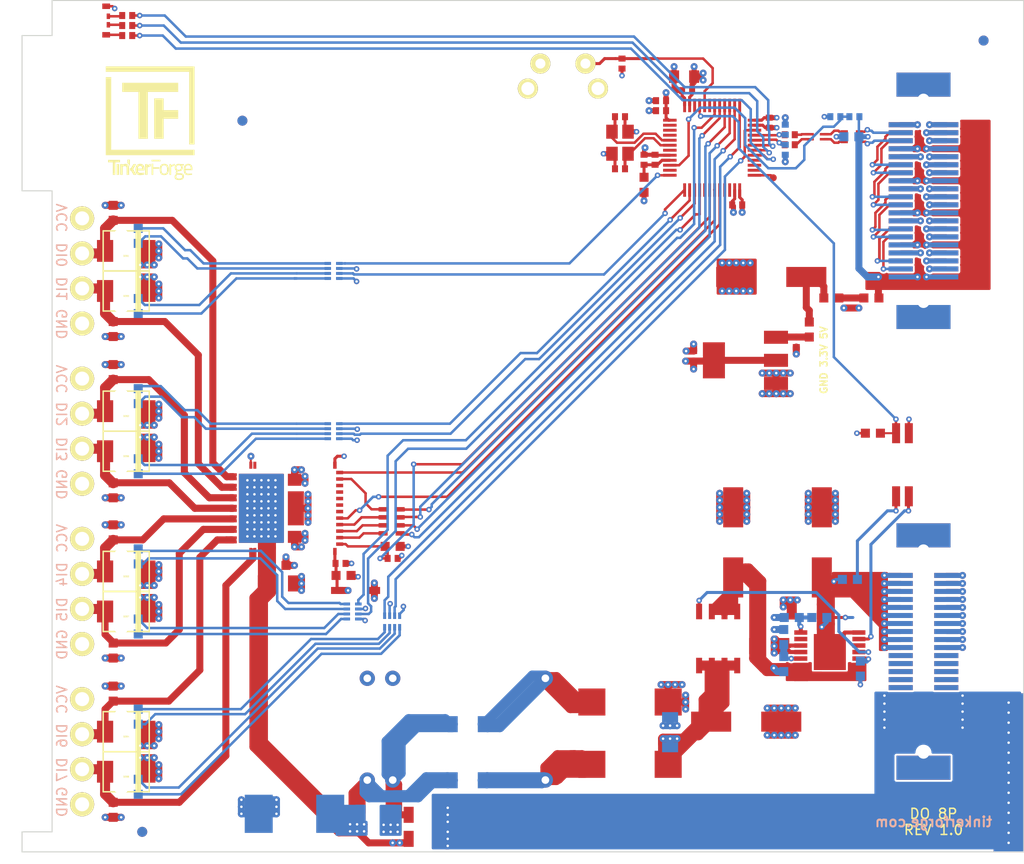
<source format=kicad_pcb>
(kicad_pcb (version 20171130) (host pcbnew 5.1.5-52549c5~84~ubuntu18.04.1)
  (layers (0 F.Cu signal) (1 GND power) (2 VCC power) (31 B.Cu signal) (34 B.Paste user) (35 F.Paste user) (36 B.SilkS user) (37 F.SilkS user) (38 B.Mask user) (39 F.Mask user) (44 Edge.Cuts user))
  (net 0 "")
  (net 1 GND)
  (net 2 3V3)
  (net 3 "Net-(C102-Pad1)")
  (net 4 "Net-(C108-Pad2)")
  (net 5 "Net-(C109-Pad2)")
  (net 6 +5V)
  (net 7 "Net-(C112-Pad1)")
  (net 8 USB-DP)
  (net 9 USB-DM)
  (net 10 5VA)
  (net 11 "Net-(C117-Pad1)")
  (net 12 Earth)
  (net 13 AGND)
  (net 14 "Net-(C202-Pad2)")
  (net 15 "Net-(C203-Pad2)")
  (net 16 "Net-(C205-Pad2)")
  (net 17 "Net-(C206-Pad2)")
  (net 18 "Net-(C207-Pad2)")
  (net 19 "Net-(C209-Pad2)")
  (net 20 "Net-(D210-Pad1)")
  (net 21 "Net-(D210-Pad2)")
  (net 22 VCC)
  (net 23 "Net-(J103-Pad29)")
  (net 24 "Net-(J103-Pad27)")
  (net 25 "Net-(J103-Pad21)")
  (net 26 "Net-(J103-Pad19)")
  (net 27 "Net-(J103-Pad13)")
  (net 28 "Net-(J103-Pad11)")
  (net 29 "Net-(J103-Pad5)")
  (net 30 "Net-(J103-Pad3)")
  (net 31 "Net-(LED101-Pad4)")
  (net 32 "Net-(LED101-Pad2)")
  (net 33 "Net-(LED101-Pad3)")
  (net 34 LEDR)
  (net 35 LED3)
  (net 36 LED2)
  (net 37 LED5)
  (net 38 LED4)
  (net 39 LED6)
  (net 40 LED7)
  (net 41 LEDG)
  (net 42 LED1)
  (net 43 LED0)
  (net 44 LEDB)
  (net 45 "Net-(C119-Pad2)")
  (net 46 USB-DMA)
  (net 47 USB-DPA)
  (net 48 USB-DMB)
  (net 49 USB-DPB)
  (net 50 AIN0)
  (net 51 USB-DMC)
  (net 52 USB-DPC)
  (net 53 AGNDA)
  (net 54 VCCPWRA)
  (net 55 "Net-(P102-Pad1)")
  (net 56 "Net-(C121-Pad1)")
  (net 57 PWR_GOOD)
  (net 58 "Net-(R110-Pad2)")
  (net 59 "Net-(R111-Pad2)")
  (net 60 "Net-(R113-Pad2)")
  (net 61 "Net-(R114-Pad2)")
  (net 62 PWR_PG)
  (net 63 "Net-(Q101-PadG)")
  (net 64 "Net-(C120-Pad2)")
  (net 65 VO)
  (net 66 "Net-(R101-Pad2)")
  (net 67 "Net-(C204-Pad2)")
  (net 68 "Net-(C211-Pad2)")
  (net 69 OUT_EN)
  (net 70 "Net-(D211-Pad2)")
  (net 71 "Net-(D211-Pad1)")
  (net 72 "Net-(D212-Pad2)")
  (net 73 "Net-(D212-Pad1)")
  (net 74 "Net-(D213-Pad2)")
  (net 75 "Net-(D213-Pad1)")
  (net 76 "Net-(D214-Pad1)")
  (net 77 "Net-(D214-Pad2)")
  (net 78 "Net-(D215-Pad1)")
  (net 79 "Net-(D215-Pad2)")
  (net 80 "Net-(D216-Pad1)")
  (net 81 "Net-(D216-Pad2)")
  (net 82 "Net-(D217-Pad2)")
  (net 83 "Net-(D217-Pad1)")
  (net 84 ~SS)
  (net 85 ~CLK)
  (net 86 SDI)
  (net 87 SDO)
  (net 88 "Net-(RP201-Pad4)")
  (net 89 "Net-(RP201-Pad3)")
  (net 90 "Net-(RP201-Pad2)")
  (net 91 "Net-(RP201-Pad1)")
  (net 92 ~FAULT)
  (net 93 ~PGOOD)
  (module kicad-libraries:WE-SL5 (layer F.Cu) (at 150.5 135.65 180)
    (fp_text reference T101)
    (fp_text value 744273222)
    (pad 2 smd rect (at -3.81 3.11 180) (size 2.7 2.7) (layers F.Cu F.Paste F.Mask) (net 53 AGNDA))
    (pad 3 smd rect (at 3.81 3.11 180) (size 2.7 2.7) (layers F.Cu F.Paste F.Mask) (net 64 "Net-(C120-Pad2)"))
    (pad 4 smd rect (at 3.81 -3.11 180) (size 2.7 2.7) (layers F.Cu F.Paste F.Mask) (net 45 "Net-(C119-Pad2)"))
    (pad 1 smd rect (at -3.81 -3.11 180) (size 2.7 2.7) (layers F.Cu F.Paste F.Mask) (net 56 "Net-(C121-Pad1)"))
  )
  (module LED-LP (layer B.Cu) (at 101.4 118 90)
    (fp_text reference D214)
    (fp_text value LED)
    (pad 1 smd rect (at -0.75 0 90) (size 0.9 0.9) (layers B.Cu B.Paste B.Mask) (net 76 "Net-(D214-Pad1)"))
    (pad 2 smd rect (at 0.75 0 90) (size 0.9 0.9) (layers B.Cu B.Paste B.Mask) (net 77 "Net-(D214-Pad2)"))
    (pad "" np_thru_hole circle (at 0 -1.7 90) (size 1.5 1.5) (drill 1.5) (layers *.Cu *.Mask))
  )
  (module kicad-libraries:4X0402 (layer B.Cu) (at 122.8 123.5 270)
    (fp_text reference RP204)
    (fp_text value 470)
    (pad 8 smd rect (at -0.7493 0.575 270) (size 0.29972 0.65) (layers B.Cu B.Paste B.Mask) (net 77 "Net-(D214-Pad2)"))
    (pad 7 smd rect (at -0.24892 0.575 270) (size 0.29972 0.65) (layers B.Cu B.Paste B.Mask) (net 76 "Net-(D214-Pad1)"))
    (pad 6 smd rect (at 0.24892 0.575 270) (size 0.29972 0.65) (layers B.Cu B.Paste B.Mask) (net 79 "Net-(D215-Pad2)"))
    (pad 5 smd rect (at 0.7493 0.575 270) (size 0.29972 0.65) (layers B.Cu B.Paste B.Mask) (net 78 "Net-(D215-Pad1)"))
    (pad 4 smd rect (at 0.7493 -0.575 90) (size 0.29972 0.65) (layers B.Cu B.Paste B.Mask) (net 2 3V3))
    (pad 3 smd rect (at 0.24892 -0.575 90) (size 0.29972 0.65) (layers B.Cu B.Paste B.Mask) (net 37 LED5))
    (pad 2 smd rect (at -0.24892 -0.575 90) (size 0.29972 0.65) (layers B.Cu B.Paste B.Mask) (net 2 3V3))
    (pad 1 smd rect (at -0.7493 -0.575 90) (size 0.29972 0.65) (layers B.Cu B.Paste B.Mask) (net 38 LED4))
  )
  (module kicad-libraries:TFQFPN32 (layer F.Cu) (at 116.2 113.2)
    (fp_text reference U201)
    (fp_text value ISO8200AQ)
    (pad 32 smd rect (at 5.31 -3.575) (size 0.7 0.35) (layers F.Cu F.Paste F.Mask) (net 92 ~FAULT))
    (pad 31 smd rect (at 5.31 -2.925) (size 0.7 0.35) (layers F.Cu F.Paste F.Mask) (net 88 "Net-(RP201-Pad4)"))
    (pad 30 smd rect (at 5.31 -2.275) (size 0.7 0.35) (layers F.Cu F.Paste F.Mask))
    (pad 29 smd rect (at 5.31 -1.625) (size 0.7 0.35) (layers F.Cu F.Paste F.Mask))
    (pad 28 smd rect (at 5.31 -0.975) (size 0.7 0.35) (layers F.Cu F.Paste F.Mask))
    (pad 27 smd rect (at 5.31 -0.325) (size 0.7 0.35) (layers F.Cu F.Paste F.Mask))
    (pad 26 smd rect (at 5.31 0.325) (size 0.7 0.35) (layers F.Cu F.Paste F.Mask))
    (pad 25 smd rect (at 5.31 0.975) (size 0.7 0.35) (layers F.Cu F.Paste F.Mask) (net 93 ~PGOOD))
    (pad 24 smd rect (at 5.31 1.625) (size 0.7 0.35) (layers F.Cu F.Paste F.Mask) (net 89 "Net-(RP201-Pad3)"))
    (pad 23 smd rect (at 5.31 2.275) (size 0.7 0.35) (layers F.Cu F.Paste F.Mask) (net 90 "Net-(RP201-Pad2)"))
    (pad 22 smd rect (at 5.31 2.925) (size 0.7 0.35) (layers F.Cu F.Paste F.Mask) (net 91 "Net-(RP201-Pad1)"))
    (pad 21 smd rect (at 5.31 3.575) (size 0.7 0.35) (layers F.Cu F.Paste F.Mask) (net 69 OUT_EN))
    (pad 20 smd rect (at 4.835 4.3) (size 0.35 0.7) (layers F.Cu F.Paste F.Mask) (net 2 3V3))
    (pad 17 smd rect (at -5.31 3.35) (size 0.7 0.3) (layers F.Cu F.Paste F.Mask) (net 15 "Net-(C203-Pad2)"))
    (pad 16 smd rect (at -5.31 2.95) (size 0.7 0.3) (layers F.Cu F.Paste F.Mask) (net 15 "Net-(C203-Pad2)"))
    (pad 15 smd rect (at -5.31 2.3) (size 0.7 0.3) (layers F.Cu F.Paste F.Mask) (net 67 "Net-(C204-Pad2)"))
    (pad 14 smd rect (at -5.31 1.9) (size 0.7 0.3) (layers F.Cu F.Paste F.Mask) (net 67 "Net-(C204-Pad2)"))
    (pad 13 smd rect (at -5.31 1.25) (size 0.7 0.3) (layers F.Cu F.Paste F.Mask) (net 16 "Net-(C205-Pad2)"))
    (pad 12 smd rect (at -5.31 0.85) (size 0.7 0.3) (layers F.Cu F.Paste F.Mask) (net 16 "Net-(C205-Pad2)"))
    (pad 11 smd rect (at -5.31 0.2) (size 0.7 0.3) (layers F.Cu F.Paste F.Mask) (net 17 "Net-(C206-Pad2)"))
    (pad 10 smd rect (at -5.31 -0.2) (size 0.7 0.3) (layers F.Cu F.Paste F.Mask) (net 17 "Net-(C206-Pad2)"))
    (pad 9 smd rect (at -5.31 -0.85) (size 0.7 0.3) (layers F.Cu F.Paste F.Mask) (net 18 "Net-(C207-Pad2)"))
    (pad 8 smd rect (at -5.31 -1.25) (size 0.7 0.3) (layers F.Cu F.Paste F.Mask) (net 18 "Net-(C207-Pad2)"))
    (pad 7 smd rect (at -5.31 -1.9) (size 0.7 0.3) (layers F.Cu F.Paste F.Mask) (net 19 "Net-(C209-Pad2)"))
    (pad 6 smd rect (at -5.31 -2.3) (size 0.7 0.3) (layers F.Cu F.Paste F.Mask) (net 19 "Net-(C209-Pad2)"))
    (pad 5 smd rect (at -5.31 -2.95) (size 0.7 0.3) (layers F.Cu F.Paste F.Mask) (net 68 "Net-(C211-Pad2)"))
    (pad 4 smd rect (at -5.31 -3.35) (size 0.7 0.3) (layers F.Cu F.Paste F.Mask) (net 68 "Net-(C211-Pad2)"))
    (pad 19 smd rect (at -3.16 4.3) (size 0.3 0.7) (layers F.Cu F.Paste F.Mask) (net 14 "Net-(C202-Pad2)"))
    (pad 18 smd rect (at -3.56 4.3) (size 0.3 0.7) (layers F.Cu F.Paste F.Mask) (net 14 "Net-(C202-Pad2)"))
    (pad 3 smd rect (at -3.56 -4.3) (size 0.3 0.7) (layers F.Cu F.Paste F.Mask) (net 13 AGND))
    (pad 2 smd rect (at -3.16 -4.3) (size 0.3 0.7) (layers F.Cu F.Paste F.Mask))
    (pad 1 smd rect (at 4.835 -4.3) (size 0.35 0.7) (layers F.Cu F.Paste F.Mask) (net 1 GND))
    (pad TGND smd rect (at 0.805 2.85) (size 1.33 1.2) (layers F.Cu F.Paste F.Mask) (net 13 AGND))
    (pad TGND smd rect (at 0.94 0) (size 1.6 3.4) (layers F.Cu F.Paste F.Mask) (net 13 AGND))
    (pad TGND smd rect (at 0.805 -2.85) (size 1.33 1.2) (layers F.Cu F.Paste F.Mask) (net 13 AGND))
    (pad TVCC smd rect (at -2.51 0) (size 4.5 6.9) (layers F.Cu F.Paste F.Mask) (net 22 VCC))
  )
  (module kicad-libraries:4X0603 (layer F.Cu) (at 126.7 114.5 90)
    (fp_text reference RP201)
    (fp_text value 200)
    (pad 8 smd rect (at -1.19888 0.8509 90) (size 0.44958 0.89916) (layers F.Cu F.Paste F.Mask) (net 84 ~SS))
    (pad 7 smd rect (at -0.39878 0.8509 90) (size 0.44958 0.89916) (layers F.Cu F.Paste F.Mask) (net 85 ~CLK))
    (pad 6 smd rect (at 0.39878 0.8509 90) (size 0.44958 0.89916) (layers F.Cu F.Paste F.Mask) (net 86 SDI))
    (pad 5 smd rect (at 1.19888 0.8509 90) (size 0.44958 0.89916) (layers F.Cu F.Paste F.Mask) (net 87 SDO))
    (pad 4 smd rect (at 1.19888 -0.8509 90) (size 0.44958 0.89916) (layers F.Cu F.Paste F.Mask) (net 88 "Net-(RP201-Pad4)"))
    (pad 3 smd rect (at 0.39878 -0.8509 90) (size 0.44958 0.89916) (layers F.Cu F.Paste F.Mask) (net 89 "Net-(RP201-Pad3)"))
    (pad 2 smd rect (at -0.39878 -0.8509 90) (size 0.44958 0.89916) (layers F.Cu F.Paste F.Mask) (net 90 "Net-(RP201-Pad2)"))
    (pad 1 smd rect (at -1.19888 -0.8509 90) (size 0.44958 0.89916) (layers F.Cu F.Paste F.Mask) (net 91 "Net-(RP201-Pad1)"))
  )
  (module kicad-libraries:R0603F (layer F.Cu) (at 126.8 117)
    (fp_text reference R201)
    (fp_text value 47k)
    (pad 2 smd rect (at 0.75 0) (size 0.9 0.9) (layers F.Cu F.Paste F.Mask) (net 1 GND))
    (pad 1 smd rect (at -0.75 0) (size 0.9 0.9) (layers F.Cu F.Paste F.Mask) (net 69 OUT_EN))
  )
  (module kicad-libraries:R1206 (layer B.Cu) (at 125.1 143.6)
    (fp_text reference R116)
    (fp_text value VC1206K201R030)
    (pad 2 smd rect (at 1.50114 0) (size 1.00076 1.6002) (layers B.Cu B.Paste B.Mask) (net 13 AGND))
    (pad 1 smd rect (at -1.50114 0) (size 1.00076 1.6002) (layers B.Cu B.Paste B.Mask) (net 22 VCC))
  )
  (module kicad-libraries:SOD-123 (layer F.Cu) (at 123.1 121.4 180)
    (fp_text reference D209)
    (fp_text value SMF3.3)
    (pad 2 smd rect (at 1.84912 0 180) (size 1.19888 0.70104) (layers F.Cu F.Paste F.Mask) (net 2 3V3) (clearance 0.14986))
    (pad 1 smd rect (at -1.84912 0 180) (size 1.19888 0.70104) (layers F.Cu F.Paste F.Mask) (net 1 GND) (clearance 0.14986))
  )
  (module kicad-libraries:SMC (layer B.Cu) (at 117 143.7 180)
    (fp_text reference D101)
    (fp_text value 3.0SMI30CATR)
    (pad 2 smd rect (at 3.5687 0 180) (size 2.794 3.81) (layers B.Cu B.Paste B.Mask) (net 13 AGND))
    (pad 1 smd rect (at -3.5687 0 180) (size 2.794 3.81) (layers B.Cu B.Paste B.Mask) (net 22 VCC))
  )
  (module kicad-libraries:C0603F (layer F.Cu) (at 121.9 119.9 180)
    (fp_text reference C213)
    (fp_text value 2.2uF)
    (pad 2 smd rect (at 0.75 0 180) (size 0.9 0.9) (layers F.Cu F.Paste F.Mask) (net 2 3V3))
    (pad 1 smd rect (at -0.75 0 180) (size 0.9 0.9) (layers F.Cu F.Paste F.Mask) (net 1 GND))
  )
  (module kicad-libraries:C0603F (layer F.Cu) (at 98.9 83.7 270)
    (fp_text reference C211)
    (fp_text value 22n/50V)
    (pad 2 smd rect (at 0.75 0 270) (size 0.9 0.9) (layers F.Cu F.Paste F.Mask) (net 68 "Net-(C211-Pad2)"))
    (pad 1 smd rect (at -0.75 0 270) (size 0.9 0.9) (layers F.Cu F.Paste F.Mask) (net 13 AGND))
  )
  (module kicad-libraries:C0603F (layer F.Cu) (at 115.4 118.9 180)
    (fp_text reference C210)
    (fp_text value 100nF/50V)
    (pad 2 smd rect (at 0.75 0 180) (size 0.9 0.9) (layers F.Cu F.Paste F.Mask) (net 22 VCC))
    (pad 1 smd rect (at -0.75 0 180) (size 0.9 0.9) (layers F.Cu F.Paste F.Mask) (net 13 AGND))
  )
  (module kicad-libraries:C0603F (layer F.Cu) (at 98.9 95.3 90)
    (fp_text reference C209)
    (fp_text value 22n/50V)
    (pad 2 smd rect (at 0.75 0 90) (size 0.9 0.9) (layers F.Cu F.Paste F.Mask) (net 19 "Net-(C209-Pad2)"))
    (pad 1 smd rect (at -0.75 0 90) (size 0.9 0.9) (layers F.Cu F.Paste F.Mask) (net 13 AGND))
  )
  (module kicad-libraries:C1206 (layer F.Cu) (at 115.35 120.7 180)
    (fp_text reference C208)
    (fp_text value 2.2uF/50V)
    (pad 2 smd rect (at 1.50114 0 180) (size 1.00076 1.6002) (layers F.Cu F.Paste F.Mask) (net 22 VCC))
    (pad 1 smd rect (at -1.50114 0 180) (size 1.00076 1.6002) (layers F.Cu F.Paste F.Mask) (net 13 AGND))
  )
  (module kicad-libraries:C0603F (layer F.Cu) (at 98.9 99.6 270)
    (fp_text reference C207)
    (fp_text value 22n/50V)
    (pad 2 smd rect (at 0.75 0 270) (size 0.9 0.9) (layers F.Cu F.Paste F.Mask) (net 18 "Net-(C207-Pad2)"))
    (pad 1 smd rect (at -0.75 0 270) (size 0.9 0.9) (layers F.Cu F.Paste F.Mask) (net 13 AGND))
  )
  (module kicad-libraries:C0603F (layer F.Cu) (at 98.9 111.4 90)
    (fp_text reference C206)
    (fp_text value 22n/50V)
    (pad 2 smd rect (at 0.75 0 90) (size 0.9 0.9) (layers F.Cu F.Paste F.Mask) (net 17 "Net-(C206-Pad2)"))
    (pad 1 smd rect (at -0.75 0 90) (size 0.9 0.9) (layers F.Cu F.Paste F.Mask) (net 13 AGND))
  )
  (module kicad-libraries:C0603F (layer F.Cu) (at 98.9 115.6 270)
    (fp_text reference C205)
    (fp_text value 22n/50V)
    (pad 2 smd rect (at 0.75 0 270) (size 0.9 0.9) (layers F.Cu F.Paste F.Mask) (net 16 "Net-(C205-Pad2)"))
    (pad 1 smd rect (at -0.75 0 270) (size 0.9 0.9) (layers F.Cu F.Paste F.Mask) (net 13 AGND))
  )
  (module kicad-libraries:C0603F (layer F.Cu) (at 98.9 127.4 90)
    (fp_text reference C204)
    (fp_text value 22n/50V)
    (pad 2 smd rect (at 0.75 0 90) (size 0.9 0.9) (layers F.Cu F.Paste F.Mask) (net 67 "Net-(C204-Pad2)"))
    (pad 1 smd rect (at -0.75 0 90) (size 0.9 0.9) (layers F.Cu F.Paste F.Mask) (net 13 AGND))
  )
  (module kicad-libraries:C0603F (layer F.Cu) (at 98.9 131.7 270)
    (fp_text reference C203)
    (fp_text value 22n/50V)
    (pad 2 smd rect (at 0.75 0 270) (size 0.9 0.9) (layers F.Cu F.Paste F.Mask) (net 15 "Net-(C203-Pad2)"))
    (pad 1 smd rect (at -0.75 0 270) (size 0.9 0.9) (layers F.Cu F.Paste F.Mask) (net 13 AGND))
  )
  (module kicad-libraries:C0603F (layer F.Cu) (at 98.9 143.3 90)
    (fp_text reference C202)
    (fp_text value 22n/50V)
    (pad 2 smd rect (at 0.75 0 90) (size 0.9 0.9) (layers F.Cu F.Paste F.Mask) (net 14 "Net-(C202-Pad2)"))
    (pad 1 smd rect (at -0.75 0 90) (size 0.9 0.9) (layers F.Cu F.Paste F.Mask) (net 13 AGND))
  )
  (module kicad-libraries:Fiducial_Mark (layer B.Cu) (at 101.8 145.5)
    (fp_text reference Fiducial_Mark hide)
    (fp_text value VAL** hide)
    (pad 1 smd circle (at 0 0) (size 1.00076 1.00076) (layers B.Cu B.Paste B.Mask) (clearance 0.65024))
  )
  (module kicad-libraries:Fiducial_Mark (layer B.Cu) (at 185.8 66.5)
    (fp_text reference Fiducial_Mark hide)
    (fp_text value VAL** hide)
    (pad 1 smd circle (at 0 0) (size 1.00076 1.00076) (layers B.Cu B.Paste B.Mask) (clearance 0.65024))
  )
  (module kicad-libraries:Fiducial_Mark (layer B.Cu) (at 111.8 74.5)
    (fp_text reference Fiducial_Mark hide)
    (fp_text value VAL** hide)
    (pad 1 smd circle (at 0 0) (size 1.00076 1.00076) (layers B.Cu B.Paste B.Mask) (clearance 0.65024))
  )
  (module kicad-libraries:Fiducial_Mark (layer F.Cu) (at 175.8 142.5)
    (fp_text reference Fiducial_Mark hide)
    (fp_text value VAL** hide)
    (pad 1 smd circle (at 0 0) (size 1.00076 1.00076) (layers F.Cu F.Paste F.Mask) (clearance 0.65024))
  )
  (module kicad-libraries:Fiducial_Mark (layer F.Cu) (at 111.8 74.5)
    (fp_text reference Fiducial_Mark hide)
    (fp_text value VAL** hide)
    (pad 1 smd circle (at 0 0) (size 1.00076 1.00076) (layers F.Cu F.Paste F.Mask) (clearance 0.65024))
  )
  (module kicad-libraries:Fiducial_Mark (layer F.Cu) (at 101.8 145.5)
    (fp_text reference Fiducial_Mark hide)
    (fp_text value VAL** hide)
    (pad 1 smd circle (at 0 0) (size 1.00076 1.00076) (layers F.Cu F.Paste F.Mask) (clearance 0.65024))
  )
  (module kicad-libraries:Fiducial_Mark (layer F.Cu) (at 185.8 66.5)
    (fp_text reference Fiducial_Mark hide)
    (fp_text value VAL** hide)
    (pad 1 smd circle (at 0 0) (size 1.00076 1.00076) (layers F.Cu F.Paste F.Mask) (clearance 0.65024))
  )
  (module kicad-libraries:PE_Hook (layer F.Cu) (at 188.3 139.6)
    (fp_text reference P103)
    (fp_text value PE)
    (pad 1 smd rect (at 0 0) (size 3 15.85) (layers B.Cu B.Paste B.Mask) (net 12 Earth))
    (pad 1 smd rect (at 0 0) (size 3 15.85) (layers F.Cu F.Paste F.Mask) (net 12 Earth))
  )
  (module kicad-libraries:TEL10 (layer F.Cu) (at 133.15 135.25 180)
    (fp_text reference U104)
    (fp_text value TEL10)
    (pad 16 thru_hole circle (at -8.9 -5.08 180) (size 1.524 1.524) (drill 0.762) (layers *.Cu *.Mask) (net 45 "Net-(C119-Pad2)"))
    (pad 10 thru_hole circle (at 6.34 -5.08 180) (size 1.524 1.524) (drill 0.762) (layers *.Cu *.Mask) (net 13 AGND))
    (pad 9 thru_hole circle (at 8.88 -5.08 180) (size 1.524 1.524) (drill 0.762) (layers *.Cu *.Mask) (net 22 VCC))
    (pad 8 thru_hole circle (at 8.88 5.08 180) (size 1.524 1.524) (drill 0.762) (layers *.Cu *.Mask))
    (pad 7 thru_hole circle (at 6.34 5.08 180) (size 1.524 1.524) (drill 0.762) (layers *.Cu *.Mask))
    (pad 1 thru_hole circle (at -8.9 5.08 180) (size 1.524 1.524) (drill 0.762) (layers *.Cu *.Mask) (net 64 "Net-(C120-Pad2)"))
  )
  (module C0402F (layer F.Cu) (at 156.85 98 90)
    (fp_text reference C116)
    (fp_text value 1uF)
    (pad 2 smd rect (at 0.5 0 90) (size 0.6 0.7) (layers F.Cu F.Paste F.Mask) (net 1 GND))
    (pad 1 smd rect (at -0.5 0 90) (size 0.6 0.7) (layers F.Cu F.Paste F.Mask) (net 2 3V3))
  )
  (module kicad-libraries:SOT-223 (layer F.Cu) (at 161.975 98.425 90)
    (fp_text reference U102)
    (fp_text value AZ1117EH)
    (pad 2 smd rect (at 0 -3.0988 90) (size 3.59918 2.19964) (layers F.Cu F.Paste F.Mask) (net 2 3V3))
    (pad 3 smd rect (at 2.30124 3.0988 90) (size 1.30048 2.4003) (layers F.Cu F.Paste F.Mask) (net 11 "Net-(C117-Pad1)"))
    (pad 2 smd rect (at 0 3.0988 90) (size 1.30048 2.4003) (layers F.Cu F.Paste F.Mask) (net 2 3V3))
    (pad 1 smd rect (at -2.30124 3.0988 90) (size 1.30048 2.4003) (layers F.Cu F.Paste F.Mask) (net 1 GND))
  )
  (module kicad-libraries:SOP4 (layer F.Cu) (at 177.7 108.85 180)
    (fp_text reference U105)
    (fp_text value TLP293)
    (pad 1 smd rect (at 0.635 -3.15 180) (size 0.8 2) (layers F.Cu F.Paste F.Mask) (net 58 "Net-(R110-Pad2)"))
    (pad 2 smd rect (at -0.635 -3.15 180) (size 0.8 2) (layers F.Cu F.Paste F.Mask) (net 62 PWR_PG))
    (pad 3 smd rect (at -0.635 3.15 180) (size 0.8 2) (layers F.Cu F.Paste F.Mask) (net 1 GND))
    (pad 4 smd rect (at 0.635 3.15 180) (size 0.8 2) (layers F.Cu F.Paste F.Mask) (net 57 PWR_GOOD))
  )
  (module kicad-libraries:SOIC-8-MOSFET (layer F.Cu) (at 159.3 126.2 180)
    (fp_text reference Q101)
    (fp_text value FDS8449)
    (pad D smd rect (at -1.90246 -2.69748 180) (size 0.59944 1.5494) (layers F.Cu F.Paste F.Mask) (net 56 "Net-(C121-Pad1)"))
    (pad D smd rect (at -0.63246 -2.69748 180) (size 0.59944 1.5494) (layers F.Cu F.Paste F.Mask) (net 56 "Net-(C121-Pad1)"))
    (pad D smd rect (at 0.63246 -2.69748 180) (size 0.59944 1.5494) (layers F.Cu F.Paste F.Mask) (net 56 "Net-(C121-Pad1)"))
    (pad D smd rect (at 1.90246 -2.69748 180) (size 0.59944 1.5494) (layers F.Cu F.Paste F.Mask) (net 56 "Net-(C121-Pad1)"))
    (pad G smd rect (at 1.90246 2.69748) (size 0.59944 1.5494) (layers F.Cu F.Paste F.Mask) (net 63 "Net-(Q101-PadG)"))
    (pad S smd rect (at 0.63246 2.69748) (size 0.59944 1.5494) (layers F.Cu F.Paste F.Mask) (net 65 VO))
    (pad S smd rect (at -0.63246 2.69748) (size 0.59944 1.5494) (layers F.Cu F.Paste F.Mask) (net 65 VO))
    (pad S smd rect (at -1.90246 2.69748) (size 0.59944 1.5494) (layers F.Cu F.Paste F.Mask) (net 65 VO))
  )
  (module kicad-libraries:R0603F (layer B.Cu) (at 166.65 124.1 180)
    (fp_text reference R115)
    (fp_text value 10k)
    (pad 2 smd rect (at 0.75 0 180) (size 0.9 0.9) (layers B.Cu B.Paste B.Mask) (net 53 AGNDA))
    (pad 1 smd rect (at -0.75 0 180) (size 0.9 0.9) (layers B.Cu B.Paste B.Mask) (net 61 "Net-(R114-Pad2)"))
  )
  (module kicad-libraries:R0603F (layer B.Cu) (at 169.4 124.1 180)
    (fp_text reference R114)
    (fp_text value 68k)
    (pad 2 smd rect (at 0.75 0 180) (size 0.9 0.9) (layers B.Cu B.Paste B.Mask) (net 61 "Net-(R114-Pad2)"))
    (pad 1 smd rect (at -0.75 0 180) (size 0.9 0.9) (layers B.Cu B.Paste B.Mask) (net 54 VCCPWRA))
  )
  (module kicad-libraries:R0603F (layer B.Cu) (at 173.5 129.2 90)
    (fp_text reference R113)
    (fp_text value 22)
    (pad 2 smd rect (at 0.75 0 90) (size 0.9 0.9) (layers B.Cu B.Paste B.Mask) (net 60 "Net-(R113-Pad2)"))
    (pad 1 smd rect (at -0.75 0 90) (size 0.9 0.9) (layers B.Cu B.Paste B.Mask) (net 65 VO))
  )
  (module kicad-libraries:R0603F (layer B.Cu) (at 165.85 126.05 90)
    (fp_text reference R112)
    (fp_text value DNP)
    (pad 2 smd rect (at 0.75 0 90) (size 0.9 0.9) (layers B.Cu B.Paste B.Mask) (net 53 AGNDA))
    (pad 1 smd rect (at -0.75 0 90) (size 0.9 0.9) (layers B.Cu B.Paste B.Mask) (net 59 "Net-(R111-Pad2)"))
  )
  (module kicad-libraries:R0603F (layer B.Cu) (at 165.85 128.75 90)
    (fp_text reference R111)
    (fp_text value DNP)
    (pad 2 smd rect (at 0.75 0 90) (size 0.9 0.9) (layers B.Cu B.Paste B.Mask) (net 59 "Net-(R111-Pad2)"))
    (pad 1 smd rect (at -0.75 0 90) (size 0.9 0.9) (layers B.Cu B.Paste B.Mask) (net 65 VO))
  )
  (module kicad-libraries:R0603F (layer B.Cu) (at 172.45 120.3)
    (fp_text reference R110)
    (fp_text value 10k)
    (pad 2 smd rect (at 0.75 0) (size 0.9 0.9) (layers B.Cu B.Paste B.Mask) (net 58 "Net-(R110-Pad2)"))
    (pad 1 smd rect (at -0.75 0) (size 0.9 0.9) (layers B.Cu B.Paste B.Mask) (net 54 VCCPWRA))
  )
  (module kicad-libraries:R0603F (layer F.Cu) (at 174.75 105.7 180)
    (fp_text reference R109)
    (fp_text value 10k)
    (pad 2 smd rect (at 0.75 0 180) (size 0.9 0.9) (layers F.Cu F.Paste F.Mask) (net 2 3V3))
    (pad 1 smd rect (at -0.75 0 180) (size 0.9 0.9) (layers F.Cu F.Paste F.Mask) (net 57 PWR_GOOD))
  )
  (module kicad-libraries:ELKO_83 (layer F.Cu) (at 160.8 116.6 270)
    (fp_text reference C124)
    (fp_text value 100µF/35V)
    (pad 1 smd rect (at 3.50012 0 270) (size 4.0005 1.99898) (layers F.Cu F.Paste F.Mask) (net 65 VO))
    (pad 2 smd rect (at -3.50012 0 270) (size 4.0005 1.99898) (layers F.Cu F.Paste F.Mask) (net 53 AGNDA))
  )
  (module kicad-libraries:ELKO_83 (layer F.Cu) (at 162.1 134.5 180)
    (fp_text reference C123)
    (fp_text value 100µF/35V)
    (pad 1 smd rect (at 3.50012 0 180) (size 4.0005 1.99898) (layers F.Cu F.Paste F.Mask) (net 56 "Net-(C121-Pad1)"))
    (pad 2 smd rect (at -3.50012 0 180) (size 4.0005 1.99898) (layers F.Cu F.Paste F.Mask) (net 53 AGNDA))
  )
  (module C0805 (layer F.Cu) (at 155.9 70.1)
    (fp_text reference C110)
    (fp_text value 10uF)
    (pad 1 smd rect (at -1.00076 0) (size 1.00076 1.24968) (layers F.Cu F.Paste F.Mask) (net 2 3V3) (clearance 0.14986))
    (pad 2 smd rect (at 1.00076 0) (size 1.00076 1.24968) (layers F.Cu F.Paste F.Mask) (net 1 GND) (clearance 0.14986))
  )
  (module kicad-libraries:ELKO_83 (layer F.Cu) (at 164.6 90.1)
    (fp_text reference C111)
    (fp_text value TBD)
    (pad 2 smd rect (at -3.50012 0) (size 4.0005 1.99898) (layers F.Cu F.Paste F.Mask) (net 1 GND))
    (pad 1 smd rect (at 3.50012 0) (size 4.0005 1.99898) (layers F.Cu F.Paste F.Mask) (net 6 +5V))
  )
  (module C0603F (layer B.Cu) (at 172.6 76.1 180)
    (fp_text reference C115)
    (fp_text value TBD)
    (pad 2 smd rect (at 0.75 0 180) (size 0.9 0.9) (layers B.Cu B.Paste B.Mask) (net 1 GND))
    (pad 1 smd rect (at -0.75 0 180) (size 0.9 0.9) (layers B.Cu B.Paste B.Mask) (net 10 5VA))
  )
  (module C0402F (layer F.Cu) (at 167.1 96.6 270)
    (fp_text reference C117)
    (fp_text value 1uF)
    (pad 1 smd rect (at -0.5 0 270) (size 0.6 0.7) (layers F.Cu F.Paste F.Mask) (net 11 "Net-(C117-Pad1)"))
    (pad 2 smd rect (at 0.5 0 270) (size 0.6 0.7) (layers F.Cu F.Paste F.Mask) (net 1 GND))
  )
  (module TNG-40-TOP (layer F.Cu) (at 179.8 127.5 270)
    (fp_text reference J101)
    (fp_text value TNG-Power-TOP)
    (pad MNT smd rect (at -11.6 0 270) (size 2.4 5.4) (layers F.Cu F.Paste F.Mask))
    (pad MNT smd rect (at 11.6 0 270) (size 2.4 5.4) (layers F.Cu F.Paste F.Mask))
    (pad "" np_thru_hole circle (at -10.1 0 270) (size 0.8 0.8) (drill 0.8) (layers *.Cu *.Mask))
    (pad "" np_thru_hole circle (at 10.1 0 270) (size 1.2 1.2) (drill 1.2) (layers *.Cu *.Mask))
    (pad 2 smd rect (at -7.6 -2.275 270) (size 0.5 2.4) (layers F.Cu F.Paste F.Mask) (net 53 AGNDA))
    (pad 4 smd rect (at -6.8 -2.275 270) (size 0.5 2.4) (layers F.Cu F.Paste F.Mask) (net 53 AGNDA))
    (pad 6 smd rect (at -6 -2.275 270) (size 0.5 2.4) (layers F.Cu F.Paste F.Mask) (net 53 AGNDA))
    (pad 8 smd rect (at -5.2 -2.275 270) (size 0.5 2.4) (layers F.Cu F.Paste F.Mask) (net 53 AGNDA))
    (pad 10 smd rect (at -4.4 -2.275 270) (size 0.5 2.4) (layers F.Cu F.Paste F.Mask) (net 53 AGNDA))
    (pad 12 smd rect (at -3.6 -2.275 270) (size 0.5 2.4) (layers F.Cu F.Paste F.Mask) (net 53 AGNDA))
    (pad 14 smd rect (at -2.8 -2.275 270) (size 0.5 2.4) (layers F.Cu F.Paste F.Mask) (net 53 AGNDA))
    (pad 16 smd rect (at -2 -2.275 270) (size 0.5 2.4) (layers F.Cu F.Paste F.Mask) (net 53 AGNDA))
    (pad 18 smd rect (at -1.2 -2.275 270) (size 0.5 2.4) (layers F.Cu F.Paste F.Mask) (net 53 AGNDA))
    (pad 20 smd rect (at -0.4 -2.275 270) (size 0.5 2.4) (layers F.Cu F.Paste F.Mask) (net 53 AGNDA))
    (pad 22 smd rect (at 0.4 -2.275 270) (size 0.5 2.4) (layers F.Cu F.Paste F.Mask))
    (pad 24 smd rect (at 1.2 -2.275 270) (size 0.5 2.4) (layers F.Cu F.Paste F.Mask))
    (pad 26 smd rect (at 2 -2.275 270) (size 0.5 2.4) (layers F.Cu F.Paste F.Mask))
    (pad 28 smd rect (at 2.8 -2.275 270) (size 0.5 2.4) (layers F.Cu F.Paste F.Mask))
    (pad 30 smd rect (at 3.6 -2.275 270) (size 0.5 2.4) (layers F.Cu F.Paste F.Mask))
    (pad 32 smd rect (at 4.4 -2.275 270) (size 0.5 2.4) (layers F.Cu F.Paste F.Mask) (net 12 Earth))
    (pad 34 smd rect (at 5.2 -2.275 270) (size 0.5 2.4) (layers F.Cu F.Paste F.Mask) (net 12 Earth))
    (pad 36 smd rect (at 6 -2.275 270) (size 0.5 2.4) (layers F.Cu F.Paste F.Mask) (net 12 Earth))
    (pad 38 smd rect (at 6.8 -2.275 270) (size 0.5 2.4) (layers F.Cu F.Paste F.Mask) (net 12 Earth))
    (pad 40 smd rect (at 7.6 -2.275 270) (size 0.5 2.4) (layers F.Cu F.Paste F.Mask) (net 12 Earth))
    (pad 1 smd rect (at -7.6 2.275 270) (size 0.5 2.4) (layers F.Cu F.Paste F.Mask) (net 54 VCCPWRA))
    (pad 3 smd rect (at -6.8 2.275 270) (size 0.5 2.4) (layers F.Cu F.Paste F.Mask) (net 54 VCCPWRA))
    (pad 5 smd rect (at -6 2.275 270) (size 0.5 2.4) (layers F.Cu F.Paste F.Mask) (net 54 VCCPWRA))
    (pad 7 smd rect (at -5.2 2.275 270) (size 0.5 2.4) (layers F.Cu F.Paste F.Mask) (net 54 VCCPWRA))
    (pad 9 smd rect (at -4.4 2.275 270) (size 0.5 2.4) (layers F.Cu F.Paste F.Mask) (net 54 VCCPWRA))
    (pad 11 smd rect (at -3.6 2.275 270) (size 0.5 2.4) (layers F.Cu F.Paste F.Mask) (net 54 VCCPWRA))
    (pad 13 smd rect (at -2.8 2.275 270) (size 0.5 2.4) (layers F.Cu F.Paste F.Mask) (net 54 VCCPWRA))
    (pad 15 smd rect (at -2 2.275 270) (size 0.5 2.4) (layers F.Cu F.Paste F.Mask) (net 54 VCCPWRA))
    (pad 17 smd rect (at -1.2 2.275 270) (size 0.5 2.4) (layers F.Cu F.Paste F.Mask) (net 54 VCCPWRA))
    (pad 19 smd rect (at -0.4 2.275 270) (size 0.5 2.4) (layers F.Cu F.Paste F.Mask) (net 54 VCCPWRA))
    (pad 21 smd rect (at 0.4 2.275 270) (size 0.5 2.4) (layers F.Cu F.Paste F.Mask))
    (pad 23 smd rect (at 1.2 2.275 270) (size 0.5 2.4) (layers F.Cu F.Paste F.Mask))
    (pad 25 smd rect (at 2 2.275 270) (size 0.5 2.4) (layers F.Cu F.Paste F.Mask))
    (pad 27 smd rect (at 2.8 2.275 270) (size 0.5 2.4) (layers F.Cu F.Paste F.Mask))
    (pad 29 smd rect (at 3.6 2.275 270) (size 0.5 2.4) (layers F.Cu F.Paste F.Mask))
    (pad 31 smd rect (at 4.4 2.275 270) (size 0.5 2.4) (layers F.Cu F.Paste F.Mask) (net 12 Earth))
    (pad 33 smd rect (at 5.2 2.275 270) (size 0.5 2.4) (layers F.Cu F.Paste F.Mask) (net 12 Earth))
    (pad 35 smd rect (at 6 2.275 270) (size 0.5 2.4) (layers F.Cu F.Paste F.Mask) (net 12 Earth))
    (pad 37 smd rect (at 6.8 2.275 270) (size 0.5 2.4) (layers F.Cu F.Paste F.Mask) (net 12 Earth))
    (pad 39 smd rect (at 7.6 2.275 270) (size 0.5 2.4) (layers F.Cu F.Paste F.Mask) (net 12 Earth))
  )
  (module TNG-40-BTM (layer B.Cu) (at 179.8 127.5 270)
    (fp_text reference J102)
    (fp_text value TNG-Power-BTM)
    (pad MNT smd rect (at -11.6 0 270) (size 2.4 5.4) (layers B.Cu B.Paste B.Mask))
    (pad MNT smd rect (at 11.6 0 270) (size 2.4 5.4) (layers B.Cu B.Paste B.Mask))
    (pad "" np_thru_hole circle (at -10.1 0 270) (size 1.2 1.2) (drill 1.2) (layers *.Cu *.Mask))
    (pad "" np_thru_hole circle (at 10.1 0 270) (size 0.8 0.8) (drill 0.8) (layers *.Cu *.Mask))
    (pad 2 smd rect (at -7.6 2.275 270) (size 0.5 2.4) (layers B.Cu B.Paste B.Mask) (net 54 VCCPWRA))
    (pad 4 smd rect (at -6.8 2.275 270) (size 0.5 2.4) (layers B.Cu B.Paste B.Mask) (net 54 VCCPWRA))
    (pad 6 smd rect (at -6 2.275 270) (size 0.5 2.4) (layers B.Cu B.Paste B.Mask) (net 54 VCCPWRA))
    (pad 8 smd rect (at -5.2 2.275 270) (size 0.5 2.4) (layers B.Cu B.Paste B.Mask) (net 54 VCCPWRA))
    (pad 10 smd rect (at -4.4 2.275 270) (size 0.5 2.4) (layers B.Cu B.Paste B.Mask) (net 54 VCCPWRA))
    (pad 12 smd rect (at -3.6 2.275 270) (size 0.5 2.4) (layers B.Cu B.Paste B.Mask) (net 54 VCCPWRA))
    (pad 14 smd rect (at -2.8 2.275 270) (size 0.5 2.4) (layers B.Cu B.Paste B.Mask) (net 54 VCCPWRA))
    (pad 16 smd rect (at -2 2.275 270) (size 0.5 2.4) (layers B.Cu B.Paste B.Mask) (net 54 VCCPWRA))
    (pad 18 smd rect (at -1.2 2.275 270) (size 0.5 2.4) (layers B.Cu B.Paste B.Mask) (net 54 VCCPWRA))
    (pad 20 smd rect (at -0.4 2.275 270) (size 0.5 2.4) (layers B.Cu B.Paste B.Mask) (net 54 VCCPWRA))
    (pad 22 smd rect (at 0.4 2.275 270) (size 0.5 2.4) (layers B.Cu B.Paste B.Mask))
    (pad 24 smd rect (at 1.2 2.275 270) (size 0.5 2.4) (layers B.Cu B.Paste B.Mask))
    (pad 26 smd rect (at 2 2.275 270) (size 0.5 2.4) (layers B.Cu B.Paste B.Mask))
    (pad 28 smd rect (at 2.8 2.275 270) (size 0.5 2.4) (layers B.Cu B.Paste B.Mask))
    (pad 30 smd rect (at 3.6 2.275 270) (size 0.5 2.4) (layers B.Cu B.Paste B.Mask))
    (pad 32 smd rect (at 4.4 2.275 270) (size 0.5 2.4) (layers B.Cu B.Paste B.Mask) (net 12 Earth))
    (pad 34 smd rect (at 5.2 2.275 270) (size 0.5 2.4) (layers B.Cu B.Paste B.Mask) (net 12 Earth))
    (pad 36 smd rect (at 6 2.275 270) (size 0.5 2.4) (layers B.Cu B.Paste B.Mask) (net 12 Earth))
    (pad 38 smd rect (at 6.8 2.275 270) (size 0.5 2.4) (layers B.Cu B.Paste B.Mask) (net 12 Earth))
    (pad 40 smd rect (at 7.6 2.275 270) (size 0.5 2.4) (layers B.Cu B.Paste B.Mask) (net 12 Earth))
    (pad 1 smd rect (at -7.6 -2.275 270) (size 0.5 2.4) (layers B.Cu B.Paste B.Mask) (net 53 AGNDA))
    (pad 3 smd rect (at -6.8 -2.275 270) (size 0.5 2.4) (layers B.Cu B.Paste B.Mask) (net 53 AGNDA))
    (pad 5 smd rect (at -6 -2.275 270) (size 0.5 2.4) (layers B.Cu B.Paste B.Mask) (net 53 AGNDA))
    (pad 7 smd rect (at -5.2 -2.275 270) (size 0.5 2.4) (layers B.Cu B.Paste B.Mask) (net 53 AGNDA))
    (pad 9 smd rect (at -4.4 -2.275 270) (size 0.5 2.4) (layers B.Cu B.Paste B.Mask) (net 53 AGNDA))
    (pad 11 smd rect (at -3.6 -2.275 270) (size 0.5 2.4) (layers B.Cu B.Paste B.Mask) (net 53 AGNDA))
    (pad 13 smd rect (at -2.8 -2.275 270) (size 0.5 2.4) (layers B.Cu B.Paste B.Mask) (net 53 AGNDA))
    (pad 15 smd rect (at -2 -2.275 270) (size 0.5 2.4) (layers B.Cu B.Paste B.Mask) (net 53 AGNDA))
    (pad 17 smd rect (at -1.2 -2.275 270) (size 0.5 2.4) (layers B.Cu B.Paste B.Mask) (net 53 AGNDA))
    (pad 19 smd rect (at -0.4 -2.275 270) (size 0.5 2.4) (layers B.Cu B.Paste B.Mask) (net 53 AGNDA))
    (pad 21 smd rect (at 0.4 -2.275 270) (size 0.5 2.4) (layers B.Cu B.Paste B.Mask))
    (pad 23 smd rect (at 1.2 -2.275 270) (size 0.5 2.4) (layers B.Cu B.Paste B.Mask))
    (pad 25 smd rect (at 2 -2.275 270) (size 0.5 2.4) (layers B.Cu B.Paste B.Mask))
    (pad 27 smd rect (at 2.8 -2.275 270) (size 0.5 2.4) (layers B.Cu B.Paste B.Mask))
    (pad 29 smd rect (at 3.6 -2.275 270) (size 0.5 2.4) (layers B.Cu B.Paste B.Mask))
    (pad 31 smd rect (at 4.4 -2.275 270) (size 0.5 2.4) (layers B.Cu B.Paste B.Mask) (net 12 Earth))
    (pad 33 smd rect (at 5.2 -2.275 270) (size 0.5 2.4) (layers B.Cu B.Paste B.Mask) (net 12 Earth))
    (pad 35 smd rect (at 6 -2.275 270) (size 0.5 2.4) (layers B.Cu B.Paste B.Mask) (net 12 Earth))
    (pad 37 smd rect (at 6.8 -2.275 270) (size 0.5 2.4) (layers B.Cu B.Paste B.Mask) (net 12 Earth))
    (pad 39 smd rect (at 7.6 -2.275 270) (size 0.5 2.4) (layers B.Cu B.Paste B.Mask) (net 12 Earth))
  )
  (module TNG-40-TOP (layer F.Cu) (at 179.8 82.5 270)
    (fp_text reference J103)
    (fp_text value TNG-Data-TOP)
    (pad 39 smd rect (at 7.6 2.275 270) (size 0.5 2.4) (layers F.Cu F.Paste F.Mask) (net 10 5VA))
    (pad 37 smd rect (at 6.8 2.275 270) (size 0.5 2.4) (layers F.Cu F.Paste F.Mask))
    (pad 35 smd rect (at 6 2.275 270) (size 0.5 2.4) (layers F.Cu F.Paste F.Mask))
    (pad 33 smd rect (at 5.2 2.275 270) (size 0.5 2.4) (layers F.Cu F.Paste F.Mask) (net 1 GND))
    (pad 31 smd rect (at 4.4 2.275 270) (size 0.5 2.4) (layers F.Cu F.Paste F.Mask) (net 10 5VA))
    (pad 29 smd rect (at 3.6 2.275 270) (size 0.5 2.4) (layers F.Cu F.Paste F.Mask) (net 23 "Net-(J103-Pad29)"))
    (pad 27 smd rect (at 2.8 2.275 270) (size 0.5 2.4) (layers F.Cu F.Paste F.Mask) (net 24 "Net-(J103-Pad27)"))
    (pad 25 smd rect (at 2 2.275 270) (size 0.5 2.4) (layers F.Cu F.Paste F.Mask) (net 1 GND))
    (pad 23 smd rect (at 1.2 2.275 270) (size 0.5 2.4) (layers F.Cu F.Paste F.Mask) (net 10 5VA))
    (pad 21 smd rect (at 0.4 2.275 270) (size 0.5 2.4) (layers F.Cu F.Paste F.Mask) (net 25 "Net-(J103-Pad21)"))
    (pad 19 smd rect (at -0.4 2.275 270) (size 0.5 2.4) (layers F.Cu F.Paste F.Mask) (net 26 "Net-(J103-Pad19)"))
    (pad 17 smd rect (at -1.2 2.275 270) (size 0.5 2.4) (layers F.Cu F.Paste F.Mask) (net 1 GND))
    (pad 15 smd rect (at -2 2.275 270) (size 0.5 2.4) (layers F.Cu F.Paste F.Mask) (net 10 5VA))
    (pad 13 smd rect (at -2.8 2.275 270) (size 0.5 2.4) (layers F.Cu F.Paste F.Mask) (net 27 "Net-(J103-Pad13)"))
    (pad 11 smd rect (at -3.6 2.275 270) (size 0.5 2.4) (layers F.Cu F.Paste F.Mask) (net 28 "Net-(J103-Pad11)"))
    (pad 9 smd rect (at -4.4 2.275 270) (size 0.5 2.4) (layers F.Cu F.Paste F.Mask) (net 1 GND))
    (pad 7 smd rect (at -5.2 2.275 270) (size 0.5 2.4) (layers F.Cu F.Paste F.Mask) (net 10 5VA))
    (pad 5 smd rect (at -6 2.275 270) (size 0.5 2.4) (layers F.Cu F.Paste F.Mask) (net 29 "Net-(J103-Pad5)"))
    (pad 3 smd rect (at -6.8 2.275 270) (size 0.5 2.4) (layers F.Cu F.Paste F.Mask) (net 30 "Net-(J103-Pad3)"))
    (pad 1 smd rect (at -7.6 2.275 270) (size 0.5 2.4) (layers F.Cu F.Paste F.Mask) (net 1 GND))
    (pad 40 smd rect (at 7.6 -2.275 270) (size 0.5 2.4) (layers F.Cu F.Paste F.Mask) (net 10 5VA))
    (pad 38 smd rect (at 6.8 -2.275 270) (size 0.5 2.4) (layers F.Cu F.Paste F.Mask) (net 1 GND))
    (pad 36 smd rect (at 6 -2.275 270) (size 0.5 2.4) (layers F.Cu F.Paste F.Mask) (net 1 GND))
    (pad 34 smd rect (at 5.2 -2.275 270) (size 0.5 2.4) (layers F.Cu F.Paste F.Mask) (net 1 GND))
    (pad 32 smd rect (at 4.4 -2.275 270) (size 0.5 2.4) (layers F.Cu F.Paste F.Mask) (net 10 5VA))
    (pad 30 smd rect (at 3.6 -2.275 270) (size 0.5 2.4) (layers F.Cu F.Paste F.Mask) (net 1 GND))
    (pad 28 smd rect (at 2.8 -2.275 270) (size 0.5 2.4) (layers F.Cu F.Paste F.Mask) (net 1 GND))
    (pad 26 smd rect (at 2 -2.275 270) (size 0.5 2.4) (layers F.Cu F.Paste F.Mask) (net 1 GND))
    (pad 24 smd rect (at 1.2 -2.275 270) (size 0.5 2.4) (layers F.Cu F.Paste F.Mask) (net 10 5VA))
    (pad 22 smd rect (at 0.4 -2.275 270) (size 0.5 2.4) (layers F.Cu F.Paste F.Mask) (net 1 GND))
    (pad 20 smd rect (at -0.4 -2.275 270) (size 0.5 2.4) (layers F.Cu F.Paste F.Mask) (net 1 GND))
    (pad 18 smd rect (at -1.2 -2.275 270) (size 0.5 2.4) (layers F.Cu F.Paste F.Mask) (net 1 GND))
    (pad 16 smd rect (at -2 -2.275 270) (size 0.5 2.4) (layers F.Cu F.Paste F.Mask) (net 10 5VA))
    (pad 14 smd rect (at -2.8 -2.275 270) (size 0.5 2.4) (layers F.Cu F.Paste F.Mask) (net 1 GND))
    (pad 12 smd rect (at -3.6 -2.275 270) (size 0.5 2.4) (layers F.Cu F.Paste F.Mask) (net 1 GND))
    (pad 10 smd rect (at -4.4 -2.275 270) (size 0.5 2.4) (layers F.Cu F.Paste F.Mask) (net 1 GND))
    (pad 8 smd rect (at -5.2 -2.275 270) (size 0.5 2.4) (layers F.Cu F.Paste F.Mask) (net 10 5VA))
    (pad 6 smd rect (at -6 -2.275 270) (size 0.5 2.4) (layers F.Cu F.Paste F.Mask) (net 1 GND))
    (pad 4 smd rect (at -6.8 -2.275 270) (size 0.5 2.4) (layers F.Cu F.Paste F.Mask) (net 1 GND))
    (pad 2 smd rect (at -7.6 -2.275 270) (size 0.5 2.4) (layers F.Cu F.Paste F.Mask) (net 1 GND))
    (pad "" np_thru_hole circle (at 10.1 0 270) (size 1.2 1.2) (drill 1.2) (layers *.Cu *.Mask))
    (pad "" np_thru_hole circle (at -10.1 0 270) (size 0.8 0.8) (drill 0.8) (layers *.Cu *.Mask))
    (pad MNT smd rect (at 11.6 0 270) (size 2.4 5.4) (layers F.Cu F.Paste F.Mask))
    (pad MNT smd rect (at -11.6 0 270) (size 2.4 5.4) (layers F.Cu F.Paste F.Mask))
  )
  (module TNG-40-BTM (layer B.Cu) (at 179.8 82.5 270)
    (fp_text reference J104)
    (fp_text value TNG-Data-BTM)
    (pad 39 smd rect (at 7.6 -2.275 270) (size 0.5 2.4) (layers B.Cu B.Paste B.Mask) (net 10 5VA))
    (pad 37 smd rect (at 6.8 -2.275 270) (size 0.5 2.4) (layers B.Cu B.Paste B.Mask) (net 1 GND))
    (pad 35 smd rect (at 6 -2.275 270) (size 0.5 2.4) (layers B.Cu B.Paste B.Mask) (net 1 GND))
    (pad 33 smd rect (at 5.2 -2.275 270) (size 0.5 2.4) (layers B.Cu B.Paste B.Mask) (net 1 GND))
    (pad 31 smd rect (at 4.4 -2.275 270) (size 0.5 2.4) (layers B.Cu B.Paste B.Mask) (net 10 5VA))
    (pad 29 smd rect (at 3.6 -2.275 270) (size 0.5 2.4) (layers B.Cu B.Paste B.Mask) (net 1 GND))
    (pad 27 smd rect (at 2.8 -2.275 270) (size 0.5 2.4) (layers B.Cu B.Paste B.Mask) (net 1 GND))
    (pad 25 smd rect (at 2 -2.275 270) (size 0.5 2.4) (layers B.Cu B.Paste B.Mask) (net 1 GND))
    (pad 23 smd rect (at 1.2 -2.275 270) (size 0.5 2.4) (layers B.Cu B.Paste B.Mask) (net 10 5VA))
    (pad 21 smd rect (at 0.4 -2.275 270) (size 0.5 2.4) (layers B.Cu B.Paste B.Mask) (net 1 GND))
    (pad 19 smd rect (at -0.4 -2.275 270) (size 0.5 2.4) (layers B.Cu B.Paste B.Mask) (net 1 GND))
    (pad 17 smd rect (at -1.2 -2.275 270) (size 0.5 2.4) (layers B.Cu B.Paste B.Mask) (net 1 GND))
    (pad 15 smd rect (at -2 -2.275 270) (size 0.5 2.4) (layers B.Cu B.Paste B.Mask) (net 10 5VA))
    (pad 13 smd rect (at -2.8 -2.275 270) (size 0.5 2.4) (layers B.Cu B.Paste B.Mask) (net 1 GND))
    (pad 11 smd rect (at -3.6 -2.275 270) (size 0.5 2.4) (layers B.Cu B.Paste B.Mask) (net 1 GND))
    (pad 9 smd rect (at -4.4 -2.275 270) (size 0.5 2.4) (layers B.Cu B.Paste B.Mask) (net 1 GND))
    (pad 7 smd rect (at -5.2 -2.275 270) (size 0.5 2.4) (layers B.Cu B.Paste B.Mask) (net 10 5VA))
    (pad 5 smd rect (at -6 -2.275 270) (size 0.5 2.4) (layers B.Cu B.Paste B.Mask) (net 1 GND))
    (pad 3 smd rect (at -6.8 -2.275 270) (size 0.5 2.4) (layers B.Cu B.Paste B.Mask) (net 1 GND))
    (pad 1 smd rect (at -7.6 -2.275 270) (size 0.5 2.4) (layers B.Cu B.Paste B.Mask) (net 1 GND))
    (pad 40 smd rect (at 7.6 2.275 270) (size 0.5 2.4) (layers B.Cu B.Paste B.Mask) (net 10 5VA))
    (pad 38 smd rect (at 6.8 2.275 270) (size 0.5 2.4) (layers B.Cu B.Paste B.Mask) (net 23 "Net-(J103-Pad29)"))
    (pad 36 smd rect (at 6 2.275 270) (size 0.5 2.4) (layers B.Cu B.Paste B.Mask) (net 24 "Net-(J103-Pad27)"))
    (pad 34 smd rect (at 5.2 2.275 270) (size 0.5 2.4) (layers B.Cu B.Paste B.Mask) (net 1 GND))
    (pad 32 smd rect (at 4.4 2.275 270) (size 0.5 2.4) (layers B.Cu B.Paste B.Mask) (net 10 5VA))
    (pad 30 smd rect (at 3.6 2.275 270) (size 0.5 2.4) (layers B.Cu B.Paste B.Mask) (net 25 "Net-(J103-Pad21)"))
    (pad 28 smd rect (at 2.8 2.275 270) (size 0.5 2.4) (layers B.Cu B.Paste B.Mask) (net 26 "Net-(J103-Pad19)"))
    (pad 26 smd rect (at 2 2.275 270) (size 0.5 2.4) (layers B.Cu B.Paste B.Mask) (net 1 GND))
    (pad 24 smd rect (at 1.2 2.275 270) (size 0.5 2.4) (layers B.Cu B.Paste B.Mask) (net 10 5VA))
    (pad 22 smd rect (at 0.4 2.275 270) (size 0.5 2.4) (layers B.Cu B.Paste B.Mask) (net 27 "Net-(J103-Pad13)"))
    (pad 20 smd rect (at -0.4 2.275 270) (size 0.5 2.4) (layers B.Cu B.Paste B.Mask) (net 28 "Net-(J103-Pad11)"))
    (pad 18 smd rect (at -1.2 2.275 270) (size 0.5 2.4) (layers B.Cu B.Paste B.Mask) (net 1 GND))
    (pad 16 smd rect (at -2 2.275 270) (size 0.5 2.4) (layers B.Cu B.Paste B.Mask) (net 10 5VA))
    (pad 14 smd rect (at -2.8 2.275 270) (size 0.5 2.4) (layers B.Cu B.Paste B.Mask) (net 29 "Net-(J103-Pad5)"))
    (pad 12 smd rect (at -3.6 2.275 270) (size 0.5 2.4) (layers B.Cu B.Paste B.Mask) (net 30 "Net-(J103-Pad3)"))
    (pad 10 smd rect (at -4.4 2.275 270) (size 0.5 2.4) (layers B.Cu B.Paste B.Mask) (net 1 GND))
    (pad 8 smd rect (at -5.2 2.275 270) (size 0.5 2.4) (layers B.Cu B.Paste B.Mask) (net 10 5VA))
    (pad 6 smd rect (at -6 2.275 270) (size 0.5 2.4) (layers B.Cu B.Paste B.Mask) (net 46 USB-DMA))
    (pad 4 smd rect (at -6.8 2.275 270) (size 0.5 2.4) (layers B.Cu B.Paste B.Mask) (net 47 USB-DPA))
    (pad 2 smd rect (at -7.6 2.275 270) (size 0.5 2.4) (layers B.Cu B.Paste B.Mask) (net 1 GND))
    (pad "" np_thru_hole circle (at 10.1 0 270) (size 0.8 0.8) (drill 0.8) (layers *.Cu *.Mask))
    (pad "" np_thru_hole circle (at -10.1 0 270) (size 1.2 1.2) (drill 1.2) (layers *.Cu *.Mask))
    (pad MNT smd rect (at 11.6 0 270) (size 2.4 5.4) (layers B.Cu B.Paste B.Mask))
    (pad MNT smd rect (at -11.6 0 270) (size 2.4 5.4) (layers B.Cu B.Paste B.Mask))
  )
  (module R0603F (layer F.Cu) (at 151.9 80.9 90)
    (fp_text reference L101)
    (fp_text value FB)
    (pad 1 smd rect (at -0.75 0 90) (size 0.9 0.9) (layers F.Cu F.Paste F.Mask) (net 2 3V3))
    (pad 2 smd rect (at 0.75 0 90) (size 0.9 0.9) (layers F.Cu F.Paste F.Mask) (net 3 "Net-(C102-Pad1)"))
  )
  (module R0603F (layer F.Cu) (at 168.4 95.35 270)
    (fp_text reference L102)
    (fp_text value INDUCTs)
    (pad 1 smd rect (at -0.75 0 270) (size 0.9 0.9) (layers F.Cu F.Paste F.Mask) (net 6 +5V))
    (pad 2 smd rect (at 0.75 0 270) (size 0.9 0.9) (layers F.Cu F.Paste F.Mask) (net 11 "Net-(C117-Pad1)"))
  )
  (module R0603F (layer F.Cu) (at 170.6 92.2 180)
    (fp_text reference L103)
    (fp_text value INDUCTs)
    (pad 1 smd rect (at -0.75 0 180) (size 0.9 0.9) (layers F.Cu F.Paste F.Mask) (net 7 "Net-(C112-Pad1)"))
    (pad 2 smd rect (at 0.75 0 180) (size 0.9 0.9) (layers F.Cu F.Paste F.Mask) (net 6 +5V))
  )
  (module R0603F (layer F.Cu) (at 174.6 92.2 180)
    (fp_text reference L104)
    (fp_text value INDUCTs)
    (pad 2 smd rect (at 0.75 0 180) (size 0.9 0.9) (layers F.Cu F.Paste F.Mask) (net 7 "Net-(C112-Pad1)"))
    (pad 1 smd rect (at -0.75 0 180) (size 0.9 0.9) (layers F.Cu F.Paste F.Mask) (net 10 5VA))
  )
  (module WE-CNSW-0603 (layer F.Cu) (at 169.15 76.1 180)
    (fp_text reference L105)
    (fp_text value 744230900)
    (pad 1 smd rect (at -0.725 -0.25 180) (size 0.85 0.25) (layers F.Cu F.Paste F.Mask) (net 48 USB-DMB))
    (pad 2 smd rect (at 0.725 -0.25 180) (size 0.85 0.25) (layers F.Cu F.Paste F.Mask) (net 51 USB-DMC))
    (pad 3 smd rect (at 0.725 0.25 180) (size 0.85 0.25) (layers F.Cu F.Paste F.Mask) (net 52 USB-DPC))
    (pad 4 smd rect (at -0.725 0.25 180) (size 0.85 0.25) (layers F.Cu F.Paste F.Mask) (net 49 USB-DPB))
  )
  (module OQ_4P (layer F.Cu) (at 95.8 89.5 270)
    (fp_text reference P201)
    (fp_text value OUTPUT0)
    (pad 1 thru_hole circle (at -5.25018 0 270) (size 2.4003 2.4003) (drill 1.39954) (layers *.Cu *.Mask F.SilkS) (net 22 VCC))
    (pad 4 thru_hole circle (at 5.25018 0 270) (size 2.4003 2.4003) (drill 1.39954) (layers *.Cu *.Mask F.SilkS) (net 13 AGND))
    (pad 3 thru_hole circle (at 1.75006 0 270) (size 2.4003 2.4003) (drill 1.39954) (layers *.Cu *.Mask F.SilkS) (net 19 "Net-(C209-Pad2)"))
    (pad 2 thru_hole circle (at -1.75006 0 270) (size 2.4003 2.4003) (drill 1.39954) (layers *.Cu *.Mask F.SilkS) (net 68 "Net-(C211-Pad2)"))
  )
  (module OQ_4P (layer F.Cu) (at 95.8 105.5 270)
    (fp_text reference P202)
    (fp_text value OUTPUT1)
    (pad 2 thru_hole circle (at -1.75006 0 270) (size 2.4003 2.4003) (drill 1.39954) (layers *.Cu *.Mask F.SilkS) (net 18 "Net-(C207-Pad2)"))
    (pad 3 thru_hole circle (at 1.75006 0 270) (size 2.4003 2.4003) (drill 1.39954) (layers *.Cu *.Mask F.SilkS) (net 17 "Net-(C206-Pad2)"))
    (pad 4 thru_hole circle (at 5.25018 0 270) (size 2.4003 2.4003) (drill 1.39954) (layers *.Cu *.Mask F.SilkS) (net 13 AGND))
    (pad 1 thru_hole circle (at -5.25018 0 270) (size 2.4003 2.4003) (drill 1.39954) (layers *.Cu *.Mask F.SilkS) (net 22 VCC))
  )
  (module OQ_4P (layer F.Cu) (at 95.8 121.5 270)
    (fp_text reference P203)
    (fp_text value OUTPUT2)
    (pad 1 thru_hole circle (at -5.25018 0 270) (size 2.4003 2.4003) (drill 1.39954) (layers *.Cu *.Mask F.SilkS) (net 22 VCC))
    (pad 4 thru_hole circle (at 5.25018 0 270) (size 2.4003 2.4003) (drill 1.39954) (layers *.Cu *.Mask F.SilkS) (net 13 AGND))
    (pad 3 thru_hole circle (at 1.75006 0 270) (size 2.4003 2.4003) (drill 1.39954) (layers *.Cu *.Mask F.SilkS) (net 67 "Net-(C204-Pad2)"))
    (pad 2 thru_hole circle (at -1.75006 0 270) (size 2.4003 2.4003) (drill 1.39954) (layers *.Cu *.Mask F.SilkS) (net 16 "Net-(C205-Pad2)"))
  )
  (module OQ_4P (layer F.Cu) (at 95.8 137.5 270)
    (fp_text reference P204)
    (fp_text value OUTPUT3)
    (pad 2 thru_hole circle (at -1.75006 0 270) (size 2.4003 2.4003) (drill 1.39954) (layers *.Cu *.Mask F.SilkS) (net 15 "Net-(C203-Pad2)"))
    (pad 3 thru_hole circle (at 1.75006 0 270) (size 2.4003 2.4003) (drill 1.39954) (layers *.Cu *.Mask F.SilkS) (net 14 "Net-(C202-Pad2)"))
    (pad 4 thru_hole circle (at 5.25018 0 270) (size 2.4003 2.4003) (drill 1.39954) (layers *.Cu *.Mask F.SilkS) (net 13 AGND))
    (pad 1 thru_hole circle (at -5.25018 0 270) (size 2.4003 2.4003) (drill 1.39954) (layers *.Cu *.Mask F.SilkS) (net 22 VCC))
  )
  (module kicad-libraries:LQFP48 (layer F.Cu) (at 158.7 77.2 270)
    (fp_text reference U101)
    (fp_text value STM32F070CBT6)
    (pad 1 smd rect (at -2.74828 4.22402 90) (size 0.28956 1.34874) (layers F.Cu F.Paste F.Mask) (net 2 3V3))
    (pad 2 smd rect (at -2.2479 4.22402 90) (size 0.28956 1.34874) (layers F.Cu F.Paste F.Mask))
    (pad 3 smd rect (at -1.74752 4.22402 90) (size 0.28956 1.34874) (layers F.Cu F.Paste F.Mask))
    (pad 4 smd rect (at -1.24968 4.22402 90) (size 0.28956 1.34874) (layers F.Cu F.Paste F.Mask))
    (pad 5 smd rect (at -0.7493 4.22402 90) (size 0.28956 1.34874) (layers F.Cu F.Paste F.Mask) (net 4 "Net-(C108-Pad2)"))
    (pad 6 smd rect (at -0.24892 4.22402 90) (size 0.28956 1.34874) (layers F.Cu F.Paste F.Mask) (net 5 "Net-(C109-Pad2)"))
    (pad 7 smd rect (at 0.24892 4.22402 90) (size 0.28956 1.34874) (layers F.Cu F.Paste F.Mask))
    (pad 8 smd rect (at 0.7493 4.22402 90) (size 0.28956 1.34874) (layers F.Cu F.Paste F.Mask) (net 1 GND))
    (pad 9 smd rect (at 1.24968 4.22402 90) (size 0.28956 1.34874) (layers F.Cu F.Paste F.Mask) (net 3 "Net-(C102-Pad1)"))
    (pad 10 smd rect (at 1.74752 4.22402 90) (size 0.28956 1.34874) (layers F.Cu F.Paste F.Mask) (net 50 AIN0))
    (pad 11 smd rect (at 2.2479 4.22402 90) (size 0.28956 1.34874) (layers F.Cu F.Paste F.Mask))
    (pad 12 smd rect (at 2.74828 4.22402 90) (size 0.28956 1.34874) (layers F.Cu F.Paste F.Mask) (net 43 LED0))
    (pad 13 smd rect (at 4.22402 2.74828 180) (size 0.28956 1.34874) (layers F.Cu F.Paste F.Mask) (net 42 LED1))
    (pad 14 smd rect (at 4.22402 2.2479 180) (size 0.28956 1.34874) (layers F.Cu F.Paste F.Mask) (net 36 LED2))
    (pad 15 smd rect (at 4.22402 1.74752 180) (size 0.28956 1.34874) (layers F.Cu F.Paste F.Mask) (net 35 LED3))
    (pad 16 smd rect (at 4.22402 1.24968 180) (size 0.28956 1.34874) (layers F.Cu F.Paste F.Mask) (net 38 LED4))
    (pad 17 smd rect (at 4.22402 0.7493 180) (size 0.28956 1.34874) (layers F.Cu F.Paste F.Mask))
    (pad 18 smd rect (at 4.22402 0.24892 180) (size 0.28956 1.34874) (layers F.Cu F.Paste F.Mask) (net 69 OUT_EN))
    (pad 19 smd rect (at 4.22402 -0.24892 180) (size 0.28956 1.34874) (layers F.Cu F.Paste F.Mask) (net 92 ~FAULT))
    (pad 20 smd rect (at 4.22402 -0.7493 180) (size 0.28956 1.34874) (layers F.Cu F.Paste F.Mask) (net 93 ~PGOOD))
    (pad 21 smd rect (at 4.22402 -1.24968 180) (size 0.28956 1.34874) (layers F.Cu F.Paste F.Mask))
    (pad 22 smd rect (at 4.22402 -1.74752 180) (size 0.28956 1.34874) (layers F.Cu F.Paste F.Mask))
    (pad 23 smd rect (at 4.22402 -2.2479 180) (size 0.28956 1.34874) (layers F.Cu F.Paste F.Mask) (net 1 GND))
    (pad 24 smd rect (at 4.22402 -2.74828 180) (size 0.28956 1.34874) (layers F.Cu F.Paste F.Mask) (net 2 3V3))
    (pad 25 smd rect (at 2.74828 -4.22402 270) (size 0.28956 1.34874) (layers F.Cu F.Paste F.Mask) (net 55 "Net-(P102-Pad1)"))
    (pad 26 smd rect (at 2.2479 -4.22402 270) (size 0.28956 1.34874) (layers F.Cu F.Paste F.Mask))
    (pad 27 smd rect (at 1.74752 -4.22402 270) (size 0.28956 1.34874) (layers F.Cu F.Paste F.Mask))
    (pad 28 smd rect (at 1.24968 -4.22402 270) (size 0.28956 1.34874) (layers F.Cu F.Paste F.Mask))
    (pad 29 smd rect (at 0.7493 -4.22402 270) (size 0.28956 1.34874) (layers F.Cu F.Paste F.Mask) (net 34 LEDR))
    (pad 30 smd rect (at 0.24892 -4.22402 270) (size 0.28956 1.34874) (layers F.Cu F.Paste F.Mask) (net 41 LEDG))
    (pad 31 smd rect (at -0.24892 -4.22402 270) (size 0.28956 1.34874) (layers F.Cu F.Paste F.Mask) (net 44 LEDB))
    (pad 32 smd rect (at -0.7493 -4.22402 270) (size 0.28956 1.34874) (layers F.Cu F.Paste F.Mask) (net 9 USB-DM))
    (pad 33 smd rect (at -1.24968 -4.22402 270) (size 0.28956 1.34874) (layers F.Cu F.Paste F.Mask) (net 8 USB-DP))
    (pad 34 smd rect (at -1.74752 -4.22402 270) (size 0.28956 1.34874) (layers F.Cu F.Paste F.Mask) (net 40 LED7))
    (pad 35 smd rect (at -2.2479 -4.22402 270) (size 0.28956 1.34874) (layers F.Cu F.Paste F.Mask) (net 1 GND))
    (pad 36 smd rect (at -2.74828 -4.22402 270) (size 0.28956 1.34874) (layers F.Cu F.Paste F.Mask) (net 2 3V3))
    (pad 37 smd rect (at -4.22402 -2.74828) (size 0.28956 1.34874) (layers F.Cu F.Paste F.Mask) (net 39 LED6))
    (pad 38 smd rect (at -4.22402 -2.2479) (size 0.28956 1.34874) (layers F.Cu F.Paste F.Mask) (net 84 ~SS))
    (pad 39 smd rect (at -4.22402 -1.74752) (size 0.28956 1.34874) (layers F.Cu F.Paste F.Mask) (net 85 ~CLK))
    (pad 40 smd rect (at -4.22402 -1.24968) (size 0.28956 1.34874) (layers F.Cu F.Paste F.Mask) (net 87 SDO))
    (pad 41 smd rect (at -4.22402 -0.7493) (size 0.28956 1.34874) (layers F.Cu F.Paste F.Mask) (net 86 SDI))
    (pad 42 smd rect (at -4.22402 -0.24892) (size 0.28956 1.34874) (layers F.Cu F.Paste F.Mask) (net 37 LED5))
    (pad 43 smd rect (at -4.22402 0.24892) (size 0.28956 1.34874) (layers F.Cu F.Paste F.Mask))
    (pad 44 smd rect (at -4.22402 0.7493) (size 0.28956 1.34874) (layers F.Cu F.Paste F.Mask) (net 66 "Net-(R101-Pad2)"))
    (pad 45 smd rect (at -4.22402 1.24968) (size 0.28956 1.34874) (layers F.Cu F.Paste F.Mask) (net 57 PWR_GOOD))
    (pad 46 smd rect (at -4.22402 1.74752) (size 0.28956 1.34874) (layers F.Cu F.Paste F.Mask))
    (pad 47 smd rect (at -4.22402 2.2479) (size 0.28956 1.34874) (layers F.Cu F.Paste F.Mask) (net 1 GND))
    (pad 48 smd rect (at -4.22402 2.74828) (size 0.28956 1.34874) (layers F.Cu F.Paste F.Mask) (net 2 3V3))
  )
  (module SOT563-SPEC (layer F.Cu) (at 172.65 76.1 270)
    (fp_text reference U103)
    (fp_text value 82400152)
    (pad 1 smd rect (at -0.49784 0.75 90) (size 0.29972 0.7) (layers F.Cu F.Paste F.Mask) (net 49 USB-DPB) (clearance 0.14986))
    (pad 2 smd rect (at 0 0.75 90) (size 0.29972 0.7) (layers F.Cu F.Paste F.Mask) (net 1 GND) (clearance 0.14986))
    (pad 3 smd rect (at 0.49784 0.75 90) (size 0.29972 0.7) (layers F.Cu F.Paste F.Mask) (net 48 USB-DMB) (clearance 0.14986))
    (pad 4 smd rect (at 0.49784 -0.75 270) (size 0.29972 0.7) (layers F.Cu F.Paste F.Mask) (net 46 USB-DMA) (clearance 0.14986))
    (pad 5 smd rect (at 0 -0.75 270) (size 0.29972 0.7) (layers F.Cu F.Paste F.Mask) (net 10 5VA) (clearance 0.14986))
    (pad 6 smd rect (at -0.49784 -0.75 270) (size 0.29972 0.7) (layers F.Cu F.Paste F.Mask) (net 47 USB-DPA) (clearance 0.14986))
  )
  (module kicad-libraries:CRYSTAL_3225 (layer F.Cu) (at 149.5 76.7 90)
    (fp_text reference X101)
    (fp_text value TBD)
    (pad 3 smd rect (at -1.09982 -0.8001 90) (size 1.39954 1.15062) (layers F.Cu F.Paste F.Mask) (net 1 GND))
    (pad 2 smd rect (at 1.09982 -0.8001 90) (size 1.39954 1.15062) (layers F.Cu F.Paste F.Mask) (net 4 "Net-(C108-Pad2)"))
    (pad 1 smd rect (at -1.09982 0.8001 90) (size 1.39954 1.15062) (layers F.Cu F.Paste F.Mask) (net 5 "Net-(C109-Pad2)"))
    (pad 3 smd rect (at 1.09982 0.8001 90) (size 1.39954 1.15062) (layers F.Cu F.Paste F.Mask) (net 1 GND))
  )
  (module C0402F (layer B.Cu) (at 166 75.4 90)
    (fp_text reference C113)
    (fp_text value TBD/47pF)
    (pad 1 smd rect (at -0.5 0 90) (size 0.6 0.7) (layers B.Cu B.Paste B.Mask) (net 8 USB-DP))
    (pad 2 smd rect (at 0.5 0 90) (size 0.6 0.7) (layers B.Cu B.Paste B.Mask) (net 1 GND))
  )
  (module C0402F (layer B.Cu) (at 166 77.4 270)
    (fp_text reference C114)
    (fp_text value TBD/47pF)
    (pad 2 smd rect (at 0.5 0 270) (size 0.6 0.7) (layers B.Cu B.Paste B.Mask) (net 1 GND))
    (pad 1 smd rect (at -0.5 0 270) (size 0.6 0.7) (layers B.Cu B.Paste B.Mask) (net 9 USB-DM))
  )
  (module R0402F (layer F.Cu) (at 166.45 75.9 180)
    (fp_text reference R103)
    (fp_text value 22)
    (pad 1 smd rect (at -0.5 0 180) (size 0.6 0.7) (layers F.Cu F.Paste F.Mask) (net 52 USB-DPC))
    (pad 2 smd rect (at 0.5 0 180) (size 0.6 0.7) (layers F.Cu F.Paste F.Mask) (net 8 USB-DP))
  )
  (module R0402F (layer F.Cu) (at 166.45 76.9 180)
    (fp_text reference R104)
    (fp_text value 22)
    (pad 2 smd rect (at 0.5 0 180) (size 0.6 0.7) (layers F.Cu F.Paste F.Mask) (net 9 USB-DM))
    (pad 1 smd rect (at -0.5 0 180) (size 0.6 0.7) (layers F.Cu F.Paste F.Mask) (net 51 USB-DMC))
  )
  (module C0402F (layer F.Cu) (at 172.6 92.7 270)
    (fp_text reference C112)
    (fp_text value 100nF)
    (pad 2 smd rect (at 0.5 0 270) (size 0.6 0.7) (layers F.Cu F.Paste F.Mask) (net 1 GND))
    (pad 1 smd rect (at -0.5 0 270) (size 0.6 0.7) (layers F.Cu F.Paste F.Mask) (net 7 "Net-(C112-Pad1)"))
  )
  (module C0402F (layer F.Cu) (at 153.6 72.5 180)
    (fp_text reference C101)
    (fp_text value 1uF)
    (pad 2 smd rect (at 0.5 0 180) (size 0.6 0.7) (layers F.Cu F.Paste F.Mask) (net 1 GND))
    (pad 1 smd rect (at -0.5 0 180) (size 0.6 0.7) (layers F.Cu F.Paste F.Mask) (net 2 3V3))
  )
  (module C0402F (layer F.Cu) (at 151.9 78.4 90)
    (fp_text reference C102)
    (fp_text value 1uF)
    (pad 2 smd rect (at 0.5 0 90) (size 0.6 0.7) (layers F.Cu F.Paste F.Mask) (net 1 GND))
    (pad 1 smd rect (at -0.5 0 90) (size 0.6 0.7) (layers F.Cu F.Paste F.Mask) (net 3 "Net-(C102-Pad1)"))
  )
  (module C0402F (layer F.Cu) (at 161.2 82.9 180)
    (fp_text reference C103)
    (fp_text value 100nF)
    (pad 1 smd rect (at -0.5 0 180) (size 0.6 0.7) (layers F.Cu F.Paste F.Mask) (net 2 3V3))
    (pad 2 smd rect (at 0.5 0 180) (size 0.6 0.7) (layers F.Cu F.Paste F.Mask) (net 1 GND))
  )
  (module C0402F (layer F.Cu) (at 164.4 74.7 270)
    (fp_text reference C104)
    (fp_text value 100nF)
    (pad 2 smd rect (at 0.5 0 270) (size 0.6 0.7) (layers F.Cu F.Paste F.Mask) (net 1 GND))
    (pad 1 smd rect (at -0.5 0 270) (size 0.6 0.7) (layers F.Cu F.Paste F.Mask) (net 2 3V3))
  )
  (module C0402F (layer F.Cu) (at 156.2 71.5)
    (fp_text reference C105)
    (fp_text value 100nF)
    (pad 1 smd rect (at -0.5 0) (size 0.6 0.7) (layers F.Cu F.Paste F.Mask) (net 2 3V3))
    (pad 2 smd rect (at 0.5 0) (size 0.6 0.7) (layers F.Cu F.Paste F.Mask) (net 1 GND))
  )
  (module C0402F (layer F.Cu) (at 153.6 73.5 180)
    (fp_text reference C106)
    (fp_text value 100nF)
    (pad 2 smd rect (at 0.5 0 180) (size 0.6 0.7) (layers F.Cu F.Paste F.Mask) (net 1 GND))
    (pad 1 smd rect (at -0.5 0 180) (size 0.6 0.7) (layers F.Cu F.Paste F.Mask) (net 2 3V3))
  )
  (module C0402F (layer F.Cu) (at 153 78.4 90)
    (fp_text reference C107)
    (fp_text value 100nF)
    (pad 1 smd rect (at -0.5 0 90) (size 0.6 0.7) (layers F.Cu F.Paste F.Mask) (net 3 "Net-(C102-Pad1)"))
    (pad 2 smd rect (at 0.5 0 90) (size 0.6 0.7) (layers F.Cu F.Paste F.Mask) (net 1 GND))
  )
  (module R0402F (layer F.Cu) (at 100.3 66 180)
    (fp_text reference R102)
    (fp_text value 0)
    (pad 2 smd rect (at 0.5 0 180) (size 0.6 0.7) (layers F.Cu F.Paste F.Mask) (net 31 "Net-(LED101-Pad4)"))
    (pad 1 smd rect (at -0.5 0 180) (size 0.6 0.7) (layers F.Cu F.Paste F.Mask) (net 34 LEDR))
  )
  (module R0402F (layer F.Cu) (at 100.3 65 180)
    (fp_text reference R105)
    (fp_text value 0)
    (pad 1 smd rect (at -0.5 0 180) (size 0.6 0.7) (layers F.Cu F.Paste F.Mask) (net 41 LEDG))
    (pad 2 smd rect (at 0.5 0 180) (size 0.6 0.7) (layers F.Cu F.Paste F.Mask) (net 33 "Net-(LED101-Pad3)"))
  )
  (module R0402F (layer F.Cu) (at 100.3 64 180)
    (fp_text reference R106)
    (fp_text value 56)
    (pad 2 smd rect (at 0.5 0 180) (size 0.6 0.7) (layers F.Cu F.Paste F.Mask) (net 32 "Net-(LED101-Pad2)"))
    (pad 1 smd rect (at -0.5 0 180) (size 0.6 0.7) (layers F.Cu F.Paste F.Mask) (net 44 LEDB))
  )
  (module kicad-libraries:4X0402 (layer B.Cu) (at 120.9 89.5 270)
    (fp_text reference RP202)
    (fp_text value 470)
    (pad 1 smd rect (at -0.7493 -0.575 90) (size 0.29972 0.65) (layers B.Cu B.Paste B.Mask) (net 43 LED0))
    (pad 2 smd rect (at -0.24892 -0.575 90) (size 0.29972 0.65) (layers B.Cu B.Paste B.Mask) (net 2 3V3))
    (pad 3 smd rect (at 0.24892 -0.575 90) (size 0.29972 0.65) (layers B.Cu B.Paste B.Mask) (net 42 LED1))
    (pad 4 smd rect (at 0.7493 -0.575 90) (size 0.29972 0.65) (layers B.Cu B.Paste B.Mask) (net 2 3V3))
    (pad 5 smd rect (at 0.7493 0.575 270) (size 0.29972 0.65) (layers B.Cu B.Paste B.Mask) (net 71 "Net-(D211-Pad1)"))
    (pad 6 smd rect (at 0.24892 0.575 270) (size 0.29972 0.65) (layers B.Cu B.Paste B.Mask) (net 70 "Net-(D211-Pad2)"))
    (pad 7 smd rect (at -0.24892 0.575 270) (size 0.29972 0.65) (layers B.Cu B.Paste B.Mask) (net 20 "Net-(D210-Pad1)"))
    (pad 8 smd rect (at -0.7493 0.575 270) (size 0.29972 0.65) (layers B.Cu B.Paste B.Mask) (net 21 "Net-(D210-Pad2)"))
  )
  (module kicad-libraries:4X0402 (layer B.Cu) (at 120.9 105.5 270)
    (fp_text reference RP203)
    (fp_text value 470)
    (pad 8 smd rect (at -0.7493 0.575 270) (size 0.29972 0.65) (layers B.Cu B.Paste B.Mask) (net 72 "Net-(D212-Pad2)"))
    (pad 7 smd rect (at -0.24892 0.575 270) (size 0.29972 0.65) (layers B.Cu B.Paste B.Mask) (net 73 "Net-(D212-Pad1)"))
    (pad 6 smd rect (at 0.24892 0.575 270) (size 0.29972 0.65) (layers B.Cu B.Paste B.Mask) (net 74 "Net-(D213-Pad2)"))
    (pad 5 smd rect (at 0.7493 0.575 270) (size 0.29972 0.65) (layers B.Cu B.Paste B.Mask) (net 75 "Net-(D213-Pad1)"))
    (pad 4 smd rect (at 0.7493 -0.575 90) (size 0.29972 0.65) (layers B.Cu B.Paste B.Mask) (net 2 3V3))
    (pad 3 smd rect (at 0.24892 -0.575 90) (size 0.29972 0.65) (layers B.Cu B.Paste B.Mask) (net 35 LED3))
    (pad 2 smd rect (at -0.24892 -0.575 90) (size 0.29972 0.65) (layers B.Cu B.Paste B.Mask) (net 2 3V3))
    (pad 1 smd rect (at -0.7493 -0.575 90) (size 0.29972 0.65) (layers B.Cu B.Paste B.Mask) (net 36 LED2))
  )
  (module kicad-libraries:4X0402 (layer B.Cu) (at 126.75 124.5)
    (fp_text reference RP205)
    (fp_text value 470)
    (pad 1 smd rect (at -0.7493 -0.575 180) (size 0.29972 0.65) (layers B.Cu B.Paste B.Mask) (net 39 LED6))
    (pad 2 smd rect (at -0.24892 -0.575 180) (size 0.29972 0.65) (layers B.Cu B.Paste B.Mask) (net 2 3V3))
    (pad 3 smd rect (at 0.24892 -0.575 180) (size 0.29972 0.65) (layers B.Cu B.Paste B.Mask) (net 40 LED7))
    (pad 4 smd rect (at 0.7493 -0.575 180) (size 0.29972 0.65) (layers B.Cu B.Paste B.Mask) (net 2 3V3))
    (pad 5 smd rect (at 0.7493 0.575) (size 0.29972 0.65) (layers B.Cu B.Paste B.Mask) (net 83 "Net-(D217-Pad1)"))
    (pad 6 smd rect (at 0.24892 0.575) (size 0.29972 0.65) (layers B.Cu B.Paste B.Mask) (net 82 "Net-(D217-Pad2)"))
    (pad 7 smd rect (at -0.24892 0.575) (size 0.29972 0.65) (layers B.Cu B.Paste B.Mask) (net 80 "Net-(D216-Pad1)"))
    (pad 8 smd rect (at -0.7493 0.575) (size 0.29972 0.65) (layers B.Cu B.Paste B.Mask) (net 81 "Net-(D216-Pad2)"))
  )
  (module C0402F (layer F.Cu) (at 149.5 74.1 180)
    (fp_text reference C108)
    (fp_text value TBD)
    (pad 1 smd rect (at -0.5 0 180) (size 0.6 0.7) (layers F.Cu F.Paste F.Mask) (net 1 GND))
    (pad 2 smd rect (at 0.5 0 180) (size 0.6 0.7) (layers F.Cu F.Paste F.Mask) (net 4 "Net-(C108-Pad2)"))
  )
  (module C0402F (layer F.Cu) (at 149.5 79.3)
    (fp_text reference C109)
    (fp_text value TBD)
    (pad 2 smd rect (at 0.5 0) (size 0.6 0.7) (layers F.Cu F.Paste F.Mask) (net 5 "Net-(C109-Pad2)"))
    (pad 1 smd rect (at -0.5 0) (size 0.6 0.7) (layers F.Cu F.Paste F.Mask) (net 1 GND))
  )
  (module R0402F (layer F.Cu) (at 149.7 68.8 90)
    (fp_text reference R101)
    (fp_text value 510)
    (pad 2 smd rect (at 0.5 0 90) (size 0.6 0.7) (layers F.Cu F.Paste F.Mask) (net 66 "Net-(R101-Pad2)"))
    (pad 1 smd rect (at -0.5 0 90) (size 0.6 0.7) (layers F.Cu F.Paste F.Mask) (net 1 GND))
  )
  (module C1206 (layer F.Cu) (at 125.1 143.6)
    (fp_text reference C118)
    (fp_text value 10µF/50V)
    (pad 1 smd rect (at -1.50114 0) (size 1.00076 1.6002) (layers F.Cu F.Paste F.Mask) (net 22 VCC))
    (pad 2 smd rect (at 1.50114 0) (size 1.00076 1.6002) (layers F.Cu F.Paste F.Mask) (net 13 AGND))
  )
  (module C1206 (layer B.Cu) (at 134.3 134.75)
    (fp_text reference C120)
    (fp_text value "1nF 2kV")
    (pad 2 smd rect (at 1.50114 0) (size 1.00076 1.6002) (layers B.Cu B.Paste B.Mask) (net 64 "Net-(C120-Pad2)"))
    (pad 1 smd rect (at -1.50114 0) (size 1.00076 1.6002) (layers B.Cu B.Paste B.Mask) (net 13 AGND))
  )
  (module C1206 (layer B.Cu) (at 154.5 135.55 90)
    (fp_text reference C121)
    (fp_text value 10µF/35V)
    (pad 1 smd rect (at -1.50114 0 90) (size 1.00076 1.6002) (layers B.Cu B.Paste B.Mask) (net 56 "Net-(C121-Pad1)"))
    (pad 2 smd rect (at 1.50114 0 90) (size 1.00076 1.6002) (layers B.Cu B.Paste B.Mask) (net 53 AGNDA))
  )
  (module kicad-libraries:ELKO_83 (layer F.Cu) (at 169.65 116.6 270)
    (fp_text reference C122)
    (fp_text value 100µF/35V)
    (pad 2 smd rect (at -3.50012 0 270) (size 4.0005 1.99898) (layers F.Cu F.Paste F.Mask) (net 53 AGNDA))
    (pad 1 smd rect (at 3.50012 0 270) (size 4.0005 1.99898) (layers F.Cu F.Paste F.Mask) (net 54 VCCPWRA))
  )
  (module R0402F (layer B.Cu) (at 172.9 74.1 180)
    (fp_text reference R107)
    (fp_text value 1k)
    (pad 1 smd rect (at -0.5 0 180) (size 0.6 0.7) (layers B.Cu B.Paste B.Mask) (net 10 5VA))
    (pad 2 smd rect (at 0.5 0 180) (size 0.6 0.7) (layers B.Cu B.Paste B.Mask) (net 50 AIN0))
  )
  (module R0402F (layer B.Cu) (at 171 74.1 180)
    (fp_text reference R108)
    (fp_text value 1k)
    (pad 2 smd rect (at 0.5 0 180) (size 0.6 0.7) (layers B.Cu B.Paste B.Mask) (net 1 GND))
    (pad 1 smd rect (at -0.5 0 180) (size 0.6 0.7) (layers B.Cu B.Paste B.Mask) (net 50 AIN0))
  )
  (module kicad-libraries:Logo_TF_10x12 (layer F.Cu) (at 102.6 74.6)
    (fp_text reference G*** hide)
    (fp_text value LOGO hide)
  )
  (module kicad-libraries:DEBUG_PAD (layer F.Cu) (at 164.8 80.2)
    (fp_text reference P102)
    (fp_text value Debug)
    (pad 1 smd circle (at 0 0) (size 0.7 0.7) (layers F.Cu F.Paste F.Mask) (net 55 "Net-(P102-Pad1)"))
  )
  (module C1206 (layer B.Cu) (at 134.3 140.35)
    (fp_text reference C119)
    (fp_text value "1nF 2kV")
    (pad 1 smd rect (at -1.50114 0) (size 1.00076 1.6002) (layers B.Cu B.Paste B.Mask) (net 22 VCC))
    (pad 2 smd rect (at 1.50114 0) (size 1.00076 1.6002) (layers B.Cu B.Paste B.Mask) (net 45 "Net-(C119-Pad2)"))
  )
  (module C1206 (layer F.Cu) (at 164.4 126.95)
    (fp_text reference C125)
    (fp_text value 10µF/35V)
    (pad 1 smd rect (at -1.50114 0) (size 1.00076 1.6002) (layers F.Cu F.Paste F.Mask) (net 65 VO))
    (pad 2 smd rect (at 1.50114 0) (size 1.00076 1.6002) (layers F.Cu F.Paste F.Mask) (net 53 AGNDA))
  )
  (module C1206 (layer F.Cu) (at 168.15 123.5 180)
    (fp_text reference C126)
    (fp_text value 10µF/35V)
    (pad 2 smd rect (at 1.50114 0 180) (size 1.00076 1.6002) (layers F.Cu F.Paste F.Mask) (net 53 AGNDA))
    (pad 1 smd rect (at -1.50114 0 180) (size 1.00076 1.6002) (layers F.Cu F.Paste F.Mask) (net 54 VCCPWRA))
  )
  (module kicad-libraries:HTSSOP14 (layer F.Cu) (at 170.45 127.55 180)
    (fp_text reference U106)
    (fp_text value STEF01)
    (pad 1 smd rect (at 2.9 1.95 180) (size 1.3 0.45) (layers F.Cu F.Paste F.Mask) (net 61 "Net-(R114-Pad2)"))
    (pad 2 smd rect (at 2.9 1.3 180) (size 1.3 0.45) (layers F.Cu F.Paste F.Mask))
    (pad 3 smd rect (at 2.9 0.65 180) (size 1.3 0.45) (layers F.Cu F.Paste F.Mask) (net 53 AGNDA))
    (pad 4 smd rect (at 2.9 0 180) (size 1.3 0.45) (layers F.Cu F.Paste F.Mask) (net 53 AGNDA))
    (pad 5 smd rect (at 2.9 -0.65 180) (size 1.3 0.45) (layers F.Cu F.Paste F.Mask) (net 59 "Net-(R111-Pad2)"))
    (pad 6 smd rect (at 2.9 -1.3 180) (size 1.3 0.45) (layers F.Cu F.Paste F.Mask) (net 65 VO))
    (pad 7 smd rect (at 2.9 -1.95 180) (size 1.3 0.45) (layers F.Cu F.Paste F.Mask) (net 65 VO))
    (pad 8 smd rect (at -2.9 -1.95 180) (size 1.3 0.45) (layers F.Cu F.Paste F.Mask) (net 65 VO))
    (pad 9 smd rect (at -2.9 -1.3 180) (size 1.3 0.45) (layers F.Cu F.Paste F.Mask) (net 65 VO))
    (pad 10 smd rect (at -2.9 -0.65 180) (size 1.3 0.45) (layers F.Cu F.Paste F.Mask) (net 60 "Net-(R113-Pad2)"))
    (pad 11 smd rect (at -2.9 0 180) (size 1.3 0.45) (layers F.Cu F.Paste F.Mask) (net 63 "Net-(Q101-PadG)"))
    (pad 12 smd rect (at -2.9 0.65 180) (size 1.3 0.45) (layers F.Cu F.Paste F.Mask))
    (pad 13 smd rect (at -2.9 1.3 180) (size 1.3 0.45) (layers F.Cu F.Paste F.Mask) (net 62 PWR_PG))
    (pad 14 smd rect (at -2.9 1.95 180) (size 1.3 0.45) (layers F.Cu F.Paste F.Mask) (net 54 VCCPWRA))
    (pad EXP smd rect (at 0 0 180) (size 3.2 3.6) (layers F.Cu F.Paste F.Mask) (net 54 VCCPWRA))
  )
  (module kicad-libraries:TACT-6MM-HOR (layer F.Cu) (at 143.8 68.8)
    (fp_text reference SW101)
    (fp_text value BOOT)
    (pad "" thru_hole circle (at -3.5 2.49) (size 2 2) (drill 1.3) (layers *.Cu *.Mask F.SilkS))
    (pad "" thru_hole circle (at 3.5 2.49) (size 2 2) (drill 1.3) (layers *.Cu *.Mask F.SilkS))
    (pad 1 thru_hole circle (at -2.25 0) (size 2 2) (drill 1) (layers *.Cu *.Mask F.SilkS) (net 2 3V3))
    (pad 2 thru_hole circle (at 2.25 0) (size 2 2) (drill 1) (layers *.Cu *.Mask F.SilkS) (net 66 "Net-(R101-Pad2)"))
  )
  (module LED-LP (layer B.Cu) (at 101.4 86 90)
    (fp_text reference D210)
    (fp_text value LED)
    (pad 1 smd rect (at -0.75 0 90) (size 0.9 0.9) (layers B.Cu B.Paste B.Mask) (net 20 "Net-(D210-Pad1)"))
    (pad 2 smd rect (at 0.75 0 90) (size 0.9 0.9) (layers B.Cu B.Paste B.Mask) (net 21 "Net-(D210-Pad2)"))
    (pad "" np_thru_hole circle (at 0 -1.7 90) (size 1.5 1.5) (drill 1.5) (layers *.Cu *.Mask))
  )
  (module LED-LP (layer B.Cu) (at 101.4 93 90)
    (fp_text reference D211)
    (fp_text value LED)
    (pad "" np_thru_hole circle (at 0 -1.7 90) (size 1.5 1.5) (drill 1.5) (layers *.Cu *.Mask))
    (pad 2 smd rect (at 0.75 0 90) (size 0.9 0.9) (layers B.Cu B.Paste B.Mask) (net 70 "Net-(D211-Pad2)"))
    (pad 1 smd rect (at -0.75 0 90) (size 0.9 0.9) (layers B.Cu B.Paste B.Mask) (net 71 "Net-(D211-Pad1)"))
  )
  (module LED-LP (layer B.Cu) (at 101.4 102 90)
    (fp_text reference D212)
    (fp_text value LED)
    (pad "" np_thru_hole circle (at 0 -1.7 90) (size 1.5 1.5) (drill 1.5) (layers *.Cu *.Mask))
    (pad 2 smd rect (at 0.75 0 90) (size 0.9 0.9) (layers B.Cu B.Paste B.Mask) (net 72 "Net-(D212-Pad2)"))
    (pad 1 smd rect (at -0.75 0 90) (size 0.9 0.9) (layers B.Cu B.Paste B.Mask) (net 73 "Net-(D212-Pad1)"))
  )
  (module LED-LP (layer B.Cu) (at 101.4 109 90)
    (fp_text reference D213)
    (fp_text value LED)
    (pad "" np_thru_hole circle (at 0 -1.7 90) (size 1.5 1.5) (drill 1.5) (layers *.Cu *.Mask))
    (pad 2 smd rect (at 0.75 0 90) (size 0.9 0.9) (layers B.Cu B.Paste B.Mask) (net 74 "Net-(D213-Pad2)"))
    (pad 1 smd rect (at -0.75 0 90) (size 0.9 0.9) (layers B.Cu B.Paste B.Mask) (net 75 "Net-(D213-Pad1)"))
  )
  (module LED-LP (layer B.Cu) (at 101.4 125 90)
    (fp_text reference D215)
    (fp_text value LED)
    (pad 1 smd rect (at -0.75 0 90) (size 0.9 0.9) (layers B.Cu B.Paste B.Mask) (net 78 "Net-(D215-Pad1)"))
    (pad 2 smd rect (at 0.75 0 90) (size 0.9 0.9) (layers B.Cu B.Paste B.Mask) (net 79 "Net-(D215-Pad2)"))
    (pad "" np_thru_hole circle (at 0 -1.7 90) (size 1.5 1.5) (drill 1.5) (layers *.Cu *.Mask))
  )
  (module LED-LP (layer B.Cu) (at 101.4 134 90)
    (fp_text reference D216)
    (fp_text value LED)
    (pad 1 smd rect (at -0.75 0 90) (size 0.9 0.9) (layers B.Cu B.Paste B.Mask) (net 80 "Net-(D216-Pad1)"))
    (pad 2 smd rect (at 0.75 0 90) (size 0.9 0.9) (layers B.Cu B.Paste B.Mask) (net 81 "Net-(D216-Pad2)"))
    (pad "" np_thru_hole circle (at 0 -1.7 90) (size 1.5 1.5) (drill 1.5) (layers *.Cu *.Mask))
  )
  (module LED-LP (layer B.Cu) (at 101.4 141 90)
    (fp_text reference D217)
    (fp_text value LED)
    (pad "" np_thru_hole circle (at 0 -1.7 90) (size 1.5 1.5) (drill 1.5) (layers *.Cu *.Mask))
    (pad 2 smd rect (at 0.75 0 90) (size 0.9 0.9) (layers B.Cu B.Paste B.Mask) (net 82 "Net-(D217-Pad2)"))
    (pad 1 smd rect (at -0.75 0 90) (size 0.9 0.9) (layers B.Cu B.Paste B.Mask) (net 83 "Net-(D217-Pad1)"))
  )
  (module C1206 (layer F.Cu) (at 129.9 146.2)
    (fp_text reference C127)
    (fp_text value 4.7nF/2kV)
    (pad 2 smd rect (at 1.50114 0) (size 1.00076 1.6002) (layers F.Cu F.Paste F.Mask) (net 12 Earth))
    (pad 1 smd rect (at -1.50114 0) (size 1.00076 1.6002) (layers F.Cu F.Paste F.Mask) (net 22 VCC))
  )
  (module C1206 (layer F.Cu) (at 129.9 143.8 180)
    (fp_text reference C128)
    (fp_text value 4.7nF/2kV)
    (pad 1 smd rect (at -1.50114 0 180) (size 1.00076 1.6002) (layers F.Cu F.Paste F.Mask) (net 12 Earth))
    (pad 2 smd rect (at 1.50114 0 180) (size 1.00076 1.6002) (layers F.Cu F.Paste F.Mask) (net 13 AGND))
  )
  (module C0402F (layer F.Cu) (at 121.6 118.7 180)
    (fp_text reference C212)
    (fp_text value 100nF)
    (pad 1 smd rect (at -0.5 0 180) (size 0.6 0.7) (layers F.Cu F.Paste F.Mask) (net 1 GND))
    (pad 2 smd rect (at 0.5 0 180) (size 0.6 0.7) (layers F.Cu F.Paste F.Mask) (net 2 3V3))
  )
  (module C0402F (layer F.Cu) (at 126.8 118.2 180)
    (fp_text reference C214)
    (fp_text value 10pF)
    (pad 2 smd rect (at 0.5 0 180) (size 0.6 0.7) (layers F.Cu F.Paste F.Mask) (net 69 OUT_EN))
    (pad 1 smd rect (at -0.5 0 180) (size 0.6 0.7) (layers F.Cu F.Paste F.Mask) (net 1 GND))
  )
  (module kicad-libraries:SMB (layer F.Cu) (at 100.2 87.5)
    (fp_text reference D201 (at 0 0.5) (layer F.SilkS) (effects (font (size 0.15 0.15) (thickness 0.0375))))
    (fp_text value SMBJ24A)
    (pad 2 smd rect (at 2.11 0) (size 1.62 2.18) (layers F.Cu F.Paste F.Mask) (net 13 AGND))
    (pad 1 smd rect (at -2.11 0) (size 1.62 2.18) (layers F.Cu F.Paste F.Mask) (net 68 "Net-(C211-Pad2)"))
  )
  (module kicad-libraries:SMB (layer F.Cu) (at 100.2 103.5)
    (fp_text reference D202 (at 0 0.5) (layer F.SilkS) (effects (font (size 0.15 0.15) (thickness 0.0375))))
    (fp_text value SMBJ24A)
    (pad 2 smd rect (at 2.11 0) (size 1.62 2.18) (layers F.Cu F.Paste F.Mask) (net 13 AGND))
    (pad 1 smd rect (at -2.11 0) (size 1.62 2.18) (layers F.Cu F.Paste F.Mask) (net 18 "Net-(C207-Pad2)"))
  )
  (module kicad-libraries:SMB (layer F.Cu) (at 100.2 119.5)
    (fp_text reference D203 (at 0 0.5) (layer F.SilkS) (effects (font (size 0.15 0.15) (thickness 0.0375))))
    (fp_text value SMBJ24A)
    (pad 2 smd rect (at 2.11 0) (size 1.62 2.18) (layers F.Cu F.Paste F.Mask) (net 13 AGND))
    (pad 1 smd rect (at -2.11 0) (size 1.62 2.18) (layers F.Cu F.Paste F.Mask) (net 16 "Net-(C205-Pad2)"))
  )
  (module kicad-libraries:SMB (layer F.Cu) (at 100.2 135.5)
    (fp_text reference D204 (at 0 0.5) (layer F.SilkS) (effects (font (size 0.15 0.15) (thickness 0.0375))))
    (fp_text value SMBJ24A)
    (pad 2 smd rect (at 2.11 0) (size 1.62 2.18) (layers F.Cu F.Paste F.Mask) (net 13 AGND))
    (pad 1 smd rect (at -2.11 0) (size 1.62 2.18) (layers F.Cu F.Paste F.Mask) (net 15 "Net-(C203-Pad2)"))
  )
  (module kicad-libraries:SMB (layer F.Cu) (at 100.2 91.5)
    (fp_text reference D205 (at 0 0.5) (layer F.SilkS) (effects (font (size 0.15 0.15) (thickness 0.0375))))
    (fp_text value SMBJ24A)
    (pad 1 smd rect (at -2.11 0) (size 1.62 2.18) (layers F.Cu F.Paste F.Mask) (net 19 "Net-(C209-Pad2)"))
    (pad 2 smd rect (at 2.11 0) (size 1.62 2.18) (layers F.Cu F.Paste F.Mask) (net 13 AGND))
  )
  (module kicad-libraries:SMB (layer F.Cu) (at 100.2 107.5)
    (fp_text reference D206 (at 0 0.5) (layer F.SilkS) (effects (font (size 0.15 0.15) (thickness 0.0375))))
    (fp_text value SMBJ24A)
    (pad 1 smd rect (at -2.11 0) (size 1.62 2.18) (layers F.Cu F.Paste F.Mask) (net 17 "Net-(C206-Pad2)"))
    (pad 2 smd rect (at 2.11 0) (size 1.62 2.18) (layers F.Cu F.Paste F.Mask) (net 13 AGND))
  )
  (module kicad-libraries:SMB (layer F.Cu) (at 100.2 123.5)
    (fp_text reference D207 (at 0 0.5) (layer F.SilkS) (effects (font (size 0.15 0.15) (thickness 0.0375))))
    (fp_text value SMBJ24A)
    (pad 1 smd rect (at -2.11 0) (size 1.62 2.18) (layers F.Cu F.Paste F.Mask) (net 67 "Net-(C204-Pad2)"))
    (pad 2 smd rect (at 2.11 0) (size 1.62 2.18) (layers F.Cu F.Paste F.Mask) (net 13 AGND))
  )
  (module kicad-libraries:SMB (layer F.Cu) (at 100.2 139.5)
    (fp_text reference D208 (at 0 0.5) (layer F.SilkS) (effects (font (size 0.15 0.15) (thickness 0.0375))))
    (fp_text value SMBJ24A)
    (pad 1 smd rect (at -2.11 0) (size 1.62 2.18) (layers F.Cu F.Paste F.Mask) (net 14 "Net-(C202-Pad2)"))
    (pad 2 smd rect (at 2.11 0) (size 1.62 2.18) (layers F.Cu F.Paste F.Mask) (net 13 AGND))
  )
  (module LED-RGB-LP (layer F.Cu) (at 98.2 64.5 90)
    (fp_text reference LED101)
    (fp_text value EASV3015RGBA0)
    (pad "" np_thru_hole circle (at 0 -2.4 90) (size 1.5 1.5) (drill 1.5) (layers *.Cu *.Mask))
    (pad 1 smd rect (at 1.425 0 90) (size 0.55 0.78) (layers F.Cu F.Paste F.Mask) (net 2 3V3))
    (pad 4 smd rect (at -1.425 0 90) (size 0.55 0.78) (layers F.Cu F.Paste F.Mask) (net 31 "Net-(LED101-Pad4)"))
    (pad 2 smd rect (at 0.425 0.22 90) (size 0.55 0.34) (layers F.Cu F.Paste F.Mask) (net 32 "Net-(LED101-Pad2)"))
    (pad 3 smd rect (at -0.425 0.22 90) (size 0.55 0.34) (layers F.Cu F.Paste F.Mask) (net 33 "Net-(LED101-Pad3)"))
  )
  (gr_text tinkerforge.com (at 180.8 144.5) (layer B.SilkS) (effects (font (size 1 1) (thickness 0.2)) (justify mirror)))
  (gr_line (start 89.8 147.5) (end 89.8 145.5) (layer Edge.Cuts) (width 0.1))
  (gr_line (start 89.8 81.5) (end 89.8 66) (layer Edge.Cuts) (width 0.1))
  (gr_line (start 92.8 81.5) (end 89.8 81.5) (layer Edge.Cuts) (width 0.1))
  (gr_line (start 92.8 145.5) (end 92.8 81.5) (layer Edge.Cuts) (width 0.1))
  (gr_line (start 89.8 145.5) (end 92.8 145.5) (layer Edge.Cuts) (width 0.1))
  (gr_line (start 92.8 62.5) (end 189.8 62.5) (layer Edge.Cuts) (width 0.1))
  (gr_line (start 92.8 66) (end 89.8 66) (layer Edge.Cuts) (width 0.1))
  (gr_line (start 92.8 66) (end 92.8 62.5) (layer Edge.Cuts) (width 0.1))
  (gr_text "GND 3.3V 5V" (at 169.85 98.4 90) (layer F.SilkS) (effects (font (size 0.7 0.7))))
  (gr_text GND (at 93.8 142.5 90) (layer B.SilkS) (effects (font (size 1 1)) (justify mirror)))
  (gr_text DI7 (at 93.8 139.3 90) (layer B.SilkS) (effects (font (size 1 1)) (justify mirror)))
  (gr_text DI6 (at 93.8 135.9 90) (layer B.SilkS) (effects (font (size 1 1)) (justify mirror)))
  (gr_text VCC (at 93.8 132.3 90) (layer B.SilkS) (effects (font (size 1 1)) (justify mirror)))
  (gr_text GND (at 93.8 126.8 90) (layer B.SilkS) (effects (font (size 1 1)) (justify mirror)))
  (gr_text DI5 (at 93.8 123.3 90) (layer B.SilkS) (effects (font (size 1 1)) (justify mirror)))
  (gr_text DI4 (at 93.8 119.8 90) (layer B.SilkS) (effects (font (size 1 1)) (justify mirror)))
  (gr_text VCC (at 93.8 116.2 90) (layer B.SilkS) (effects (font (size 1 1)) (justify mirror)))
  (gr_text GND (at 93.8 110.8 90) (layer B.SilkS) (effects (font (size 1 1)) (justify mirror)))
  (gr_text DI3 (at 93.8 107.3 90) (layer B.SilkS) (effects (font (size 1 1)) (justify mirror)))
  (gr_text DI2 (at 93.8 103.8 90) (layer B.SilkS) (effects (font (size 1 1)) (justify mirror)))
  (gr_text VCC (at 93.8 100.3 90) (layer B.SilkS) (effects (font (size 1 1)) (justify mirror)))
  (gr_text GND (at 93.8 94.8 90) (layer B.SilkS) (effects (font (size 1 1)) (justify mirror)))
  (gr_text DI1 (at 93.8 91.3 90) (layer B.SilkS) (effects (font (size 1 1)) (justify mirror)))
  (gr_text VCC (at 93.8 84.2 90) (layer B.SilkS) (effects (font (size 1 1)) (justify mirror)))
  (gr_text DI0 (at 93.8 87.9 90) (layer B.SilkS) (effects (font (size 1 1)) (justify mirror)))
  (gr_text "DO 8P\nREV 1.0" (at 180.8 144.5) (layer F.SilkS) (effects (font (size 1 1))))
  (gr_line (start 189.8 147.5) (end 189.8 62.5) (angle 90) (layer Edge.Cuts) (width 0.1))
  (gr_line (start 89.8 147.5) (end 189.8 147.5) (angle 90) (layer Edge.Cuts) (width 0.1))
  (segment (start 156.4521 72.97598) (end 156.4521 72.1479) (width 0.3) (layer F.Cu) (net 1))
  (segment (start 156.4521 72.1479) (end 156.7 71.9) (width 0.3) (layer F.Cu) (net 1))
  (segment (start 156.7 71.9) (end 156.7 71.5) (width 0.3) (layer F.Cu) (net 1))
  (segment (start 154.47598 77.9493) (end 153.0493 77.9493) (width 0.3) (layer F.Cu) (net 1))
  (segment (start 153.0493 77.9493) (end 153 77.9) (width 0.3) (layer F.Cu) (net 1))
  (segment (start 149 79.3) (end 149 78.09992) (width 0.3) (layer F.Cu) (net 1))
  (segment (start 149 78.09992) (end 148.6999 77.79982) (width 0.3) (layer F.Cu) (net 1))
  (segment (start 150 74.1) (end 150 75.30008) (width 0.3) (layer F.Cu) (net 1))
  (segment (start 150 75.30008) (end 150.3001 75.60018) (width 0.3) (layer F.Cu) (net 1))
  (segment (start 160.7 82.9) (end 160.7 82.55) (width 0.3) (layer F.Cu) (net 1))
  (segment (start 160.7 82.55) (end 160.9479 82.3021) (width 0.3) (layer F.Cu) (net 1))
  (segment (start 160.9479 82.3021) (end 160.9479 81.42402) (width 0.3) (layer F.Cu) (net 1))
  (segment (start 162.92402 74.9521) (end 163.7521 74.9521) (width 0.3) (layer F.Cu) (net 1))
  (segment (start 163.7521 74.9521) (end 164 75.2) (width 0.3) (layer F.Cu) (net 1))
  (segment (start 164 75.2) (end 164.4 75.2) (width 0.3) (layer F.Cu) (net 1))
  (segment (start 156.90076 70.1) (end 156.90076 70.69924) (width 0.5) (layer F.Cu) (net 1))
  (segment (start 156.90076 70.69924) (end 156.7 70.9) (width 0.5) (layer F.Cu) (net 1))
  (segment (start 156.7 70.9) (end 156.7 71.5) (width 0.5) (layer F.Cu) (net 1))
  (segment (start 164.4 75.2) (end 165.15 75.2) (width 0.5) (layer F.Cu) (net 1))
  (via (at 165.15 75.2) (size 0.55) (drill 0.25) (layers F.Cu B.Cu) (net 1))
  (segment (start 156.90076 70.1) (end 156.90076 69.10076) (width 0.5) (layer F.Cu) (net 1))
  (segment (start 156.90076 69.10076) (end 156.9 69.1) (width 0.5) (layer F.Cu) (net 1))
  (via (at 156.9 69.1) (size 0.7) (drill 0.25) (layers F.Cu B.Cu) (net 1))
  (segment (start 156.90076 70.1) (end 157.45 70.1) (width 0.5) (layer F.Cu) (net 1))
  (segment (start 157.45 70.1) (end 157.8 70.45) (width 0.5) (layer F.Cu) (net 1))
  (via (at 157.8 70.45) (size 0.7) (drill 0.25) (layers F.Cu B.Cu) (net 1))
  (segment (start 156.90076 70.1) (end 157.45 70.1) (width 0.5) (layer F.Cu) (net 1))
  (segment (start 157.45 70.1) (end 157.8 69.75) (width 0.5) (layer F.Cu) (net 1))
  (via (at 157.8 69.75) (size 0.7) (drill 0.25) (layers F.Cu B.Cu) (net 1))
  (segment (start 153.1 72.5) (end 152.4 72.5) (width 0.5) (layer F.Cu) (net 1))
  (via (at 152.4 72.5) (size 0.7) (drill 0.25) (layers F.Cu B.Cu) (net 1))
  (segment (start 153.1 73.5) (end 152.4 73.5) (width 0.5) (layer F.Cu) (net 1))
  (via (at 152.4 73.5) (size 0.7) (drill 0.25) (layers F.Cu B.Cu) (net 1))
  (segment (start 151.9 77.9) (end 151.9 77.3) (width 0.4) (layer F.Cu) (net 1))
  (segment (start 151.9 77.3) (end 152 77.2) (width 0.4) (layer F.Cu) (net 1))
  (via (at 152 77.2) (size 0.7) (drill 0.25) (layers F.Cu B.Cu) (net 1))
  (segment (start 153 77.9) (end 151.9 77.9) (width 0.4) (layer F.Cu) (net 1))
  (segment (start 171.9 76.1) (end 171.1 76.1) (width 0.25) (layer F.Cu) (net 1))
  (via (at 171.1 76.1) (size 0.55) (drill 0.25) (layers F.Cu B.Cu) (net 1))
  (segment (start 150.3001 75.60018) (end 151.14982 75.60018) (width 0.5) (layer F.Cu) (net 1))
  (segment (start 151.14982 75.60018) (end 151.15 75.6) (width 0.5) (layer F.Cu) (net 1))
  (via (at 151.15 75.6) (size 0.55) (drill 0.25) (layers F.Cu B.Cu) (net 1))
  (segment (start 148.6999 77.79982) (end 147.85018 77.79982) (width 0.5) (layer F.Cu) (net 1))
  (segment (start 147.85018 77.79982) (end 147.85 77.8) (width 0.5) (layer F.Cu) (net 1))
  (via (at 147.85 77.8) (size 0.55) (drill 0.25) (layers F.Cu B.Cu) (net 1))
  (segment (start 166 77.9) (end 166 78.6) (width 0.5) (layer B.Cu) (net 1))
  (via (at 166 78.6) (size 0.7) (drill 0.25) (layers F.Cu B.Cu) (net 1))
  (segment (start 166 74.9) (end 166 74.2) (width 0.5) (layer B.Cu) (net 1))
  (via (at 166 74.2) (size 0.7) (drill 0.25) (layers F.Cu B.Cu) (net 1))
  (segment (start 171.1 76.1) (end 171.85 76.1) (width 0.5) (layer B.Cu) (net 1))
  (segment (start 182.075 74.9) (end 180.4 74.9) (width 0.5) (layer F.Cu) (net 1))
  (via (at 180.4 74.9) (size 0.7) (drill 0.25) (layers F.Cu B.Cu) (net 1))
  (segment (start 180.4 74.9) (end 182.075 74.9) (width 0.5) (layer B.Cu) (net 1))
  (segment (start 182.075 75.7) (end 180.1 75.7) (width 0.5) (layer B.Cu) (net 1))
  (via (at 180.1 75.7) (size 0.7) (drill 0.25) (layers F.Cu B.Cu) (net 1))
  (segment (start 180.1 75.7) (end 182.075 75.7) (width 0.5) (layer F.Cu) (net 1))
  (segment (start 182.075 76.5) (end 180.4 76.5) (width 0.5) (layer F.Cu) (net 1))
  (via (at 180.4 76.5) (size 0.7) (drill 0.25) (layers F.Cu B.Cu) (net 1))
  (segment (start 180.4 76.5) (end 182.075 76.5) (width 0.5) (layer B.Cu) (net 1))
  (segment (start 182.075 78.1) (end 180.4 78.1) (width 0.5) (layer F.Cu) (net 1))
  (via (at 180.4 78.1) (size 0.7) (drill 0.25) (layers F.Cu B.Cu) (net 1))
  (segment (start 180.4 78.1) (end 182.075 78.1) (width 0.5) (layer B.Cu) (net 1))
  (segment (start 182.075 78.9) (end 180.1 78.9) (width 0.5) (layer B.Cu) (net 1))
  (via (at 180.1 78.9) (size 0.7) (drill 0.25) (layers F.Cu B.Cu) (net 1))
  (segment (start 180.1 78.9) (end 182.075 78.9) (width 0.5) (layer F.Cu) (net 1))
  (segment (start 182.075 79.7) (end 180.4 79.7) (width 0.5) (layer F.Cu) (net 1))
  (via (at 180.4 79.7) (size 0.7) (drill 0.25) (layers F.Cu B.Cu) (net 1))
  (segment (start 180.4 79.7) (end 182.075 79.7) (width 0.5) (layer B.Cu) (net 1))
  (segment (start 182.075 81.3) (end 180.4 81.3) (width 0.5) (layer F.Cu) (net 1))
  (via (at 180.4 81.3) (size 0.7) (drill 0.25) (layers F.Cu B.Cu) (net 1))
  (segment (start 180.4 81.3) (end 182.075 81.3) (width 0.5) (layer B.Cu) (net 1))
  (segment (start 182.075 82.1) (end 180.1 82.1) (width 0.5) (layer B.Cu) (net 1))
  (via (at 180.1 82.1) (size 0.7) (drill 0.25) (layers F.Cu B.Cu) (net 1))
  (segment (start 180.1 82.1) (end 182.075 82.1) (width 0.5) (layer F.Cu) (net 1))
  (segment (start 182.075 82.9) (end 180.4 82.9) (width 0.5) (layer F.Cu) (net 1))
  (via (at 180.4 82.9) (size 0.7) (drill 0.25) (layers F.Cu B.Cu) (net 1))
  (segment (start 180.4 82.9) (end 182.075 82.9) (width 0.5) (layer B.Cu) (net 1))
  (segment (start 182.075 84.5) (end 180.4 84.5) (width 0.5) (layer B.Cu) (net 1))
  (via (at 180.4 84.5) (size 0.7) (drill 0.25) (layers F.Cu B.Cu) (net 1))
  (segment (start 180.4 84.5) (end 182.075 84.5) (width 0.5) (layer F.Cu) (net 1))
  (segment (start 182.075 85.3) (end 180.1 85.3) (width 0.5) (layer F.Cu) (net 1))
  (via (at 180.1 85.3) (size 0.7) (drill 0.25) (layers F.Cu B.Cu) (net 1))
  (segment (start 180.1 85.3) (end 182.075 85.3) (width 0.5) (layer B.Cu) (net 1))
  (segment (start 182.075 86.1) (end 180.4 86.1) (width 0.5) (layer B.Cu) (net 1))
  (via (at 180.4 86.1) (size 0.7) (drill 0.25) (layers F.Cu B.Cu) (net 1))
  (segment (start 180.4 86.1) (end 182.075 86.1) (width 0.5) (layer F.Cu) (net 1))
  (segment (start 182.075 87.7) (end 180.4 87.7) (width 0.5) (layer B.Cu) (net 1))
  (via (at 180.4 87.7) (size 0.7) (drill 0.25) (layers F.Cu B.Cu) (net 1))
  (segment (start 180.4 87.7) (end 182.075 87.7) (width 0.5) (layer F.Cu) (net 1))
  (segment (start 182.075 88.5) (end 180.1 88.5) (width 0.5) (layer F.Cu) (net 1))
  (via (at 180.1 88.5) (size 0.7) (drill 0.25) (layers F.Cu B.Cu) (net 1))
  (segment (start 180.1 88.5) (end 182.075 88.5) (width 0.5) (layer B.Cu) (net 1))
  (segment (start 182.075 89.3) (end 180.4 89.3) (width 0.5) (layer B.Cu) (net 1))
  (via (at 180.4 89.3) (size 0.7) (drill 0.25) (layers F.Cu B.Cu) (net 1))
  (segment (start 180.4 89.3) (end 182.075 89.3) (width 0.5) (layer F.Cu) (net 1))
  (segment (start 177.525 78.1) (end 179.5 78.1) (width 0.5) (layer F.Cu) (net 1))
  (via (at 179.5 78.1) (size 0.7) (drill 0.25) (layers F.Cu B.Cu) (net 1))
  (segment (start 179.5 78.1) (end 177.525 78.1) (width 0.5) (layer B.Cu) (net 1))
  (segment (start 177.525 81.3) (end 179.5 81.3) (width 0.5) (layer F.Cu) (net 1))
  (via (at 179.5 81.3) (size 0.7) (drill 0.25) (layers F.Cu B.Cu) (net 1))
  (segment (start 179.5 81.3) (end 177.525 81.3) (width 0.5) (layer B.Cu) (net 1))
  (segment (start 177.525 84.5) (end 179.5 84.5) (width 0.5) (layer F.Cu) (net 1))
  (via (at 179.5 84.5) (size 0.7) (drill 0.25) (layers F.Cu B.Cu) (net 1))
  (segment (start 179.5 84.5) (end 177.525 84.5) (width 0.5) (layer B.Cu) (net 1))
  (segment (start 177.525 87.7) (end 179.5 87.7) (width 0.5) (layer F.Cu) (net 1))
  (via (at 179.5 87.7) (size 0.7) (drill 0.25) (layers F.Cu B.Cu) (net 1))
  (segment (start 179.5 87.7) (end 177.525 87.7) (width 0.5) (layer B.Cu) (net 1))
  (segment (start 177.525 74.9) (end 179.2 74.9) (width 0.5) (layer F.Cu) (net 1))
  (via (at 179.2 74.9) (size 0.7) (drill 0.25) (layers F.Cu B.Cu) (net 1))
  (segment (start 179.2 74.9) (end 177.525 74.9) (width 0.5) (layer B.Cu) (net 1))
  (segment (start 161.09988 90.1) (end 161.09988 88.70012) (width 0.7) (layer F.Cu) (net 1))
  (segment (start 161.09988 88.70012) (end 161.1 88.7) (width 0.7) (layer F.Cu) (net 1))
  (via (at 161.1 88.7) (size 0.7) (drill 0.25) (layers F.Cu B.Cu) (net 1))
  (segment (start 161.1 88.7) (end 161.8 88.7) (width 0.7) (layer F.Cu) (net 1))
  (via (at 161.8 88.7) (size 0.7) (drill 0.25) (layers F.Cu B.Cu) (net 1))
  (segment (start 161.8 88.7) (end 162.5 88.7) (width 0.7) (layer F.Cu) (net 1))
  (via (at 162.5 88.7) (size 0.7) (drill 0.25) (layers F.Cu B.Cu) (net 1))
  (segment (start 161.09988 90.1) (end 161.09988 91.49988) (width 0.7) (layer F.Cu) (net 1))
  (segment (start 161.09988 91.49988) (end 161.1 91.5) (width 0.7) (layer F.Cu) (net 1))
  (via (at 161.1 91.5) (size 0.7) (drill 0.25) (layers F.Cu B.Cu) (net 1))
  (segment (start 161.1 91.5) (end 161.8 91.5) (width 0.7) (layer F.Cu) (net 1))
  (via (at 161.8 91.5) (size 0.7) (drill 0.25) (layers F.Cu B.Cu) (net 1))
  (segment (start 161.8 91.5) (end 162.5 91.5) (width 0.7) (layer F.Cu) (net 1))
  (via (at 162.5 91.5) (size 0.7) (drill 0.25) (layers F.Cu B.Cu) (net 1))
  (segment (start 161.1 91.5) (end 160.4 91.5) (width 0.7) (layer F.Cu) (net 1))
  (via (at 160.4 91.5) (size 0.7) (drill 0.25) (layers F.Cu B.Cu) (net 1))
  (segment (start 160.4 91.5) (end 159.7 91.5) (width 0.7) (layer F.Cu) (net 1))
  (via (at 159.7 91.5) (size 0.7) (drill 0.25) (layers F.Cu B.Cu) (net 1))
  (segment (start 170.5 74.1) (end 169.9 74.1) (width 0.4) (layer B.Cu) (net 1))
  (via (at 169.9 74.1) (size 0.55) (drill 0.25) (layers F.Cu B.Cu) (net 1))
  (via (at 178.35 104.3) (size 0.55) (drill 0.25) (layers F.Cu B.Cu) (net 1))
  (segment (start 178.335 105.7) (end 178.335 104.315) (width 0.25) (layer F.Cu) (net 1))
  (segment (start 178.335 104.315) (end 178.35 104.3) (width 0.25) (layer F.Cu) (net 1))
  (via (at 167.1 97.8) (size 0.7) (drill 0.25) (layers F.Cu B.Cu) (net 1))
  (segment (start 167.1 97.1) (end 167.1 97.8) (width 0.7) (layer F.Cu) (net 1))
  (via (at 156.85 96.8) (size 0.7) (drill 0.25) (layers F.Cu B.Cu) (net 1))
  (segment (start 156.85 97.5) (end 156.85 96.8) (width 0.7) (layer F.Cu) (net 1))
  (via (at 156.1 97.5) (size 0.7) (drill 0.25) (layers F.Cu B.Cu) (net 1))
  (segment (start 156.85 97.5) (end 156.1 97.5) (width 0.7) (layer F.Cu) (net 1))
  (segment (start 165.0738 100.72624) (end 165.0738 99.7262) (width 0.7) (layer F.Cu) (net 1))
  (via (at 165.1 99.7) (size 0.7) (drill 0.25) (layers F.Cu B.Cu) (net 1))
  (segment (start 165.0738 99.7262) (end 165.1 99.7) (width 0.7) (layer F.Cu) (net 1))
  (via (at 164.4 99.7) (size 0.7) (drill 0.25) (layers F.Cu B.Cu) (net 1))
  (segment (start 165.1 99.7) (end 164.4 99.7) (width 0.7) (layer F.Cu) (net 1))
  (via (at 163.7 99.7) (size 0.7) (drill 0.25) (layers F.Cu B.Cu) (net 1))
  (segment (start 164.4 99.7) (end 163.7 99.7) (width 0.7) (layer F.Cu) (net 1))
  (via (at 165.8 99.7) (size 0.7) (drill 0.25) (layers F.Cu B.Cu) (net 1))
  (segment (start 165.1 99.7) (end 165.8 99.7) (width 0.7) (layer F.Cu) (net 1))
  (via (at 166.5 99.7) (size 0.7) (drill 0.25) (layers F.Cu B.Cu) (net 1))
  (segment (start 165.8 99.7) (end 166.5 99.7) (width 0.7) (layer F.Cu) (net 1))
  (via (at 165.1 101.75) (size 0.7) (drill 0.25) (layers F.Cu B.Cu) (net 1))
  (segment (start 165.0738 100.72624) (end 165.0738 101.7238) (width 0.7) (layer F.Cu) (net 1))
  (segment (start 165.0738 101.7238) (end 165.1 101.75) (width 0.7) (layer F.Cu) (net 1))
  (via (at 165.8 101.75) (size 0.7) (drill 0.25) (layers F.Cu B.Cu) (net 1))
  (segment (start 165.1 101.75) (end 165.8 101.75) (width 0.7) (layer F.Cu) (net 1))
  (via (at 166.5 101.75) (size 0.7) (drill 0.25) (layers F.Cu B.Cu) (net 1))
  (segment (start 165.8 101.75) (end 166.5 101.75) (width 0.7) (layer F.Cu) (net 1))
  (via (at 164.4 101.75) (size 0.7) (drill 0.25) (layers F.Cu B.Cu) (net 1))
  (segment (start 165.1 101.75) (end 164.4 101.75) (width 0.7) (layer F.Cu) (net 1))
  (via (at 163.7 101.75) (size 0.7) (drill 0.25) (layers F.Cu B.Cu) (net 1))
  (segment (start 164.4 101.75) (end 163.7 101.75) (width 0.7) (layer F.Cu) (net 1))
  (via (at 171.85 93.2) (size 0.7) (drill 0.25) (layers F.Cu B.Cu) (net 1))
  (segment (start 172.6 93.2) (end 171.85 93.2) (width 0.7) (layer F.Cu) (net 1))
  (via (at 173.35 93.2) (size 0.7) (drill 0.25) (layers F.Cu B.Cu) (net 1))
  (segment (start 172.6 93.2) (end 173.35 93.2) (width 0.7) (layer F.Cu) (net 1))
  (via (at 149.7 70) (size 0.55) (drill 0.25) (layers F.Cu B.Cu) (net 1))
  (segment (start 149.7 69.3) (end 149.7 70) (width 0.3) (layer F.Cu) (net 1))
  (segment (start 160.825021 83.155026) (end 160.825021 83.65) (width 0.5) (layer F.Cu) (net 1))
  (segment (start 160.7 82.9) (end 160.825021 83.025021) (width 0.5) (layer F.Cu) (net 1))
  (via (at 160.825021 83.65) (size 0.7) (drill 0.25) (layers F.Cu B.Cu) (net 1))
  (segment (start 160.825021 83.025021) (end 160.825021 83.155026) (width 0.5) (layer F.Cu) (net 1))
  (segment (start 121.035 108.25) (end 121.285 108) (width 0.3) (layer F.Cu) (net 1))
  (segment (start 121.035 108.9) (end 121.035 108.25) (width 0.3) (layer F.Cu) (net 1))
  (via (at 121.95 108) (size 0.55) (drill 0.25) (layers F.Cu B.Cu) (net 1))
  (segment (start 121.285 108) (end 121.95 108) (width 0.3) (layer F.Cu) (net 1))
  (via (at 124.97501 120.65) (size 0.7) (drill 0.25) (layers F.Cu B.Cu) (net 1))
  (segment (start 124.97501 121.705026) (end 124.97501 122.2) (width 0.7) (layer F.Cu) (net 1))
  (via (at 123.349979 120.030893) (size 0.55) (drill 0.25) (layers F.Cu B.Cu) (net 1))
  (segment (start 124.97501 121.42589) (end 124.97501 121.705026) (width 0.7) (layer F.Cu) (net 1))
  (segment (start 124.94912 121.4) (end 124.97501 121.37411) (width 0.7) (layer F.Cu) (net 1))
  (segment (start 124.94912 121.4) (end 124.97501 121.42589) (width 0.7) (layer F.Cu) (net 1))
  (segment (start 124.97501 121.144974) (end 124.97501 120.65) (width 0.7) (layer F.Cu) (net 1))
  (via (at 124.97501 122.2) (size 0.7) (drill 0.25) (layers F.Cu B.Cu) (net 1))
  (segment (start 122.780893 120.030893) (end 122.961071 120.030893) (width 0.5) (layer F.Cu) (net 1))
  (segment (start 124.97501 121.37411) (end 124.97501 121.144974) (width 0.7) (layer F.Cu) (net 1))
  (segment (start 122.961071 120.030893) (end 123.349979 120.030893) (width 0.5) (layer F.Cu) (net 1))
  (segment (start 122.65 119.9) (end 122.780893 120.030893) (width 0.5) (layer F.Cu) (net 1))
  (via (at 128.35 117) (size 0.55) (drill 0.25) (layers F.Cu B.Cu) (net 1))
  (segment (start 127.55 117) (end 128.35 117) (width 0.4) (layer F.Cu) (net 1))
  (segment (start 122.311092 118.7) (end 122.7 118.7) (width 0.5) (layer F.Cu) (net 1))
  (segment (start 122.1 118.7) (end 122.311092 118.7) (width 0.5) (layer F.Cu) (net 1))
  (via (at 122.7 118.7) (size 0.55) (drill 0.25) (layers F.Cu B.Cu) (net 1))
  (segment (start 161.1 88.7) (end 160.400004 88.7) (width 0.7) (layer F.Cu) (net 1))
  (via (at 160.400004 88.7) (size 0.7) (drill 0.25) (layers F.Cu B.Cu) (net 1))
  (via (at 159.699992 88.7) (size 0.7) (drill 0.25) (layers F.Cu B.Cu) (net 1))
  (segment (start 160.400004 88.7) (end 159.699992 88.7) (width 0.7) (layer F.Cu) (net 1))
  (segment (start 127.3 118.2) (end 127.422168 118.2) (width 0.4) (layer F.Cu) (net 1))
  (segment (start 127.436085 118.186083) (end 127.711084 117.911084) (width 0.4) (layer F.Cu) (net 1))
  (segment (start 127.422168 118.2) (end 127.436085 118.186083) (width 0.4) (layer F.Cu) (net 1))
  (via (at 127.711084 117.911084) (size 0.55) (drill 0.25) (layers F.Cu B.Cu) (net 1))
  (segment (start 155.95172 72.97598) (end 155.95172 72.25172) (width 0.3) (layer F.Cu) (net 2))
  (segment (start 155.95172 72.25172) (end 155.7 72) (width 0.3) (layer F.Cu) (net 2))
  (segment (start 155.7 72) (end 155.7 71.5) (width 0.3) (layer F.Cu) (net 2))
  (segment (start 154.47598 74.45172) (end 154.35172 74.45172) (width 0.3) (layer F.Cu) (net 2))
  (segment (start 154.35172 74.45172) (end 154.1 74.2) (width 0.3) (layer F.Cu) (net 2))
  (segment (start 154.1 74.2) (end 154.1 73.5) (width 0.3) (layer F.Cu) (net 2))
  (segment (start 161.44828 81.42402) (end 161.44828 82.14828) (width 0.3) (layer F.Cu) (net 2))
  (segment (start 161.44828 82.14828) (end 161.7 82.4) (width 0.3) (layer F.Cu) (net 2))
  (segment (start 161.7 82.4) (end 161.7 82.9) (width 0.3) (layer F.Cu) (net 2))
  (segment (start 162.92402 74.45172) (end 163.64828 74.45172) (width 0.3) (layer F.Cu) (net 2))
  (segment (start 163.64828 74.45172) (end 163.9 74.2) (width 0.3) (layer F.Cu) (net 2))
  (segment (start 163.9 74.2) (end 164.4 74.2) (width 0.3) (layer F.Cu) (net 2))
  (segment (start 154.1 73.5) (end 154.1 72.5) (width 0.3) (layer F.Cu) (net 2))
  (segment (start 154.89924 70.1) (end 154.89924 71.19924) (width 0.5) (layer F.Cu) (net 2))
  (segment (start 154.89924 71.19924) (end 155.2 71.5) (width 0.5) (layer F.Cu) (net 2))
  (segment (start 155.2 71.5) (end 155.7 71.5) (width 0.5) (layer F.Cu) (net 2))
  (segment (start 164.4 74.2) (end 165.15 74.2) (width 0.5) (layer F.Cu) (net 2))
  (via (at 165.15 74.2) (size 0.55) (drill 0.25) (layers F.Cu B.Cu) (net 2))
  (segment (start 154.89924 70.1) (end 154.89924 69.10076) (width 0.5) (layer F.Cu) (net 2))
  (segment (start 154.89924 69.10076) (end 154.9 69.1) (width 0.5) (layer F.Cu) (net 2))
  (via (at 154.9 69.1) (size 0.7) (drill 0.25) (layers F.Cu B.Cu) (net 2))
  (segment (start 154.1 72.5) (end 154.1 71.7) (width 0.5) (layer F.Cu) (net 2))
  (via (at 154.1 71.7) (size 0.7) (drill 0.25) (layers F.Cu B.Cu) (net 2))
  (segment (start 161.7 82.9) (end 161.7 83.65) (width 0.5) (layer F.Cu) (net 2))
  (via (at 161.7 83.65) (size 0.7) (drill 0.25) (layers F.Cu B.Cu) (net 2))
  (segment (start 151.9 81.65) (end 151.9 82.5) (width 0.5) (layer F.Cu) (net 2))
  (via (at 151.9 82.5) (size 0.7) (drill 0.25) (layers F.Cu B.Cu) (net 2))
  (segment (start 98.2 63.075) (end 98.825 63.075) (width 0.25) (layer F.Cu) (net 2))
  (segment (start 98.825 63.075) (end 99.05 63.3) (width 0.25) (layer F.Cu) (net 2))
  (via (at 99.05 63.3) (size 0.55) (drill 0.25) (layers F.Cu B.Cu) (net 2))
  (via (at 156.85 99.3) (size 0.7) (drill 0.25) (layers F.Cu B.Cu) (net 2))
  (segment (start 156.85 98.5) (end 156.85 99.3) (width 0.7) (layer F.Cu) (net 2))
  (via (at 156.05 98.5) (size 0.7) (drill 0.25) (layers F.Cu B.Cu) (net 2))
  (segment (start 156.85 98.5) (end 156.05 98.5) (width 0.7) (layer F.Cu) (net 2))
  (via (at 173.15 105.7) (size 0.55) (drill 0.25) (layers F.Cu B.Cu) (net 2))
  (segment (start 174 105.7) (end 173.15 105.7) (width 0.25) (layer F.Cu) (net 2))
  (segment (start 165.0738 98.425) (end 158.925 98.425) (width 0.7) (layer F.Cu) (net 2))
  (segment (start 158.925 98.425) (end 158.9 98.45) (width 0.7) (layer F.Cu) (net 2))
  (segment (start 158.8762 98.425) (end 158.225 98.425) (width 0.7) (layer F.Cu) (net 2))
  (segment (start 158.225 98.425) (end 158.15 98.5) (width 0.7) (layer F.Cu) (net 2))
  (segment (start 158.15 98.5) (end 156.85 98.5) (width 0.7) (layer F.Cu) (net 2))
  (segment (start 121.035 117.5) (end 121.035 118.685) (width 0.3) (layer F.Cu) (net 2))
  (segment (start 121.035 118.685) (end 121.05 118.7) (width 0.3) (layer F.Cu) (net 2))
  (segment (start 121.15 119.9) (end 121.15 118.75) (width 0.3) (layer F.Cu) (net 2))
  (segment (start 121.15 118.75) (end 121.1 118.7) (width 0.3) (layer F.Cu) (net 2))
  (segment (start 121.25088 121.4) (end 121.25088 120.05088) (width 0.3) (layer F.Cu) (net 2))
  (segment (start 121.25088 120.05088) (end 121.1 119.9) (width 0.3) (layer F.Cu) (net 2))
  (via (at 123.2 89.30071) (size 0.55) (drill 0.25) (layers F.Cu B.Cu) (net 2))
  (segment (start 121.475 89.25108) (end 123.15037 89.25108) (width 0.25) (layer B.Cu) (net 2))
  (segment (start 123.15037 89.25108) (end 123.2 89.30071) (width 0.25) (layer B.Cu) (net 2))
  (via (at 123.2 90.55) (size 0.55) (drill 0.25) (layers F.Cu B.Cu) (net 2))
  (segment (start 121.475 90.2493) (end 122.8993 90.2493) (width 0.25) (layer B.Cu) (net 2))
  (segment (start 122.8993 90.2493) (end 123.2 90.55) (width 0.25) (layer B.Cu) (net 2))
  (segment (start 121.475 106.2493) (end 122.70967 106.2493) (width 0.25) (layer B.Cu) (net 2))
  (via (at 123.25 106.400722) (size 0.55) (drill 0.25) (layers F.Cu B.Cu) (net 2))
  (segment (start 122.70967 106.2493) (end 122.861092 106.400722) (width 0.25) (layer B.Cu) (net 2))
  (segment (start 123.22102 105.25108) (end 123.27065 105.30071) (width 0.25) (layer B.Cu) (net 2))
  (segment (start 121.475 105.25108) (end 123.22102 105.25108) (width 0.25) (layer B.Cu) (net 2))
  (segment (start 122.861092 106.400722) (end 123.25 106.400722) (width 0.25) (layer B.Cu) (net 2))
  (via (at 123.27065 105.30071) (size 0.55) (drill 0.25) (layers F.Cu B.Cu) (net 2))
  (segment (start 121.25088 121.4) (end 122.35 121.4) (width 0.7) (layer F.Cu) (net 2))
  (via (at 122.35 121.4) (size 0.7) (drill 0.25) (layers F.Cu B.Cu) (net 2))
  (via (at 124.05 124.4) (size 0.55) (drill 0.25) (layers F.Cu B.Cu) (net 2))
  (segment (start 123.375 124.2493) (end 123.8993 124.2493) (width 0.25) (layer B.Cu) (net 2))
  (via (at 124.086171 123.199988) (size 0.55) (drill 0.25) (layers F.Cu B.Cu) (net 2))
  (segment (start 123.8993 124.2493) (end 124.05 124.4) (width 0.25) (layer B.Cu) (net 2))
  (segment (start 124.035079 123.25108) (end 124.086171 123.199988) (width 0.25) (layer B.Cu) (net 2))
  (segment (start 123.375 123.25108) (end 124.035079 123.25108) (width 0.25) (layer B.Cu) (net 2))
  (segment (start 127.89916 123.35) (end 127.89916 123.024148) (width 0.25) (layer B.Cu) (net 2))
  (via (at 127.875012 123) (size 0.55) (drill 0.25) (layers F.Cu B.Cu) (net 2))
  (segment (start 127.89916 123.024148) (end 127.875012 123) (width 0.25) (layer B.Cu) (net 2))
  (segment (start 127.4993 123.74986) (end 127.89916 123.35) (width 0.25) (layer B.Cu) (net 2))
  (segment (start 127.4993 123.925) (end 127.4993 123.74986) (width 0.25) (layer B.Cu) (net 2))
  (segment (start 126.50108 123.925) (end 126.50108 122.769539) (width 0.25) (layer B.Cu) (net 2))
  (segment (start 126.50108 122.769539) (end 126.55071 122.719909) (width 0.25) (layer B.Cu) (net 2))
  (via (at 126.55071 122.719909) (size 0.55) (drill 0.25) (layers F.Cu B.Cu) (net 2))
  (segment (start 154.47598 78.44968) (end 153.70032 78.44968) (width 0.3) (layer F.Cu) (net 3))
  (segment (start 153.70032 78.44968) (end 153.25 78.9) (width 0.3) (layer F.Cu) (net 3))
  (segment (start 153.25 78.9) (end 153 78.9) (width 0.3) (layer F.Cu) (net 3))
  (segment (start 153 78.9) (end 151.9 78.9) (width 0.3) (layer F.Cu) (net 3))
  (segment (start 151.9 78.9) (end 151.9 80.15) (width 0.3) (layer F.Cu) (net 3))
  (segment (start 149 74.1) (end 149 75.30008) (width 0.3) (layer F.Cu) (net 4))
  (segment (start 149 75.30008) (end 148.6999 75.60018) (width 0.3) (layer F.Cu) (net 4))
  (segment (start 154.47598 76.4507) (end 153.7007 76.4507) (width 0.25) (layer F.Cu) (net 4))
  (segment (start 153.7007 76.4507) (end 153.05 75.8) (width 0.25) (layer F.Cu) (net 4))
  (segment (start 153.05 75.8) (end 151.85 75.8) (width 0.25) (layer F.Cu) (net 4))
  (segment (start 151.85 75.8) (end 150.95 76.7) (width 0.25) (layer F.Cu) (net 4))
  (segment (start 150.95 76.7) (end 149.2 76.7) (width 0.25) (layer F.Cu) (net 4))
  (segment (start 149.2 76.7) (end 148.6999 76.1999) (width 0.25) (layer F.Cu) (net 4))
  (segment (start 148.6999 76.1999) (end 148.6999 75.60018) (width 0.25) (layer F.Cu) (net 4))
  (segment (start 150 79.3) (end 150 78.09992) (width 0.3) (layer F.Cu) (net 5))
  (segment (start 150 78.09992) (end 150.3001 77.79982) (width 0.3) (layer F.Cu) (net 5))
  (segment (start 154.47598 76.95108) (end 153.55108 76.95108) (width 0.25) (layer F.Cu) (net 5))
  (segment (start 153.55108 76.95108) (end 152.85 76.25) (width 0.25) (layer F.Cu) (net 5))
  (segment (start 152.85 76.25) (end 152 76.25) (width 0.25) (layer F.Cu) (net 5))
  (segment (start 152 76.25) (end 150.45018 77.79982) (width 0.25) (layer F.Cu) (net 5))
  (segment (start 150.45018 77.79982) (end 150.3001 77.79982) (width 0.25) (layer F.Cu) (net 5))
  (segment (start 169.85 91.05) (end 168.9 90.1) (width 0.7) (layer F.Cu) (net 6))
  (segment (start 169.85 92.2) (end 169.85 91.05) (width 0.7) (layer F.Cu) (net 6))
  (segment (start 168.9 90.1) (end 168.1 90.1) (width 0.7) (layer F.Cu) (net 6))
  (segment (start 168.4 93.45) (end 168.1 93.15) (width 0.7) (layer F.Cu) (net 6))
  (segment (start 168.4 94.6) (end 168.4 93.45) (width 0.7) (layer F.Cu) (net 6))
  (segment (start 168.1 93.15) (end 168.1 90.1) (width 0.7) (layer F.Cu) (net 6))
  (segment (start 173.85 92.2) (end 172.6 92.2) (width 0.7) (layer F.Cu) (net 7))
  (segment (start 172.6 92.2) (end 171.35 92.2) (width 0.7) (layer F.Cu) (net 7))
  (segment (start 162.92402 75.95032) (end 165.89968 75.95032) (width 0.25) (layer F.Cu) (net 8))
  (segment (start 165.89968 75.95032) (end 165.95 75.9) (width 0.25) (layer F.Cu) (net 8))
  (segment (start 166 75.9) (end 165.4 75.9) (width 0.25) (layer B.Cu) (net 8))
  (via (at 165.4 75.9) (size 0.55) (drill 0.25) (layers F.Cu B.Cu) (net 8))
  (segment (start 165.4 75.9) (end 165.95 75.9) (width 0.25) (layer F.Cu) (net 8))
  (segment (start 165.95 76.9) (end 165.6 76.9) (width 0.25) (layer F.Cu) (net 9))
  (segment (start 165.6 76.9) (end 165.4 76.7) (width 0.25) (layer F.Cu) (net 9))
  (via (at 165.4 76.7) (size 0.55) (drill 0.25) (layers F.Cu B.Cu) (net 9))
  (segment (start 165.4 76.7) (end 165.6 76.9) (width 0.25) (layer B.Cu) (net 9))
  (segment (start 165.6 76.9) (end 166 76.9) (width 0.25) (layer B.Cu) (net 9))
  (segment (start 165.4 76.7) (end 165.1 76.4) (width 0.25) (layer F.Cu) (net 9))
  (segment (start 165.1 76.4) (end 163.9 76.4) (width 0.25) (layer F.Cu) (net 9))
  (segment (start 163.9 76.4) (end 163.8493 76.4507) (width 0.25) (layer F.Cu) (net 9))
  (segment (start 163.8493 76.4507) (end 162.92402 76.4507) (width 0.25) (layer F.Cu) (net 9))
  (segment (start 173.4 76.1) (end 174.25 76.1) (width 0.25) (layer F.Cu) (net 10))
  (via (at 174.25 76.1) (size 0.55) (drill 0.25) (layers F.Cu B.Cu) (net 10))
  (segment (start 174.25 76.1) (end 173.35 76.1) (width 0.5) (layer B.Cu) (net 10))
  (segment (start 182.075 77.3) (end 180.1 77.3) (width 0.5) (layer B.Cu) (net 10))
  (via (at 180.1 77.3) (size 0.7) (drill 0.25) (layers F.Cu B.Cu) (net 10))
  (segment (start 180.1 77.3) (end 182.075 77.3) (width 0.5) (layer F.Cu) (net 10))
  (segment (start 182.075 80.5) (end 180.1 80.5) (width 0.5) (layer B.Cu) (net 10))
  (via (at 180.1 80.5) (size 0.7) (drill 0.25) (layers F.Cu B.Cu) (net 10))
  (segment (start 180.1 80.5) (end 182.075 80.5) (width 0.5) (layer F.Cu) (net 10))
  (segment (start 182.075 83.7) (end 180.1 83.7) (width 0.5) (layer F.Cu) (net 10))
  (via (at 180.1 83.7) (size 0.7) (drill 0.25) (layers F.Cu B.Cu) (net 10))
  (segment (start 180.1 83.7) (end 182.075 83.7) (width 0.5) (layer B.Cu) (net 10))
  (segment (start 182.075 86.9) (end 180.1 86.9) (width 0.5) (layer F.Cu) (net 10))
  (via (at 180.1 86.9) (size 0.7) (drill 0.25) (layers F.Cu B.Cu) (net 10))
  (segment (start 180.1 86.9) (end 182.075 86.9) (width 0.5) (layer B.Cu) (net 10))
  (segment (start 182.075 90.1) (end 180.1 90.1) (width 0.5) (layer F.Cu) (net 10))
  (via (at 180.1 90.1) (size 0.7) (drill 0.25) (layers F.Cu B.Cu) (net 10))
  (segment (start 180.1 90.1) (end 182.075 90.1) (width 0.5) (layer B.Cu) (net 10))
  (segment (start 177.525 77.3) (end 179.2 77.3) (width 0.5) (layer F.Cu) (net 10))
  (via (at 179.2 77.3) (size 0.7) (drill 0.25) (layers F.Cu B.Cu) (net 10))
  (segment (start 179.2 77.3) (end 177.525 77.3) (width 0.5) (layer B.Cu) (net 10))
  (segment (start 177.525 80.5) (end 179.2 80.5) (width 0.5) (layer B.Cu) (net 10))
  (via (at 179.2 80.5) (size 0.7) (drill 0.25) (layers F.Cu B.Cu) (net 10))
  (segment (start 179.2 80.5) (end 177.525 80.5) (width 0.5) (layer F.Cu) (net 10))
  (segment (start 177.525 83.7) (end 179.2 83.7) (width 0.5) (layer B.Cu) (net 10))
  (via (at 179.2 83.7) (size 0.7) (drill 0.25) (layers F.Cu B.Cu) (net 10))
  (segment (start 179.2 83.7) (end 177.525 83.7) (width 0.5) (layer F.Cu) (net 10))
  (segment (start 177.525 86.9) (end 179.2 86.9) (width 0.5) (layer B.Cu) (net 10))
  (via (at 179.2 86.9) (size 0.7) (drill 0.25) (layers F.Cu B.Cu) (net 10))
  (segment (start 179.2 86.9) (end 177.525 86.9) (width 0.5) (layer F.Cu) (net 10))
  (segment (start 177.525 90.1) (end 179.2 90.1) (width 0.5) (layer B.Cu) (net 10))
  (via (at 179.2 90.1) (size 0.7) (drill 0.25) (layers F.Cu B.Cu) (net 10))
  (segment (start 179.2 90.1) (end 177.525 90.1) (width 0.5) (layer F.Cu) (net 10))
  (segment (start 173.35 76.1) (end 173.35 89.25) (width 0.7) (layer B.Cu) (net 10))
  (segment (start 173.35 89.25) (end 174.2 90.1) (width 0.7) (layer B.Cu) (net 10))
  (segment (start 174.2 90.1) (end 175.3 90.1) (width 0.7) (layer B.Cu) (net 10))
  (via (at 175.3 90.1) (size 0.7) (drill 0.25) (layers F.Cu B.Cu) (net 10))
  (segment (start 175.3 90.1) (end 174.45 90.1) (width 0.7) (layer F.Cu) (net 10))
  (segment (start 173.35 76.1) (end 173.35 74.15) (width 0.25) (layer B.Cu) (net 10))
  (segment (start 173.35 74.15) (end 173.4 74.1) (width 0.25) (layer B.Cu) (net 10))
  (segment (start 175.35 92.2) (end 175.35 90.15) (width 0.5) (layer F.Cu) (net 10))
  (segment (start 175.35 90.15) (end 175.3 90.1) (width 0.5) (layer F.Cu) (net 10))
  (segment (start 175.3 90.1) (end 175.3 92.15) (width 0.7) (layer F.Cu) (net 10))
  (segment (start 175.3 92.15) (end 175.35 92.2) (width 0.7) (layer F.Cu) (net 10))
  (segment (start 168.4 96.1) (end 167.1 96.1) (width 0.7) (layer F.Cu) (net 11))
  (segment (start 167.1 96.1) (end 165.1 96.1) (width 0.7) (layer F.Cu) (net 11))
  (segment (start 182.075 131.9) (end 183.7 131.9) (width 0.5) (layer F.Cu) (net 12))
  (via (at 183.7 131.9) (size 0.7) (drill 0.25) (layers F.Cu B.Cu) (net 12))
  (segment (start 183.7 131.9) (end 182.075 131.9) (width 0.5) (layer B.Cu) (net 12))
  (segment (start 182.075 132.7) (end 183.7 132.7) (width 0.5) (layer B.Cu) (net 12))
  (via (at 183.7 132.7) (size 0.7) (drill 0.25) (layers F.Cu B.Cu) (net 12))
  (segment (start 183.7 132.7) (end 182.075 132.7) (width 0.5) (layer F.Cu) (net 12))
  (segment (start 182.075 133.5) (end 183.7 133.5) (width 0.5) (layer F.Cu) (net 12))
  (via (at 183.7 133.5) (size 0.7) (drill 0.25) (layers F.Cu B.Cu) (net 12))
  (segment (start 183.7 133.5) (end 182.075 133.5) (width 0.5) (layer B.Cu) (net 12))
  (segment (start 182.075 134.3) (end 183.7 134.3) (width 0.5) (layer B.Cu) (net 12))
  (via (at 183.7 134.3) (size 0.7) (drill 0.25) (layers F.Cu B.Cu) (net 12))
  (segment (start 183.7 134.3) (end 182.075 134.3) (width 0.5) (layer F.Cu) (net 12))
  (segment (start 182.075 135.1) (end 183.7 135.1) (width 0.5) (layer F.Cu) (net 12))
  (via (at 183.7 135.1) (size 0.7) (drill 0.25) (layers F.Cu B.Cu) (net 12))
  (segment (start 183.7 135.1) (end 182.075 135.1) (width 0.5) (layer B.Cu) (net 12))
  (segment (start 177.525 131.9) (end 175.9 131.9) (width 0.5) (layer F.Cu) (net 12))
  (via (at 175.9 131.9) (size 0.7) (drill 0.25) (layers F.Cu B.Cu) (net 12))
  (segment (start 175.9 131.9) (end 177.525 131.9) (width 0.5) (layer B.Cu) (net 12))
  (segment (start 177.525 132.7) (end 175.9 132.7) (width 0.5) (layer F.Cu) (net 12))
  (via (at 175.9 132.7) (size 0.7) (drill 0.25) (layers F.Cu B.Cu) (net 12))
  (segment (start 175.9 132.7) (end 177.525 132.7) (width 0.5) (layer B.Cu) (net 12))
  (segment (start 177.525 133.5) (end 175.9 133.5) (width 0.5) (layer B.Cu) (net 12))
  (via (at 175.9 133.5) (size 0.7) (drill 0.25) (layers F.Cu B.Cu) (net 12))
  (segment (start 175.9 133.5) (end 177.525 133.5) (width 0.5) (layer F.Cu) (net 12))
  (segment (start 177.525 134.3) (end 175.9 134.3) (width 0.5) (layer F.Cu) (net 12))
  (via (at 175.9 134.3) (size 0.7) (drill 0.25) (layers F.Cu B.Cu) (net 12))
  (segment (start 175.9 134.3) (end 177.525 134.3) (width 0.5) (layer B.Cu) (net 12))
  (segment (start 177.525 135.1) (end 175.9 135.1) (width 0.5) (layer B.Cu) (net 12))
  (via (at 175.9 135.1) (size 0.7) (drill 0.25) (layers F.Cu B.Cu) (net 12))
  (segment (start 175.9 135.1) (end 177.525 135.1) (width 0.5) (layer F.Cu) (net 12))
  (via (at 188.3 139.6) (size 0.7) (drill 0.25) (layers F.Cu B.Cu) (net 12))
  (via (at 188.3 138.6) (size 0.7) (drill 0.25) (layers F.Cu B.Cu) (net 12))
  (segment (start 188.3 139.6) (end 188.3 138.6) (width 0.7) (layer F.Cu) (net 12))
  (via (at 188.3 137.6) (size 0.7) (drill 0.25) (layers F.Cu B.Cu) (net 12))
  (segment (start 188.3 139.6) (end 188.3 137.6) (width 0.7) (layer F.Cu) (net 12))
  (via (at 188.3 136.6) (size 0.7) (drill 0.25) (layers F.Cu B.Cu) (net 12))
  (segment (start 188.3 137.6) (end 188.3 136.6) (width 0.7) (layer B.Cu) (net 12))
  (via (at 188.3 140.6) (size 0.7) (drill 0.25) (layers F.Cu B.Cu) (net 12))
  (segment (start 188.3 139.6) (end 188.3 140.6) (width 0.7) (layer F.Cu) (net 12))
  (via (at 188.3 141.6) (size 0.7) (drill 0.25) (layers F.Cu B.Cu) (net 12))
  (segment (start 188.3 140.6) (end 188.3 141.6) (width 0.7) (layer B.Cu) (net 12))
  (via (at 188.3 142.6) (size 0.7) (drill 0.25) (layers F.Cu B.Cu) (net 12))
  (segment (start 188.3 141.6) (end 188.3 142.6) (width 0.7) (layer F.Cu) (net 12))
  (via (at 188.3 143.6) (size 0.7) (drill 0.25) (layers F.Cu B.Cu) (net 12))
  (segment (start 188.3 142.6) (end 188.3 143.6) (width 0.7) (layer B.Cu) (net 12))
  (via (at 188.3 144.6) (size 0.7) (drill 0.25) (layers F.Cu B.Cu) (net 12))
  (segment (start 188.3 143.6) (end 188.3 144.6) (width 0.7) (layer F.Cu) (net 12))
  (via (at 188.3 145.6) (size 0.7) (drill 0.25) (layers F.Cu B.Cu) (net 12))
  (segment (start 188.3 144.6) (end 188.3 145.6) (width 0.7) (layer B.Cu) (net 12))
  (via (at 188.3 146.6) (size 0.7) (drill 0.25) (layers F.Cu B.Cu) (net 12))
  (segment (start 188.3 145.6) (end 188.3 146.6) (width 0.7) (layer F.Cu) (net 12))
  (via (at 188.3 135.6) (size 0.7) (drill 0.25) (layers F.Cu B.Cu) (net 12))
  (segment (start 188.3 136.6) (end 188.3 135.6) (width 0.7) (layer B.Cu) (net 12))
  (via (at 188.3 134.6) (size 0.7) (drill 0.25) (layers F.Cu B.Cu) (net 12))
  (segment (start 188.3 135.6) (end 188.3 134.6) (width 0.7) (layer F.Cu) (net 12))
  (via (at 188.3 133.6) (size 0.7) (drill 0.25) (layers F.Cu B.Cu) (net 12))
  (segment (start 188.3 134.6) (end 188.3 133.6) (width 0.7) (layer B.Cu) (net 12))
  (via (at 188.3 132.6) (size 0.7) (drill 0.25) (layers F.Cu B.Cu) (net 12))
  (segment (start 188.3 133.6) (end 188.3 132.6) (width 0.7) (layer F.Cu) (net 12))
  (via (at 132.3 146.2) (size 0.7) (drill 0.25) (layers F.Cu B.Cu) (net 12))
  (segment (start 131.40114 146.175) (end 132.275 146.175) (width 0.7) (layer F.Cu) (net 12))
  (segment (start 132.275 146.175) (end 132.3 146.2) (width 0.7) (layer F.Cu) (net 12))
  (segment (start 131.40114 146.175) (end 131.475 146.175) (width 0.7) (layer F.Cu) (net 12))
  (via (at 132.3 146.9) (size 0.7) (drill 0.25) (layers F.Cu B.Cu) (net 12))
  (segment (start 131.475 146.175) (end 132.2 146.9) (width 0.7) (layer F.Cu) (net 12))
  (segment (start 132.2 146.9) (end 132.3 146.9) (width 0.7) (layer F.Cu) (net 12))
  (segment (start 131.40114 146.175) (end 131.40114 146.09886) (width 0.7) (layer F.Cu) (net 12))
  (via (at 132.3 145.5) (size 0.7) (drill 0.25) (layers F.Cu B.Cu) (net 12))
  (segment (start 131.40114 146.09886) (end 132 145.5) (width 0.7) (layer F.Cu) (net 12))
  (segment (start 132 145.5) (end 132.3 145.5) (width 0.7) (layer F.Cu) (net 12))
  (via (at 132.3 143.8) (size 0.7) (drill 0.25) (layers F.Cu B.Cu) (net 12))
  (segment (start 131.40114 143.8) (end 132.3 143.8) (width 0.7) (layer F.Cu) (net 12))
  (segment (start 131.40114 143.8) (end 131.40114 143.79886) (width 0.7) (layer F.Cu) (net 12))
  (via (at 132.3 143.1) (size 0.7) (drill 0.25) (layers F.Cu B.Cu) (net 12))
  (segment (start 131.40114 143.79886) (end 132.1 143.1) (width 0.7) (layer F.Cu) (net 12))
  (segment (start 132.1 143.1) (end 132.3 143.1) (width 0.7) (layer F.Cu) (net 12))
  (segment (start 131.40114 143.8) (end 131.5 143.8) (width 0.7) (layer F.Cu) (net 12))
  (via (at 132.3 144.5) (size 0.7) (drill 0.25) (layers F.Cu B.Cu) (net 12))
  (segment (start 131.5 143.8) (end 132.2 144.5) (width 0.7) (layer F.Cu) (net 12))
  (segment (start 132.2 144.5) (end 132.3 144.5) (width 0.7) (layer F.Cu) (net 12))
  (segment (start 126.60114 141.7999) (end 126.8 141.60104) (width 1) (layer F.Cu) (net 13))
  (segment (start 126.60114 143.6) (end 126.60114 141.7999) (width 1) (layer F.Cu) (net 13))
  (segment (start 126.8 141.60104) (end 126.8 140.35) (width 1) (layer F.Cu) (net 13))
  (via (at 126.6 144.8) (size 0.7) (drill 0.25) (layers F.Cu B.Cu) (net 13))
  (segment (start 126.60114 143.6) (end 126.60114 144.79886) (width 0.7) (layer F.Cu) (net 13))
  (segment (start 126.60114 144.79886) (end 126.6 144.8) (width 0.7) (layer F.Cu) (net 13))
  (via (at 126.6 145.5) (size 0.7) (drill 0.25) (layers F.Cu B.Cu) (net 13))
  (segment (start 126.6 144.8) (end 126.6 145.5) (width 0.7) (layer F.Cu) (net 13))
  (via (at 125.9 144.8) (size 0.7) (drill 0.25) (layers F.Cu B.Cu) (net 13))
  (segment (start 126.6 144.8) (end 125.9 144.8) (width 0.7) (layer F.Cu) (net 13))
  (via (at 125.9 145.5) (size 0.7) (drill 0.25) (layers F.Cu B.Cu) (net 13))
  (segment (start 125.9 144.8) (end 125.9 145.5) (width 0.7) (layer F.Cu) (net 13))
  (segment (start 132.79886 134.75) (end 128.75 134.75) (width 1) (layer B.Cu) (net 13))
  (segment (start 128.75 134.75) (end 126.8 136.7) (width 1) (layer B.Cu) (net 13))
  (segment (start 126.8 136.7) (end 126.8 140.35) (width 1) (layer B.Cu) (net 13))
  (via (at 127.3 144.8) (size 0.7) (drill 0.25) (layers F.Cu B.Cu) (net 13))
  (segment (start 126.6 144.8) (end 127.3 144.8) (width 0.7) (layer F.Cu) (net 13))
  (via (at 127.3 145.5) (size 0.7) (drill 0.25) (layers F.Cu B.Cu) (net 13))
  (segment (start 125.9 145.5) (end 127.3 145.5) (width 0.7) (layer F.Cu) (net 13))
  (segment (start 127.3 144.8) (end 127.3 145.5) (width 0.7) (layer F.Cu) (net 13))
  (segment (start 128.0506 143.8) (end 126.8 143.8) (width 0.7) (layer F.Cu) (net 13))
  (segment (start 126.8 143.8) (end 126.6 143.6) (width 0.7) (layer F.Cu) (net 13))
  (via (at 111.7 143.7) (size 0.7) (drill 0.25) (layers F.Cu B.Cu) (net 13))
  (segment (start 113.4313 143.7) (end 111.7 143.7) (width 0.7) (layer B.Cu) (net 13))
  (via (at 111.7 143) (size 0.7) (drill 0.25) (layers F.Cu B.Cu) (net 13))
  (segment (start 111.7 143.7) (end 111.7 143) (width 0.7) (layer B.Cu) (net 13))
  (via (at 111.7 142.3) (size 0.7) (drill 0.25) (layers F.Cu B.Cu) (net 13))
  (segment (start 111.7 143) (end 111.7 142.3) (width 0.7) (layer B.Cu) (net 13))
  (via (at 115.2 143.7) (size 0.7) (drill 0.25) (layers F.Cu B.Cu) (net 13))
  (segment (start 113.4313 143.7) (end 115.2 143.7) (width 0.7) (layer B.Cu) (net 13))
  (via (at 115.2 143) (size 0.7) (drill 0.25) (layers F.Cu B.Cu) (net 13))
  (segment (start 115.2 143.7) (end 115.2 143) (width 0.7) (layer B.Cu) (net 13))
  (via (at 115.2 142.3) (size 0.7) (drill 0.25) (layers F.Cu B.Cu) (net 13))
  (segment (start 115.2 143) (end 115.2 142.3) (width 0.7) (layer B.Cu) (net 13))
  (segment (start 115.2 142.3) (end 114.8 142.3) (width 0.7) (layer B.Cu) (net 13))
  (segment (start 114.8 142.3) (end 114.8 143.2) (width 0.7) (layer B.Cu) (net 13))
  (segment (start 126.81 141.40763) (end 127.2 141.79763) (width 1) (layer F.Cu) (net 13))
  (segment (start 126.81 140.33) (end 126.81 141.40763) (width 1) (layer F.Cu) (net 13))
  (segment (start 127.2 141.79763) (end 127.2 145.35) (width 1) (layer F.Cu) (net 13))
  (segment (start 126.81 140.33) (end 127.25 140.77) (width 1) (layer F.Cu) (net 13))
  (segment (start 127.25 140.77) (end 127.25 143.5) (width 1) (layer F.Cu) (net 13))
  (segment (start 126.81 140.33) (end 126.81 140.54) (width 1) (layer F.Cu) (net 13))
  (segment (start 126.81 140.54) (end 126.6 140.75) (width 1) (layer F.Cu) (net 13))
  (segment (start 126.6 140.75) (end 126.6 141.95) (width 1) (layer F.Cu) (net 13))
  (segment (start 132.79886 134.75) (end 132.55 134.75) (width 1) (layer B.Cu) (net 13))
  (segment (start 132.55 134.75) (end 132.05 134.25) (width 1) (layer B.Cu) (net 13))
  (segment (start 132.05 134.25) (end 128.4 134.25) (width 1) (layer B.Cu) (net 13))
  (segment (start 128.4 134.25) (end 126.2 136.45) (width 1) (layer B.Cu) (net 13))
  (segment (start 126.2 136.45) (end 126.2 139.75) (width 1) (layer B.Cu) (net 13))
  (segment (start 126.2 139.75) (end 126.85 140.4) (width 1) (layer B.Cu) (net 13))
  (segment (start 126.81 140.33) (end 126.92 140.33) (width 1) (layer B.Cu) (net 13))
  (segment (start 126.92 140.33) (end 127.6 139.65) (width 1) (layer B.Cu) (net 13))
  (segment (start 127.6 139.65) (end 127.6 136.65) (width 1) (layer B.Cu) (net 13))
  (segment (start 127.6 136.65) (end 129.2 135.05) (width 1) (layer B.Cu) (net 13))
  (segment (start 129.2 135.05) (end 132.75 135.05) (width 1) (layer B.Cu) (net 13))
  (via (at 103.45 103.5) (size 0.7) (drill 0.25) (layers F.Cu B.Cu) (net 13))
  (segment (start 102.31 103.5) (end 103.45 103.5) (width 0.7) (layer F.Cu) (net 13))
  (via (at 103.45 102.8) (size 0.7) (drill 0.25) (layers F.Cu B.Cu) (net 13))
  (segment (start 103.45 103.5) (end 103.45 102.8) (width 0.7) (layer F.Cu) (net 13))
  (via (at 103.45 104.2) (size 0.7) (drill 0.25) (layers F.Cu B.Cu) (net 13))
  (segment (start 103.45 103.5) (end 103.45 104.2) (width 0.7) (layer F.Cu) (net 13))
  (via (at 103.44999 107.5) (size 0.7) (drill 0.25) (layers F.Cu B.Cu) (net 13))
  (segment (start 102.31 107.5) (end 103.44999 107.5) (width 0.7) (layer F.Cu) (net 13))
  (segment (start 102.3 106.594974) (end 102.3 106.1) (width 0.7) (layer F.Cu) (net 13))
  (via (at 102.3 106.1) (size 0.7) (drill 0.25) (layers F.Cu B.Cu) (net 13))
  (segment (start 102.3 107.49) (end 102.3 106.594974) (width 0.7) (layer F.Cu) (net 13))
  (segment (start 102.31 107.5) (end 102.3 107.49) (width 0.7) (layer F.Cu) (net 13))
  (segment (start 102.3 106.1) (end 103 106.1) (width 0.7) (layer F.Cu) (net 13))
  (via (at 103 106.1) (size 0.7) (drill 0.25) (layers F.Cu B.Cu) (net 13))
  (via (at 101.6 106.1) (size 0.7) (drill 0.25) (layers F.Cu B.Cu) (net 13))
  (segment (start 102.3 106.1) (end 101.6 106.1) (width 0.7) (layer F.Cu) (net 13))
  (via (at 102.3 104.9) (size 0.7) (drill 0.25) (layers F.Cu B.Cu) (net 13))
  (segment (start 102.31 103.5) (end 102.3 103.51) (width 0.7) (layer F.Cu) (net 13))
  (segment (start 102.3 104.405026) (end 102.3 104.9) (width 0.7) (layer F.Cu) (net 13))
  (segment (start 102.3 103.51) (end 102.3 104.405026) (width 0.7) (layer F.Cu) (net 13))
  (segment (start 102.3 104.9) (end 102.99999 104.9) (width 0.7) (layer F.Cu) (net 13))
  (via (at 103 104.90001) (size 0.7) (drill 0.25) (layers F.Cu B.Cu) (net 13))
  (segment (start 102.99999 104.9) (end 103 104.90001) (width 0.7) (layer F.Cu) (net 13))
  (via (at 101.6 104.899998) (size 0.7) (drill 0.25) (layers F.Cu B.Cu) (net 13))
  (segment (start 101.600002 104.9) (end 101.6 104.899998) (width 0.7) (layer F.Cu) (net 13))
  (segment (start 102.3 104.9) (end 101.600002 104.9) (width 0.7) (layer F.Cu) (net 13))
  (via (at 103.45 106.8) (size 0.7) (drill 0.25) (layers F.Cu B.Cu) (net 13))
  (segment (start 103.44999 107.5) (end 103.44999 106.80001) (width 0.7) (layer F.Cu) (net 13))
  (segment (start 103.44999 106.80001) (end 103.45 106.8) (width 0.7) (layer F.Cu) (net 13))
  (via (at 103.45 108.2) (size 0.7) (drill 0.25) (layers F.Cu B.Cu) (net 13))
  (segment (start 103.44999 107.5) (end 103.44999 108.19999) (width 0.7) (layer F.Cu) (net 13))
  (segment (start 103.44999 108.19999) (end 103.45 108.2) (width 0.7) (layer F.Cu) (net 13))
  (via (at 103.45 119.5) (size 0.7) (drill 0.25) (layers F.Cu B.Cu) (net 13))
  (segment (start 102.31 119.5) (end 103.45 119.5) (width 0.7) (layer F.Cu) (net 13))
  (via (at 103.45 120.2) (size 0.7) (drill 0.25) (layers F.Cu B.Cu) (net 13))
  (segment (start 103.45 119.5) (end 103.45 120.2) (width 0.7) (layer F.Cu) (net 13))
  (via (at 102.3 120.9) (size 0.7) (drill 0.25) (layers F.Cu B.Cu) (net 13))
  (segment (start 102.31 119.5) (end 102.31 120.89) (width 0.7) (layer F.Cu) (net 13))
  (segment (start 102.31 120.89) (end 102.3 120.9) (width 0.7) (layer F.Cu) (net 13))
  (via (at 103 120.9) (size 0.7) (drill 0.25) (layers F.Cu B.Cu) (net 13))
  (segment (start 102.3 120.9) (end 103 120.9) (width 0.7) (layer F.Cu) (net 13))
  (via (at 101.6 120.9) (size 0.7) (drill 0.25) (layers F.Cu B.Cu) (net 13))
  (segment (start 102.3 120.9) (end 101.6 120.9) (width 0.7) (layer F.Cu) (net 13))
  (via (at 103.45 123.5) (size 0.7) (drill 0.25) (layers F.Cu B.Cu) (net 13))
  (segment (start 102.31 123.5) (end 103.45 123.5) (width 0.7) (layer F.Cu) (net 13))
  (via (at 103.45 122.8) (size 0.7) (drill 0.25) (layers F.Cu B.Cu) (net 13))
  (segment (start 103.45 123.5) (end 103.45 122.8) (width 0.7) (layer F.Cu) (net 13))
  (via (at 103.45 124.2) (size 0.7) (drill 0.25) (layers F.Cu B.Cu) (net 13))
  (segment (start 103.45 123.5) (end 103.45 124.2) (width 0.7) (layer F.Cu) (net 13))
  (via (at 102.3 122.1) (size 0.7) (drill 0.25) (layers F.Cu B.Cu) (net 13))
  (segment (start 102.31 123.5) (end 102.31 122.11) (width 0.7) (layer F.Cu) (net 13))
  (segment (start 102.31 122.11) (end 102.3 122.1) (width 0.7) (layer F.Cu) (net 13))
  (via (at 103 122.1) (size 0.7) (drill 0.25) (layers F.Cu B.Cu) (net 13))
  (segment (start 102.3 122.1) (end 103 122.1) (width 0.7) (layer F.Cu) (net 13))
  (via (at 101.6 122.1) (size 0.7) (drill 0.25) (layers F.Cu B.Cu) (net 13))
  (segment (start 102.3 122.1) (end 101.6 122.1) (width 0.7) (layer F.Cu) (net 13))
  (via (at 103.45 135.5) (size 0.7) (drill 0.25) (layers F.Cu B.Cu) (net 13))
  (segment (start 102.31 135.5) (end 103.45 135.5) (width 0.7) (layer F.Cu) (net 13))
  (via (at 103.45 134.8) (size 0.7) (drill 0.25) (layers F.Cu B.Cu) (net 13))
  (segment (start 103.45 135.5) (end 103.45 134.8) (width 0.7) (layer F.Cu) (net 13))
  (via (at 103.45 136.2) (size 0.7) (drill 0.25) (layers F.Cu B.Cu) (net 13))
  (segment (start 103.45 135.5) (end 103.45 136.2) (width 0.7) (layer F.Cu) (net 13))
  (via (at 102.3 136.9) (size 0.7) (drill 0.25) (layers F.Cu B.Cu) (net 13))
  (segment (start 102.31 135.5) (end 102.31 136.89) (width 0.7) (layer F.Cu) (net 13))
  (segment (start 102.31 136.89) (end 102.3 136.9) (width 0.7) (layer F.Cu) (net 13))
  (via (at 103 136.9) (size 0.7) (drill 0.25) (layers F.Cu B.Cu) (net 13))
  (segment (start 102.3 136.9) (end 103 136.9) (width 0.7) (layer F.Cu) (net 13))
  (via (at 101.6 136.9) (size 0.7) (drill 0.25) (layers F.Cu B.Cu) (net 13))
  (segment (start 102.3 136.9) (end 101.6 136.9) (width 0.7) (layer F.Cu) (net 13))
  (via (at 102.3 138.1) (size 0.7) (drill 0.25) (layers F.Cu B.Cu) (net 13))
  (segment (start 102.31 139.5) (end 102.31 138.11) (width 0.7) (layer F.Cu) (net 13))
  (segment (start 102.31 138.11) (end 102.3 138.1) (width 0.7) (layer F.Cu) (net 13))
  (via (at 103 138.1) (size 0.7) (drill 0.25) (layers F.Cu B.Cu) (net 13))
  (segment (start 102.3 138.1) (end 103 138.1) (width 0.7) (layer F.Cu) (net 13))
  (via (at 101.6 138.1) (size 0.7) (drill 0.25) (layers F.Cu B.Cu) (net 13))
  (segment (start 102.3 138.1) (end 101.6 138.1) (width 0.7) (layer F.Cu) (net 13))
  (via (at 103.45 139.5) (size 0.7) (drill 0.25) (layers F.Cu B.Cu) (net 13))
  (segment (start 102.31 139.5) (end 103.45 139.5) (width 0.7) (layer F.Cu) (net 13))
  (via (at 103.45 138.8) (size 0.7) (drill 0.25) (layers F.Cu B.Cu) (net 13))
  (segment (start 103.45 139.5) (end 103.45 138.8) (width 0.7) (layer F.Cu) (net 13))
  (via (at 103.45 140.2) (size 0.7) (drill 0.25) (layers F.Cu B.Cu) (net 13))
  (segment (start 103.45 139.5) (end 103.45 140.2) (width 0.7) (layer F.Cu) (net 13))
  (via (at 103.45 87.5) (size 0.7) (drill 0.25) (layers F.Cu B.Cu) (net 13))
  (segment (start 102.31 87.5) (end 103.45 87.5) (width 0.7) (layer F.Cu) (net 13))
  (via (at 103.45 86.8) (size 0.7) (drill 0.25) (layers F.Cu B.Cu) (net 13))
  (segment (start 103.45 87.5) (end 103.45 86.8) (width 0.7) (layer F.Cu) (net 13))
  (via (at 103.45 88.2) (size 0.7) (drill 0.25) (layers F.Cu B.Cu) (net 13))
  (segment (start 103.45 87.5) (end 103.45 88.2) (width 0.7) (layer F.Cu) (net 13))
  (segment (start 102.31 87.5) (end 102.31 88.89) (width 0.7) (layer F.Cu) (net 13))
  (via (at 102.3 88.9) (size 0.7) (drill 0.25) (layers F.Cu B.Cu) (net 13))
  (segment (start 102.31 88.89) (end 102.3 88.9) (width 0.7) (layer F.Cu) (net 13))
  (via (at 103 88.9) (size 0.7) (drill 0.25) (layers F.Cu B.Cu) (net 13))
  (segment (start 102.3 88.9) (end 103 88.9) (width 0.7) (layer F.Cu) (net 13))
  (via (at 101.6 88.9) (size 0.7) (drill 0.25) (layers F.Cu B.Cu) (net 13))
  (segment (start 102.3 88.9) (end 101.6 88.9) (width 0.7) (layer F.Cu) (net 13))
  (via (at 102.3 90.1) (size 0.7) (drill 0.25) (layers F.Cu B.Cu) (net 13))
  (segment (start 102.31 91.5) (end 102.31 90.11) (width 0.7) (layer F.Cu) (net 13))
  (segment (start 102.31 90.11) (end 102.3 90.1) (width 0.7) (layer F.Cu) (net 13))
  (via (at 103 90.1) (size 0.7) (drill 0.25) (layers F.Cu B.Cu) (net 13))
  (segment (start 102.3 90.1) (end 103 90.1) (width 0.7) (layer F.Cu) (net 13))
  (via (at 101.6 90.1) (size 0.7) (drill 0.25) (layers F.Cu B.Cu) (net 13))
  (segment (start 102.3 90.1) (end 101.6 90.1) (width 0.7) (layer F.Cu) (net 13))
  (via (at 103.45 91.5) (size 0.7) (drill 0.25) (layers F.Cu B.Cu) (net 13))
  (segment (start 102.31 91.5) (end 103.45 91.5) (width 0.7) (layer F.Cu) (net 13))
  (via (at 103.45 90.8) (size 0.7) (drill 0.25) (layers F.Cu B.Cu) (net 13))
  (segment (start 103.45 91.5) (end 103.45 90.8) (width 0.7) (layer F.Cu) (net 13))
  (via (at 103.45 92.2) (size 0.7) (drill 0.25) (layers F.Cu B.Cu) (net 13))
  (segment (start 103.45 91.5) (end 103.45 92.2) (width 0.7) (layer F.Cu) (net 13))
  (via (at 99.7 82.95) (size 0.7) (drill 0.25) (layers F.Cu B.Cu) (net 13))
  (segment (start 98.9 82.95) (end 99.7 82.95) (width 0.7) (layer F.Cu) (net 13))
  (via (at 98.1 82.95) (size 0.7) (drill 0.25) (layers F.Cu B.Cu) (net 13))
  (segment (start 98.9 82.95) (end 98.1 82.95) (width 0.7) (layer F.Cu) (net 13))
  (via (at 98.1 96.05) (size 0.7) (drill 0.25) (layers F.Cu B.Cu) (net 13))
  (segment (start 98.9 96.05) (end 98.1 96.05) (width 0.7) (layer F.Cu) (net 13))
  (via (at 99.7 96.05) (size 0.7) (drill 0.25) (layers F.Cu B.Cu) (net 13))
  (segment (start 98.9 96.05) (end 99.7 96.05) (width 0.7) (layer F.Cu) (net 13))
  (via (at 98.1 98.85) (size 0.7) (drill 0.25) (layers F.Cu B.Cu) (net 13))
  (segment (start 98.9 98.85) (end 98.1 98.85) (width 0.7) (layer F.Cu) (net 13))
  (via (at 99.7 98.85) (size 0.7) (drill 0.25) (layers F.Cu B.Cu) (net 13))
  (segment (start 98.9 98.85) (end 99.7 98.85) (width 0.7) (layer F.Cu) (net 13))
  (via (at 98.1 112.15) (size 0.7) (drill 0.25) (layers F.Cu B.Cu) (net 13))
  (segment (start 98.9 112.15) (end 98.1 112.15) (width 0.7) (layer F.Cu) (net 13))
  (via (at 99.7 112.15) (size 0.7) (drill 0.25) (layers F.Cu B.Cu) (net 13))
  (segment (start 98.9 112.15) (end 99.7 112.15) (width 0.7) (layer F.Cu) (net 13))
  (via (at 98.1 114.85) (size 0.7) (drill 0.25) (layers F.Cu B.Cu) (net 13))
  (segment (start 98.9 114.85) (end 98.1 114.85) (width 0.7) (layer F.Cu) (net 13))
  (via (at 99.7 114.85) (size 0.7) (drill 0.25) (layers F.Cu B.Cu) (net 13))
  (segment (start 98.9 114.85) (end 99.7 114.85) (width 0.7) (layer F.Cu) (net 13))
  (via (at 98.1 128.15) (size 0.7) (drill 0.25) (layers F.Cu B.Cu) (net 13))
  (segment (start 98.9 128.15) (end 98.1 128.15) (width 0.7) (layer F.Cu) (net 13))
  (via (at 99.7 128.15) (size 0.7) (drill 0.25) (layers F.Cu B.Cu) (net 13))
  (segment (start 98.9 128.15) (end 99.7 128.15) (width 0.7) (layer F.Cu) (net 13))
  (via (at 98.1 130.95) (size 0.7) (drill 0.25) (layers F.Cu B.Cu) (net 13))
  (segment (start 98.9 130.95) (end 98.1 130.95) (width 0.7) (layer F.Cu) (net 13))
  (via (at 99.7 130.95) (size 0.7) (drill 0.25) (layers F.Cu B.Cu) (net 13))
  (segment (start 98.9 130.95) (end 99.7 130.95) (width 0.7) (layer F.Cu) (net 13))
  (via (at 98.1 144.05) (size 0.7) (drill 0.25) (layers F.Cu B.Cu) (net 13))
  (segment (start 98.9 144.05) (end 98.1 144.05) (width 0.7) (layer F.Cu) (net 13))
  (via (at 99.7 144.05) (size 0.7) (drill 0.25) (layers F.Cu B.Cu) (net 13))
  (segment (start 98.9 144.05) (end 99.7 144.05) (width 0.7) (layer F.Cu) (net 13))
  (via (at 118.35 113.2) (size 0.7) (drill 0.25) (layers F.Cu B.Cu) (net 13))
  (segment (start 117.14 113.2) (end 118.35 113.2) (width 0.7) (layer F.Cu) (net 13))
  (via (at 118.35 112.5) (size 0.7) (drill 0.25) (layers F.Cu B.Cu) (net 13))
  (segment (start 118.35 113.2) (end 118.35 112.5) (width 0.7) (layer F.Cu) (net 13))
  (via (at 118.35 111.8) (size 0.7) (drill 0.25) (layers F.Cu B.Cu) (net 13))
  (segment (start 118.35 112.5) (end 118.35 111.8) (width 0.7) (layer F.Cu) (net 13))
  (via (at 118.35 113.9) (size 0.7) (drill 0.25) (layers F.Cu B.Cu) (net 13))
  (segment (start 118.35 113.2) (end 118.35 113.9) (width 0.7) (layer F.Cu) (net 13))
  (via (at 118.35 114.6) (size 0.7) (drill 0.25) (layers F.Cu B.Cu) (net 13))
  (segment (start 118.35 113.9) (end 118.35 114.6) (width 0.7) (layer F.Cu) (net 13))
  (via (at 117 109.35) (size 0.7) (drill 0.25) (layers F.Cu B.Cu) (net 13))
  (segment (start 117.005 110.35) (end 117.005 109.355) (width 0.7) (layer F.Cu) (net 13))
  (segment (start 117.005 109.355) (end 117 109.35) (width 0.7) (layer F.Cu) (net 13))
  (via (at 117.7 109.35) (size 0.7) (drill 0.25) (layers F.Cu B.Cu) (net 13))
  (segment (start 117 109.35) (end 117.7 109.35) (width 0.7) (layer F.Cu) (net 13))
  (via (at 118.05 110) (size 0.7) (drill 0.25) (layers F.Cu B.Cu) (net 13))
  (segment (start 117.005 110.35) (end 117.7 110.35) (width 0.7) (layer F.Cu) (net 13))
  (segment (start 117.7 110.35) (end 118.05 110) (width 0.7) (layer F.Cu) (net 13))
  (via (at 118.05 110.7) (size 0.7) (drill 0.25) (layers F.Cu B.Cu) (net 13))
  (segment (start 118.05 110) (end 118.05 110.7) (width 0.7) (layer F.Cu) (net 13))
  (via (at 117 117.05) (size 0.7) (drill 0.25) (layers F.Cu B.Cu) (net 13))
  (segment (start 117.005 116.05) (end 117.005 117.045) (width 0.7) (layer F.Cu) (net 13))
  (segment (start 117.005 117.045) (end 117 117.05) (width 0.7) (layer F.Cu) (net 13))
  (via (at 117.7 117.05) (size 0.7) (drill 0.25) (layers F.Cu B.Cu) (net 13))
  (segment (start 117 117.05) (end 117.7 117.05) (width 0.7) (layer F.Cu) (net 13))
  (via (at 118.05 116.4) (size 0.7) (drill 0.25) (layers F.Cu B.Cu) (net 13))
  (segment (start 117.005 116.05) (end 117.7 116.05) (width 0.7) (layer F.Cu) (net 13))
  (segment (start 117.7 116.05) (end 118.05 116.4) (width 0.7) (layer F.Cu) (net 13))
  (via (at 118.05 115.7) (size 0.7) (drill 0.25) (layers F.Cu B.Cu) (net 13))
  (segment (start 118.05 116.4) (end 118.05 115.7) (width 0.7) (layer F.Cu) (net 13))
  (via (at 117 118.9) (size 0.7) (drill 0.25) (layers F.Cu B.Cu) (net 13))
  (segment (start 116.15 118.9) (end 117 118.9) (width 0.7) (layer F.Cu) (net 13))
  (via (at 116.15 118.05) (size 0.7) (drill 0.25) (layers F.Cu B.Cu) (net 13))
  (segment (start 116.15 118.9) (end 116.15 118.05) (width 0.7) (layer F.Cu) (net 13))
  (via (at 117.7 120.7) (size 0.7) (drill 0.25) (layers F.Cu B.Cu) (net 13))
  (segment (start 116.85114 120.7) (end 117.7 120.7) (width 0.7) (layer F.Cu) (net 13))
  (via (at 117.7 120) (size 0.7) (drill 0.25) (layers F.Cu B.Cu) (net 13))
  (segment (start 117.7 120.7) (end 117.7 120) (width 0.7) (layer F.Cu) (net 13))
  (via (at 117.7 121.4) (size 0.7) (drill 0.25) (layers F.Cu B.Cu) (net 13))
  (segment (start 117.7 120.7) (end 117.7 121.4) (width 0.7) (layer F.Cu) (net 13))
  (via (at 112.65 108) (size 0.7) (drill 0.25) (layers F.Cu B.Cu) (net 13))
  (segment (start 112.64 108.9) (end 112.64 108.01) (width 0.2) (layer F.Cu) (net 13))
  (segment (start 112.64 108.01) (end 112.65 108) (width 0.2) (layer F.Cu) (net 13))
  (segment (start 103.45 119.5) (end 103.45 118.82501) (width 0.7) (layer F.Cu) (net 13))
  (via (at 103.45 118.82501) (size 0.7) (drill 0.25) (layers F.Cu B.Cu) (net 13))
  (segment (start 112.64 118.15) (end 110 120.79) (width 0.3) (layer F.Cu) (net 14))
  (segment (start 112.64 117.5) (end 112.64 118.15) (width 0.3) (layer F.Cu) (net 14))
  (segment (start 110 120.79) (end 110 138.2) (width 0.3) (layer F.Cu) (net 14))
  (segment (start 110 138.2) (end 105.7 142.5) (width 0.3) (layer F.Cu) (net 14))
  (segment (start 105.7 142.5) (end 98.9 142.5) (width 0.3) (layer F.Cu) (net 14))
  (segment (start 97.497268 139.25006) (end 97.797208 139.55) (width 1) (layer F.Cu) (net 14))
  (segment (start 95.8 139.25006) (end 97.497268 139.25006) (width 1) (layer F.Cu) (net 14))
  (segment (start 97.797208 139.55) (end 98.05 139.55) (width 1) (layer F.Cu) (net 14))
  (segment (start 98.9 142.55) (end 105.5 142.55) (width 0.7) (layer F.Cu) (net 14))
  (segment (start 105.5 142.55) (end 110.15 137.9) (width 0.7) (layer F.Cu) (net 14))
  (segment (start 110.15 137.9) (end 110.15 120.9) (width 0.7) (layer F.Cu) (net 14))
  (segment (start 110.15 120.9) (end 112.85 118.2) (width 0.7) (layer F.Cu) (net 14))
  (segment (start 112.85 118.2) (end 112.85 117.55) (width 0.7) (layer F.Cu) (net 14))
  (segment (start 98.09 139.5) (end 98.09 141.74) (width 1) (layer F.Cu) (net 14))
  (segment (start 98.09 141.74) (end 98.9 142.55) (width 1) (layer F.Cu) (net 14))
  (segment (start 95.80006 135.75) (end 95.8 135.74994) (width 0.25) (layer F.Cu) (net 15))
  (segment (start 110.89 116.55) (end 109.25 116.55) (width 0.3) (layer F.Cu) (net 15))
  (segment (start 109.25 116.55) (end 107.5 118.3) (width 0.3) (layer F.Cu) (net 15))
  (segment (start 107.5 118.3) (end 107.5 129.4) (width 0.3) (layer F.Cu) (net 15))
  (segment (start 107.5 129.4) (end 104.5 132.4) (width 0.3) (layer F.Cu) (net 15))
  (segment (start 104.5 132.4) (end 98.9 132.4) (width 0.3) (layer F.Cu) (net 15))
  (segment (start 97.497268 135.74994) (end 97.747208 135.5) (width 1) (layer F.Cu) (net 15))
  (segment (start 95.8 135.74994) (end 97.497268 135.74994) (width 1) (layer F.Cu) (net 15))
  (segment (start 97.747208 135.5) (end 98.05 135.5) (width 1) (layer F.Cu) (net 15))
  (segment (start 98.09 135.5) (end 98.09 133.26) (width 0.7) (layer F.Cu) (net 15))
  (segment (start 98.09 133.26) (end 98.9 132.45) (width 0.7) (layer F.Cu) (net 15))
  (segment (start 98.9 132.45) (end 104.45 132.45) (width 0.7) (layer F.Cu) (net 15))
  (segment (start 104.45 132.45) (end 107.55 129.35) (width 0.7) (layer F.Cu) (net 15))
  (segment (start 107.55 129.35) (end 107.55 118.1) (width 0.7) (layer F.Cu) (net 15))
  (segment (start 107.55 118.1) (end 109.3 116.35) (width 0.7) (layer F.Cu) (net 15))
  (segment (start 109.3 116.35) (end 110.2 116.35) (width 0.7) (layer F.Cu) (net 15))
  (segment (start 110.2 116.35) (end 110.85 116.35) (width 0.7) (layer F.Cu) (net 15))
  (segment (start 110.2 116.35) (end 110.75 116.35) (width 0.7) (layer F.Cu) (net 15))
  (segment (start 110.89 114.45) (end 103.75 114.45) (width 0.3) (layer F.Cu) (net 16))
  (segment (start 103.75 114.45) (end 101.9 116.3) (width 0.3) (layer F.Cu) (net 16))
  (segment (start 101.9 116.3) (end 98.9 116.3) (width 0.3) (layer F.Cu) (net 16))
  (segment (start 95.8 119.74994) (end 97.80006 119.74994) (width 1) (layer F.Cu) (net 16))
  (segment (start 97.80006 119.74994) (end 98.05 119.5) (width 1) (layer F.Cu) (net 16))
  (segment (start 98.9 116.35) (end 101.85 116.35) (width 0.7) (layer F.Cu) (net 16))
  (segment (start 101.85 116.35) (end 103.95 114.25) (width 0.7) (layer F.Cu) (net 16))
  (segment (start 103.95 114.25) (end 110.85 114.25) (width 0.7) (layer F.Cu) (net 16))
  (segment (start 98.09 119.5) (end 98.09 117.16) (width 1) (layer F.Cu) (net 16))
  (segment (start 98.09 117.16) (end 98.9 116.35) (width 1) (layer F.Cu) (net 16))
  (segment (start 110.89 113) (end 106.8 113) (width 0.3) (layer F.Cu) (net 17))
  (segment (start 106.8 113) (end 104.5 110.7) (width 0.3) (layer F.Cu) (net 17))
  (segment (start 104.5 110.7) (end 98.9 110.7) (width 0.3) (layer F.Cu) (net 17))
  (segment (start 97.497268 107.25006) (end 97.747208 107.5) (width 1) (layer F.Cu) (net 17))
  (segment (start 95.8 107.25006) (end 97.497268 107.25006) (width 1) (layer F.Cu) (net 17))
  (segment (start 97.747208 107.5) (end 98.05 107.5) (width 1) (layer F.Cu) (net 17))
  (segment (start 98.05 107.5) (end 98.1 107.55) (width 1) (layer F.Cu) (net 17))
  (segment (start 98.9 110.65) (end 104.5 110.65) (width 0.7) (layer F.Cu) (net 17))
  (segment (start 104.5 110.65) (end 107.05 113.2) (width 0.7) (layer F.Cu) (net 17))
  (segment (start 107.05 113.2) (end 110.75 113.2) (width 0.7) (layer F.Cu) (net 17))
  (segment (start 110.75 113.2) (end 110.85 113.2) (width 0.7) (layer F.Cu) (net 17))
  (segment (start 98.09 107.5) (end 98.09 109.89) (width 1) (layer F.Cu) (net 17))
  (segment (start 98.09 109.89) (end 98.9 110.7) (width 1) (layer F.Cu) (net 17))
  (segment (start 110.89 111.95) (end 108.55 111.95) (width 0.3) (layer F.Cu) (net 18))
  (segment (start 108.55 111.95) (end 106.2 109.6) (width 0.3) (layer F.Cu) (net 18))
  (segment (start 106.2 103.849998) (end 102.650002 100.3) (width 0.3) (layer F.Cu) (net 18))
  (segment (start 106.2 109.6) (end 106.2 103.849998) (width 0.3) (layer F.Cu) (net 18))
  (segment (start 102.650002 100.3) (end 98.9 100.3) (width 0.3) (layer F.Cu) (net 18))
  (segment (start 97.497268 103.74994) (end 97.747208 103.5) (width 1) (layer F.Cu) (net 18))
  (segment (start 95.8 103.74994) (end 97.497268 103.74994) (width 1) (layer F.Cu) (net 18))
  (segment (start 97.747208 103.5) (end 98.1 103.5) (width 1) (layer F.Cu) (net 18))
  (segment (start 98.9 100.35) (end 102.45 100.35) (width 0.7) (layer F.Cu) (net 18))
  (segment (start 102.45 100.35) (end 106 103.9) (width 0.7) (layer F.Cu) (net 18))
  (segment (start 106 103.9) (end 106 109.65) (width 0.7) (layer F.Cu) (net 18))
  (segment (start 106 109.65) (end 108.5 112.15) (width 0.7) (layer F.Cu) (net 18))
  (segment (start 108.5 112.15) (end 110.85 112.15) (width 0.7) (layer F.Cu) (net 18))
  (segment (start 98.09 103.5) (end 98.09 101.16) (width 1) (layer F.Cu) (net 18))
  (segment (start 98.09 101.16) (end 98.9 100.35) (width 1) (layer F.Cu) (net 18))
  (segment (start 110.89 110.9) (end 109.6 110.9) (width 0.3) (layer F.Cu) (net 19))
  (segment (start 109.6 110.9) (end 107.3 108.6) (width 0.3) (layer F.Cu) (net 19))
  (segment (start 107.3 108.6) (end 107.3 97.6) (width 0.3) (layer F.Cu) (net 19))
  (segment (start 107.3 97.6) (end 104.3 94.6) (width 0.3) (layer F.Cu) (net 19))
  (segment (start 104.3 94.6) (end 98.9 94.6) (width 0.3) (layer F.Cu) (net 19))
  (segment (start 97.497268 91.25006) (end 97.747208 91.5) (width 1) (layer F.Cu) (net 19))
  (segment (start 95.8 91.25006) (end 97.497268 91.25006) (width 1) (layer F.Cu) (net 19))
  (segment (start 97.747208 91.5) (end 98.1 91.5) (width 1) (layer F.Cu) (net 19))
  (segment (start 98.9 94.55) (end 104.05 94.55) (width 0.7) (layer F.Cu) (net 19))
  (segment (start 104.05 94.55) (end 107.4 97.9) (width 0.7) (layer F.Cu) (net 19))
  (segment (start 107.4 97.9) (end 107.4 108.75) (width 0.7) (layer F.Cu) (net 19))
  (segment (start 107.4 108.75) (end 109.75 111.1) (width 0.7) (layer F.Cu) (net 19))
  (segment (start 109.75 111.1) (end 110.85 111.1) (width 0.7) (layer F.Cu) (net 19))
  (segment (start 98.09 91.5) (end 98.09 93.74) (width 1) (layer F.Cu) (net 19))
  (segment (start 98.09 93.74) (end 98.9 94.55) (width 1) (layer F.Cu) (net 19))
  (segment (start 102.1 86.05) (end 101.4 86.75) (width 0.25) (layer B.Cu) (net 20))
  (segment (start 120.3 89.25) (end 120.29892 89.25108) (width 0.25) (layer B.Cu) (net 20))
  (segment (start 120.29892 89.25108) (end 107.30108 89.25108) (width 0.25) (layer B.Cu) (net 20))
  (segment (start 103.675 86.05) (end 102.1 86.05) (width 0.25) (layer B.Cu) (net 20))
  (segment (start 107.30108 89.25108) (end 106.3 88.25) (width 0.25) (layer B.Cu) (net 20))
  (segment (start 105.875 88.25) (end 103.675 86.05) (width 0.25) (layer B.Cu) (net 20))
  (segment (start 106.3 88.25) (end 105.875 88.25) (width 0.25) (layer B.Cu) (net 20))
  (segment (start 106.6 87.425) (end 106.075 87.425) (width 0.25) (layer B.Cu) (net 21))
  (segment (start 107.9257 88.7507) (end 106.6 87.425) (width 0.25) (layer B.Cu) (net 21))
  (segment (start 103.9 85.25) (end 101.4 85.25) (width 0.25) (layer B.Cu) (net 21))
  (segment (start 120.35 88.75) (end 120.3493 88.7507) (width 0.25) (layer B.Cu) (net 21))
  (segment (start 106.075 87.425) (end 103.9 85.25) (width 0.25) (layer B.Cu) (net 21))
  (segment (start 120.3493 88.7507) (end 107.9257 88.7507) (width 0.25) (layer B.Cu) (net 21))
  (segment (start 124.27 141.40763) (end 123.6 142.07763) (width 1) (layer F.Cu) (net 22))
  (segment (start 124.27 140.33) (end 124.27 141.40763) (width 1) (layer F.Cu) (net 22))
  (segment (start 123.6 142.07763) (end 123.6 143.6) (width 1) (layer F.Cu) (net 22))
  (segment (start 124.27 141.40763) (end 124.71237 141.85) (width 1) (layer B.Cu) (net 22))
  (segment (start 124.27 140.33) (end 124.27 141.40763) (width 1) (layer B.Cu) (net 22))
  (segment (start 124.71237 141.85) (end 129.15 141.85) (width 1) (layer B.Cu) (net 22))
  (segment (start 129.15 141.85) (end 130.65 140.35) (width 1) (layer B.Cu) (net 22))
  (segment (start 130.65 140.35) (end 132.8 140.35) (width 1) (layer B.Cu) (net 22))
  (via (at 123.25 144.75) (size 0.7) (drill 0.25) (layers F.Cu B.Cu) (net 22))
  (segment (start 123.59886 143.6) (end 123.59886 144.40114) (width 0.7) (layer F.Cu) (net 22))
  (segment (start 123.59886 144.40114) (end 123.25 144.75) (width 0.7) (layer F.Cu) (net 22))
  (via (at 123.95 144.75) (size 0.7) (drill 0.25) (layers F.Cu B.Cu) (net 22))
  (segment (start 123.59886 143.6) (end 123.59886 144.39886) (width 0.7) (layer F.Cu) (net 22))
  (segment (start 123.59886 144.39886) (end 123.95 144.75) (width 0.7) (layer F.Cu) (net 22))
  (via (at 123.95 145.45) (size 0.7) (drill 0.25) (layers F.Cu B.Cu) (net 22))
  (segment (start 123.95 144.75) (end 123.95 145.45) (width 0.7) (layer F.Cu) (net 22))
  (via (at 123.25 145.45) (size 0.7) (drill 0.25) (layers F.Cu B.Cu) (net 22))
  (segment (start 123.95 145.45) (end 123.25 145.45) (width 0.7) (layer F.Cu) (net 22))
  (segment (start 123.25 144.75) (end 123.25 145.45) (width 0.7) (layer F.Cu) (net 22))
  (via (at 122.55 144.75) (size 0.7) (drill 0.25) (layers F.Cu B.Cu) (net 22))
  (segment (start 123.25 144.75) (end 122.55 144.75) (width 0.7) (layer F.Cu) (net 22))
  (via (at 122.55 145.45) (size 0.7) (drill 0.25) (layers F.Cu B.Cu) (net 22))
  (segment (start 122.55 144.75) (end 122.55 145.45) (width 0.7) (layer F.Cu) (net 22))
  (segment (start 122.55 145.45) (end 123.25 145.45) (width 0.7) (layer F.Cu) (net 22))
  (segment (start 128.39886 146.175) (end 128.39886 146.30114) (width 0.7) (layer F.Cu) (net 22))
  (segment (start 128.39886 146.30114) (end 128.1 146.6) (width 0.7) (layer F.Cu) (net 22))
  (segment (start 128.1 146.6) (end 124.4 146.6) (width 0.7) (layer F.Cu) (net 22))
  (segment (start 124.4 146.6) (end 123.2 145.4) (width 0.7) (layer F.Cu) (net 22))
  (via (at 127.5 146.6) (size 0.7) (drill 0.25) (layers F.Cu B.Cu) (net 22))
  (via (at 126.8 146.599998) (size 0.7) (drill 0.25) (layers F.Cu B.Cu) (net 22))
  (segment (start 126.800002 146.6) (end 126.8 146.599998) (width 0.7) (layer F.Cu) (net 22))
  (segment (start 127.5 146.6) (end 126.800002 146.6) (width 0.7) (layer F.Cu) (net 22))
  (segment (start 128.39886 146.175) (end 128.3 146.27386) (width 0.7) (layer F.Cu) (net 22))
  (segment (start 128.3 146.6) (end 127.5 146.6) (width 0.7) (layer F.Cu) (net 22))
  (segment (start 128.3 146.27386) (end 128.3 146.6) (width 0.7) (layer F.Cu) (net 22))
  (segment (start 122.055026 144.75) (end 121.005026 143.7) (width 0.7) (layer B.Cu) (net 22))
  (segment (start 122.55 144.75) (end 122.055026 144.75) (width 0.7) (layer B.Cu) (net 22))
  (segment (start 121.005026 143.7) (end 120.5 143.7) (width 0.7) (layer B.Cu) (net 22))
  (via (at 113.7 113.2) (size 0.7) (drill 0.25) (layers F.Cu B.Cu) (net 22))
  (segment (start 113.69 113.2) (end 113.7 113.2) (width 0.7) (layer F.Cu) (net 22))
  (via (at 113 113.2) (size 0.7) (drill 0.25) (layers F.Cu B.Cu) (net 22))
  (segment (start 113.7 113.2) (end 113 113.2) (width 0.7) (layer B.Cu) (net 22))
  (via (at 112.3 113.2) (size 0.7) (drill 0.25) (layers F.Cu B.Cu) (net 22))
  (segment (start 113 113.2) (end 112.3 113.2) (width 0.7) (layer F.Cu) (net 22))
  (via (at 112.3 112.5) (size 0.7) (drill 0.25) (layers F.Cu B.Cu) (net 22))
  (segment (start 112.3 113.2) (end 112.3 112.5) (width 0.7) (layer B.Cu) (net 22))
  (via (at 112.3 111.8) (size 0.7) (drill 0.25) (layers F.Cu B.Cu) (net 22))
  (segment (start 112.3 112.5) (end 112.3 111.8) (width 0.7) (layer F.Cu) (net 22))
  (via (at 112.3 111.1) (size 0.7) (drill 0.25) (layers F.Cu B.Cu) (net 22))
  (segment (start 112.3 111.8) (end 112.3 111.1) (width 0.7) (layer B.Cu) (net 22))
  (via (at 112.3 110.4) (size 0.7) (drill 0.25) (layers F.Cu B.Cu) (net 22))
  (segment (start 112.3 111.1) (end 112.3 110.4) (width 0.7) (layer F.Cu) (net 22))
  (via (at 113 110.4) (size 0.7) (drill 0.25) (layers F.Cu B.Cu) (net 22))
  (segment (start 112.3 110.4) (end 113 110.4) (width 0.7) (layer B.Cu) (net 22))
  (via (at 113.7 110.4) (size 0.7) (drill 0.25) (layers F.Cu B.Cu) (net 22))
  (segment (start 113 110.4) (end 113.7 110.4) (width 0.7) (layer F.Cu) (net 22))
  (via (at 114.4 110.4) (size 0.7) (drill 0.25) (layers F.Cu B.Cu) (net 22))
  (segment (start 113.7 110.4) (end 114.4 110.4) (width 0.7) (layer B.Cu) (net 22))
  (via (at 115.1 110.4) (size 0.7) (drill 0.25) (layers F.Cu B.Cu) (net 22))
  (segment (start 114.4 110.4) (end 115.1 110.4) (width 0.7) (layer F.Cu) (net 22))
  (via (at 115.1 111.1) (size 0.7) (drill 0.25) (layers F.Cu B.Cu) (net 22))
  (segment (start 115.1 110.4) (end 115.1 111.1) (width 0.7) (layer B.Cu) (net 22))
  (via (at 115.1 111.8) (size 0.7) (drill 0.25) (layers F.Cu B.Cu) (net 22))
  (segment (start 115.1 111.1) (end 115.1 111.8) (width 0.7) (layer F.Cu) (net 22))
  (via (at 115.1 112.5) (size 0.7) (drill 0.25) (layers F.Cu B.Cu) (net 22))
  (segment (start 115.1 111.8) (end 115.1 112.5) (width 0.7) (layer B.Cu) (net 22))
  (via (at 115.1 113.2) (size 0.7) (drill 0.25) (layers F.Cu B.Cu) (net 22))
  (segment (start 115.1 112.5) (end 115.1 113.2) (width 0.7) (layer F.Cu) (net 22))
  (via (at 114.4 113.2) (size 0.7) (drill 0.25) (layers F.Cu B.Cu) (net 22))
  (segment (start 115.1 113.2) (end 114.4 113.2) (width 0.7) (layer B.Cu) (net 22))
  (via (at 114.4 112.5) (size 0.7) (drill 0.25) (layers F.Cu B.Cu) (net 22))
  (segment (start 114.4 113.2) (end 114.4 112.5) (width 0.7) (layer F.Cu) (net 22))
  (via (at 114.4 111.8) (size 0.7) (drill 0.25) (layers F.Cu B.Cu) (net 22))
  (segment (start 114.4 112.5) (end 114.4 111.8) (width 0.7) (layer B.Cu) (net 22))
  (via (at 114.4 111.1) (size 0.7) (drill 0.25) (layers F.Cu B.Cu) (net 22))
  (segment (start 114.4 111.8) (end 114.4 111.1) (width 0.7) (layer F.Cu) (net 22))
  (segment (start 114.4 111.1) (end 113.7 111.1) (width 0.7) (layer B.Cu) (net 22))
  (via (at 113.7 111.1) (size 0.7) (drill 0.25) (layers F.Cu B.Cu) (net 22))
  (via (at 113 111.1) (size 0.7) (drill 0.25) (layers F.Cu B.Cu) (net 22))
  (segment (start 113.7 111.1) (end 113 111.1) (width 0.7) (layer B.Cu) (net 22))
  (via (at 113 111.8) (size 0.7) (drill 0.25) (layers F.Cu B.Cu) (net 22))
  (segment (start 113 111.1) (end 113 111.8) (width 0.7) (layer F.Cu) (net 22))
  (via (at 113.7 111.8) (size 0.7) (drill 0.25) (layers F.Cu B.Cu) (net 22))
  (segment (start 113 111.8) (end 113.7 111.8) (width 0.7) (layer B.Cu) (net 22))
  (via (at 113.7 112.5) (size 0.7) (drill 0.25) (layers F.Cu B.Cu) (net 22))
  (segment (start 113.7 111.8) (end 113.7 112.5) (width 0.7) (layer F.Cu) (net 22))
  (via (at 113 112.5) (size 0.7) (drill 0.25) (layers F.Cu B.Cu) (net 22))
  (segment (start 113.7 112.5) (end 113 112.5) (width 0.7) (layer B.Cu) (net 22))
  (via (at 112.3 113.9) (size 0.7) (drill 0.25) (layers F.Cu B.Cu) (net 22))
  (segment (start 113.69 113.2) (end 113 113.2) (width 0.7) (layer F.Cu) (net 22))
  (segment (start 113 113.2) (end 112.3 113.9) (width 0.7) (layer F.Cu) (net 22))
  (via (at 112.3 114.6) (size 0.7) (drill 0.25) (layers F.Cu B.Cu) (net 22))
  (segment (start 112.3 113.9) (end 112.3 114.6) (width 0.7) (layer B.Cu) (net 22))
  (via (at 112.3 115.3) (size 0.7) (drill 0.25) (layers F.Cu B.Cu) (net 22))
  (segment (start 112.3 114.6) (end 112.3 115.3) (width 0.7) (layer F.Cu) (net 22))
  (via (at 112.3 116) (size 0.7) (drill 0.25) (layers F.Cu B.Cu) (net 22))
  (segment (start 112.3 115.3) (end 112.3 116) (width 0.7) (layer B.Cu) (net 22))
  (via (at 113 116) (size 0.7) (drill 0.25) (layers F.Cu B.Cu) (net 22))
  (segment (start 112.3 116) (end 113 116) (width 0.7) (layer F.Cu) (net 22))
  (via (at 113 115.3) (size 0.7) (drill 0.25) (layers F.Cu B.Cu) (net 22))
  (segment (start 113 116) (end 113 115.3) (width 0.7) (layer B.Cu) (net 22))
  (via (at 113 114.6) (size 0.7) (drill 0.25) (layers F.Cu B.Cu) (net 22))
  (segment (start 113 115.3) (end 113 114.6) (width 0.7) (layer F.Cu) (net 22))
  (via (at 113 113.9) (size 0.7) (drill 0.25) (layers F.Cu B.Cu) (net 22))
  (segment (start 113 114.6) (end 113 113.9) (width 0.7) (layer B.Cu) (net 22))
  (via (at 113.7 113.9) (size 0.7) (drill 0.25) (layers F.Cu B.Cu) (net 22))
  (segment (start 113 113.9) (end 113.7 113.9) (width 0.7) (layer F.Cu) (net 22))
  (via (at 113.7 114.6) (size 0.7) (drill 0.25) (layers F.Cu B.Cu) (net 22))
  (segment (start 113.7 113.9) (end 113.7 114.6) (width 0.7) (layer B.Cu) (net 22))
  (via (at 113.7 115.3) (size 0.7) (drill 0.25) (layers F.Cu B.Cu) (net 22))
  (segment (start 113.7 114.6) (end 113.7 115.3) (width 0.7) (layer F.Cu) (net 22))
  (via (at 113.7 116) (size 0.7) (drill 0.25) (layers F.Cu B.Cu) (net 22))
  (segment (start 113.7 115.3) (end 113.7 116) (width 0.7) (layer B.Cu) (net 22))
  (via (at 114.4 116) (size 0.7) (drill 0.25) (layers F.Cu B.Cu) (net 22))
  (segment (start 113.7 116) (end 114.4 116) (width 0.7) (layer F.Cu) (net 22))
  (via (at 114.4 115.3) (size 0.7) (drill 0.25) (layers F.Cu B.Cu) (net 22))
  (segment (start 114.4 116) (end 114.4 115.3) (width 0.7) (layer B.Cu) (net 22))
  (via (at 114.4 114.6) (size 0.7) (drill 0.25) (layers F.Cu B.Cu) (net 22))
  (segment (start 114.4 115.3) (end 114.4 114.6) (width 0.7) (layer F.Cu) (net 22))
  (via (at 114.4 113.9) (size 0.7) (drill 0.25) (layers F.Cu B.Cu) (net 22))
  (segment (start 114.4 114.6) (end 114.4 113.9) (width 0.7) (layer B.Cu) (net 22))
  (via (at 115.1 113.9) (size 0.7) (drill 0.25) (layers F.Cu B.Cu) (net 22))
  (segment (start 114.4 113.9) (end 115.1 113.9) (width 0.7) (layer F.Cu) (net 22))
  (via (at 115.1 114.6) (size 0.7) (drill 0.25) (layers F.Cu B.Cu) (net 22))
  (segment (start 115.1 113.9) (end 115.1 114.6) (width 0.7) (layer B.Cu) (net 22))
  (via (at 115.1 115.3) (size 0.7) (drill 0.25) (layers F.Cu B.Cu) (net 22))
  (segment (start 115.1 114.6) (end 115.1 115.3) (width 0.7) (layer F.Cu) (net 22))
  (via (at 115.1 116) (size 0.7) (drill 0.25) (layers F.Cu B.Cu) (net 22))
  (segment (start 115.1 115.3) (end 115.1 116) (width 0.7) (layer B.Cu) (net 22))
  (segment (start 122.055026 144.75) (end 113.85 136.544974) (width 1) (layer F.Cu) (net 22))
  (segment (start 122.55 144.75) (end 122.055026 144.75) (width 1) (layer F.Cu) (net 22))
  (segment (start 113.84886 120.7) (end 113.84886 119.95114) (width 1) (layer F.Cu) (net 22))
  (segment (start 113.84886 119.95114) (end 114.65 119.15) (width 1) (layer F.Cu) (net 22))
  (segment (start 114.65 119.15) (end 114.65 117.15) (width 1) (layer F.Cu) (net 22))
  (segment (start 114.65 117.15) (end 114.65 115.55) (width 1) (layer F.Cu) (net 22))
  (segment (start 114.65 115.55) (end 113.7 114.6) (width 1) (layer F.Cu) (net 22))
  (segment (start 123.25 145.45) (end 121.45 145.45) (width 1) (layer F.Cu) (net 22))
  (segment (start 121.45 145.45) (end 113 137) (width 1) (layer F.Cu) (net 22))
  (segment (start 113 137) (end 113 122.15) (width 1) (layer F.Cu) (net 22))
  (segment (start 113 122.15) (end 113.85 121.3) (width 1) (layer F.Cu) (net 22))
  (segment (start 122.899999 144.400001) (end 122.899999 141.650001) (width 1) (layer F.Cu) (net 22))
  (segment (start 122.55 144.75) (end 122.899999 144.400001) (width 1) (layer F.Cu) (net 22))
  (segment (start 122.899999 141.650001) (end 124.25 140.3) (width 1) (layer F.Cu) (net 22))
  (segment (start 132.79886 140.35) (end 132.6 140.35) (width 1) (layer B.Cu) (net 22))
  (segment (start 132.6 140.35) (end 132.3 140.65) (width 1) (layer B.Cu) (net 22))
  (segment (start 132.3 140.65) (end 130.75 140.65) (width 1) (layer B.Cu) (net 22))
  (segment (start 130.75 140.65) (end 129.35 142.05) (width 1) (layer B.Cu) (net 22))
  (segment (start 129.35 142.05) (end 124.45 142.05) (width 1) (layer B.Cu) (net 22))
  (segment (start 124.45 142.05) (end 124 141.6) (width 1) (layer B.Cu) (net 22))
  (segment (start 124 141.6) (end 124 140.25) (width 1) (layer B.Cu) (net 22))
  (segment (start 124.27 140.33) (end 124.33 140.33) (width 1) (layer B.Cu) (net 22))
  (segment (start 124.33 140.33) (end 124.55 140.55) (width 1) (layer B.Cu) (net 22))
  (segment (start 124.55 140.55) (end 124.55 140.7) (width 1) (layer B.Cu) (net 22))
  (segment (start 124.55 140.7) (end 125.55 141.7) (width 1) (layer B.Cu) (net 22))
  (segment (start 132.79886 140.35) (end 132.55 140.35) (width 1) (layer B.Cu) (net 22))
  (segment (start 132.55 140.35) (end 132.25 140.05) (width 1) (layer B.Cu) (net 22))
  (segment (start 132.25 140.05) (end 130.15 140.05) (width 1) (layer B.Cu) (net 22))
  (segment (start 130.15 140.05) (end 128.35 141.85) (width 1) (layer B.Cu) (net 22))
  (segment (start 128.35 141.85) (end 126.95 141.85) (width 1) (layer B.Cu) (net 22))
  (segment (start 113.85 125.25) (end 113.85 122.4) (width 1) (layer F.Cu) (net 22))
  (segment (start 113.85 136.544974) (end 113.85 125.25) (width 1) (layer F.Cu) (net 22))
  (segment (start 113.85 125.25) (end 113.85 120.7) (width 1) (layer F.Cu) (net 22))
  (segment (start 113.85 122.4) (end 114.65 121.6) (width 1) (layer F.Cu) (net 22))
  (segment (start 114.65 121.6) (end 114.65 118.8) (width 1) (layer F.Cu) (net 22))
  (segment (start 113.85 113.36) (end 113.85 121.15) (width 1) (layer F.Cu) (net 22))
  (segment (start 113.69 113.2) (end 113.85 113.36) (width 1) (layer F.Cu) (net 22))
  (segment (start 177.525 89.3) (end 175.8 89.3) (width 0.25) (layer B.Cu) (net 23))
  (via (at 175.8 89.3) (size 0.55) (drill 0.25) (layers F.Cu B.Cu) (net 23))
  (segment (start 175.8 89.3) (end 175.8 86.6) (width 0.25) (layer F.Cu) (net 23))
  (segment (start 175.8 86.6) (end 176.3 86.1) (width 0.25) (layer F.Cu) (net 23))
  (segment (start 176.3 86.1) (end 177.525 86.1) (width 0.25) (layer F.Cu) (net 23))
  (segment (start 177.525 88.5) (end 175.2 88.5) (width 0.25) (layer B.Cu) (net 24))
  (via (at 175.2 88.5) (size 0.55) (drill 0.25) (layers F.Cu B.Cu) (net 24))
  (segment (start 175.2 88.5) (end 175.4 88.3) (width 0.25) (layer F.Cu) (net 24))
  (segment (start 175.4 88.3) (end 175.4 86.3) (width 0.25) (layer F.Cu) (net 24))
  (segment (start 175.4 88.3) (end 175.4 86.3) (width 0.25) (layer F.Cu) (net 24))
  (segment (start 175.4 86.3) (end 176.4 85.3) (width 0.25) (layer F.Cu) (net 24))
  (segment (start 176.4 85.3) (end 177.525 85.3) (width 0.25) (layer F.Cu) (net 24))
  (segment (start 177.525 86.1) (end 174.8 86.1) (width 0.25) (layer B.Cu) (net 25))
  (via (at 174.8 86.1) (size 0.55) (drill 0.25) (layers F.Cu B.Cu) (net 25))
  (segment (start 176.4 82.9) (end 177.525 82.9) (width 0.25) (layer F.Cu) (net 25))
  (segment (start 174.8 86.1) (end 175.4 85.5) (width 0.25) (layer F.Cu) (net 25))
  (segment (start 175.4 85.5) (end 175.4 83.9) (width 0.25) (layer F.Cu) (net 25))
  (segment (start 175.4 83.9) (end 176.4 82.9) (width 0.25) (layer F.Cu) (net 25))
  (segment (start 176.3 82.1) (end 177.525 82.1) (width 0.25) (layer F.Cu) (net 26))
  (segment (start 177.525 85.3) (end 177.425 85.4) (width 0.25) (layer B.Cu) (net 26))
  (segment (start 177.425 85.4) (end 174.7 85.4) (width 0.25) (layer B.Cu) (net 26))
  (via (at 174.7 85.4) (size 0.55) (drill 0.25) (layers F.Cu B.Cu) (net 26))
  (segment (start 174.7 85.4) (end 174.999998 85.100002) (width 0.25) (layer F.Cu) (net 26))
  (segment (start 176 82.4) (end 176.3 82.1) (width 0.25) (layer F.Cu) (net 26))
  (segment (start 176.3 82.1) (end 177.525 82.1) (width 0.25) (layer F.Cu) (net 26))
  (segment (start 174.999998 85.100002) (end 174.999998 83.700002) (width 0.25) (layer F.Cu) (net 26))
  (segment (start 174.999998 83.700002) (end 176 82.7) (width 0.25) (layer F.Cu) (net 26))
  (segment (start 176 82.7) (end 176 82.4) (width 0.25) (layer F.Cu) (net 26))
  (segment (start 177.525 82.1) (end 176.3 82.1) (width 0.25) (layer F.Cu) (net 26))
  (segment (start 176.3 82.1) (end 176 82.4) (width 0.25) (layer F.Cu) (net 26))
  (segment (start 177.525 82.9) (end 174.8 82.9) (width 0.25) (layer B.Cu) (net 27))
  (via (at 174.8 82.9) (size 0.55) (drill 0.25) (layers F.Cu B.Cu) (net 27))
  (segment (start 174.8 82.9) (end 175.3 82.4) (width 0.25) (layer F.Cu) (net 27))
  (segment (start 175.3 82.4) (end 175.3 80.8) (width 0.25) (layer F.Cu) (net 27))
  (segment (start 175.3 80.8) (end 176.4 79.7) (width 0.25) (layer F.Cu) (net 27))
  (segment (start 176.4 79.7) (end 177.525 79.7) (width 0.25) (layer F.Cu) (net 27))
  (segment (start 177.525 82.1) (end 174.7 82.1) (width 0.25) (layer B.Cu) (net 28))
  (via (at 174.7 82.1) (size 0.55) (drill 0.25) (layers F.Cu B.Cu) (net 28))
  (segment (start 174.7 82.1) (end 174.9 81.9) (width 0.25) (layer F.Cu) (net 28))
  (segment (start 174.9 81.9) (end 174.9 80.6) (width 0.25) (layer F.Cu) (net 28))
  (segment (start 174.9 80.6) (end 176 79.5) (width 0.25) (layer F.Cu) (net 28))
  (segment (start 176 79.5) (end 176 79.3) (width 0.25) (layer F.Cu) (net 28))
  (segment (start 176 79.3) (end 176.4 78.9) (width 0.25) (layer F.Cu) (net 28))
  (segment (start 176.4 78.9) (end 177.525 78.9) (width 0.25) (layer F.Cu) (net 28))
  (segment (start 177.525 79.7) (end 174.8 79.7) (width 0.25) (layer B.Cu) (net 29))
  (via (at 174.8 79.7) (size 0.55) (drill 0.25) (layers F.Cu B.Cu) (net 29))
  (segment (start 174.8 79.7) (end 175.6 78.9) (width 0.25) (layer F.Cu) (net 29))
  (segment (start 175.6 78.9) (end 175.6 77.3) (width 0.25) (layer F.Cu) (net 29))
  (segment (start 175.6 77.3) (end 176.4 76.5) (width 0.25) (layer F.Cu) (net 29))
  (segment (start 176.4 76.5) (end 177.525 76.5) (width 0.25) (layer F.Cu) (net 29))
  (segment (start 177.525 78.9) (end 174.7 78.9) (width 0.25) (layer B.Cu) (net 30))
  (via (at 174.7 78.9) (size 0.55) (drill 0.25) (layers F.Cu B.Cu) (net 30))
  (segment (start 174.7 78.9) (end 175.199998 78.400002) (width 0.25) (layer F.Cu) (net 30))
  (segment (start 175.199998 78.400002) (end 175.199998 77.100002) (width 0.25) (layer F.Cu) (net 30))
  (segment (start 175.199998 77.100002) (end 176 76.3) (width 0.25) (layer F.Cu) (net 30))
  (segment (start 176 76.3) (end 176 76.1) (width 0.25) (layer F.Cu) (net 30))
  (segment (start 176 76.1) (end 176.4 75.7) (width 0.25) (layer F.Cu) (net 30))
  (segment (start 176.4 75.7) (end 177.525 75.7) (width 0.25) (layer F.Cu) (net 30))
  (segment (start 98.2 65.925) (end 99.725 65.925) (width 0.25) (layer F.Cu) (net 31))
  (segment (start 99.725 65.925) (end 99.8 66) (width 0.25) (layer F.Cu) (net 31))
  (segment (start 98.42 64.075) (end 99.725 64.075) (width 0.25) (layer F.Cu) (net 32))
  (segment (start 99.725 64.075) (end 99.8 64) (width 0.25) (layer F.Cu) (net 32))
  (segment (start 98.42 64.925) (end 99.725 64.925) (width 0.25) (layer F.Cu) (net 33))
  (segment (start 99.725 64.925) (end 99.8 65) (width 0.25) (layer F.Cu) (net 33))
  (segment (start 162.92402 77.9493) (end 163.8493 77.9493) (width 0.25) (layer F.Cu) (net 34))
  (segment (start 163.8493 77.9493) (end 164.25 78.35) (width 0.25) (layer F.Cu) (net 34))
  (segment (start 164.25 78.35) (end 164.8 78.35) (width 0.25) (layer F.Cu) (net 34))
  (via (at 164.8 78.35) (size 0.55) (drill 0.25) (layers F.Cu B.Cu) (net 34))
  (via (at 101.55 66) (size 0.55) (drill 0.25) (layers F.Cu B.Cu) (net 34))
  (segment (start 101.55 66) (end 100.8 66) (width 0.25) (layer F.Cu) (net 34))
  (segment (start 103.85 66) (end 101.55 66) (width 0.25) (layer B.Cu) (net 34))
  (segment (start 105.15 67.3) (end 103.85 66) (width 0.25) (layer B.Cu) (net 34))
  (segment (start 150.6 67.3) (end 105.15 67.3) (width 0.25) (layer B.Cu) (net 34))
  (segment (start 164.2 78.35) (end 162.55 76.7) (width 0.25) (layer B.Cu) (net 34))
  (segment (start 162.55 76.7) (end 162.55 73.35) (width 0.25) (layer B.Cu) (net 34))
  (segment (start 161.65 72.45) (end 155.75 72.45) (width 0.25) (layer B.Cu) (net 34))
  (segment (start 164.8 78.35) (end 164.2 78.35) (width 0.25) (layer B.Cu) (net 34))
  (segment (start 162.55 73.35) (end 161.65 72.45) (width 0.25) (layer B.Cu) (net 34))
  (segment (start 155.75 72.45) (end 150.6 67.3) (width 0.25) (layer B.Cu) (net 34))
  (segment (start 156.95 82.772168) (end 155.786083 83.936085) (width 0.25) (layer F.Cu) (net 35))
  (segment (start 155.786083 83.936085) (end 155.511084 84.211084) (width 0.25) (layer F.Cu) (net 35))
  (segment (start 156.95 81.45) (end 156.95 82.772168) (width 0.25) (layer F.Cu) (net 35))
  (via (at 155.511084 84.211084) (size 0.55) (drill 0.25) (layers F.Cu B.Cu) (net 35))
  (segment (start 122.904856 105.74892) (end 123.006648 105.850712) (width 0.25) (layer B.Cu) (net 35))
  (segment (start 155.236085 84.486083) (end 155.511084 84.211084) (width 0.25) (layer B.Cu) (net 35))
  (segment (start 123.534652 105.850712) (end 123.636444 105.74892) (width 0.25) (layer B.Cu) (net 35))
  (segment (start 141.422179 98.299989) (end 155.236085 84.486083) (width 0.25) (layer B.Cu) (net 35))
  (segment (start 123.006648 105.850712) (end 123.534652 105.850712) (width 0.25) (layer B.Cu) (net 35))
  (segment (start 132.58538 105.74892) (end 140.034311 98.299989) (width 0.25) (layer B.Cu) (net 35))
  (segment (start 140.034311 98.299989) (end 141.422179 98.299989) (width 0.25) (layer B.Cu) (net 35))
  (segment (start 121.475 105.74892) (end 122.904856 105.74892) (width 0.25) (layer B.Cu) (net 35))
  (segment (start 132.58538 105.74892) (end 123.65108 105.74892) (width 0.25) (layer B.Cu) (net 35))
  (segment (start 123.65108 105.74892) (end 123.65 105.75) (width 0.25) (layer B.Cu) (net 35))
  (segment (start 156.45 81.4) (end 156.45 82.458327) (width 0.25) (layer F.Cu) (net 36))
  (via (at 154.505099 84.403228) (size 0.55) (drill 0.25) (layers F.Cu B.Cu) (net 36))
  (segment (start 156.45 82.458327) (end 154.780098 84.128229) (width 0.25) (layer F.Cu) (net 36))
  (segment (start 154.780098 84.128229) (end 154.505099 84.403228) (width 0.25) (layer F.Cu) (net 36))
  (segment (start 154.2301 84.678227) (end 154.505099 84.403228) (width 0.25) (layer B.Cu) (net 36))
  (segment (start 141.208327 97.7) (end 154.2301 84.678227) (width 0.25) (layer B.Cu) (net 36))
  (segment (start 139.5686 97.7) (end 141.208327 97.7) (width 0.25) (layer B.Cu) (net 36))
  (segment (start 132.5179 104.7507) (end 139.5686 97.7) (width 0.25) (layer B.Cu) (net 36))
  (segment (start 121.475 104.7507) (end 132.4993 104.7507) (width 0.25) (layer B.Cu) (net 36))
  (segment (start 132.4993 104.7507) (end 132.5 104.75) (width 0.25) (layer B.Cu) (net 36))
  (via (at 156.9 75.2) (size 0.55) (drill 0.25) (layers F.Cu B.Cu) (net 37))
  (segment (start 158.94892 72.97598) (end 158.94892 73.90035) (width 0.25) (layer F.Cu) (net 37))
  (segment (start 157.64927 75.2) (end 156.9 75.2) (width 0.25) (layer F.Cu) (net 37))
  (segment (start 158.94892 73.90035) (end 157.64927 75.2) (width 0.25) (layer F.Cu) (net 37))
  (segment (start 134.15 107.25) (end 128.35 107.25) (width 0.25) (layer B.Cu) (net 37))
  (segment (start 124.414004 123.75) (end 123.35 123.75) (width 0.25) (layer B.Cu) (net 37))
  (segment (start 127.1 115.4657) (end 124.35 118.2157) (width 0.25) (layer B.Cu) (net 37))
  (segment (start 128.35 107.25) (end 127.1 108.5) (width 0.25) (layer B.Cu) (net 37))
  (segment (start 155.2 86.2) (end 134.15 107.25) (width 0.25) (layer B.Cu) (net 37))
  (segment (start 156.9 75.2) (end 156.9 84.814002) (width 0.25) (layer B.Cu) (net 37))
  (segment (start 155.514002 86.2) (end 155.2 86.2) (width 0.25) (layer B.Cu) (net 37))
  (segment (start 156.9 84.814002) (end 155.514002 86.2) (width 0.25) (layer B.Cu) (net 37))
  (segment (start 127.1 108.5) (end 127.1 115.4657) (width 0.25) (layer B.Cu) (net 37))
  (segment (start 124.35 118.2157) (end 124.35 122.685996) (width 0.25) (layer B.Cu) (net 37))
  (segment (start 124.35 122.685996) (end 124.650002 122.985998) (width 0.25) (layer B.Cu) (net 37))
  (segment (start 124.650002 122.985998) (end 124.650002 123.514002) (width 0.25) (layer B.Cu) (net 37))
  (segment (start 124.650002 123.514002) (end 124.414004 123.75) (width 0.25) (layer B.Cu) (net 37))
  (segment (start 157.45032 81.42402) (end 157.45032 83.84968) (width 0.25) (layer F.Cu) (net 38))
  (segment (start 157.45032 83.84968) (end 157.05032 83.84968) (width 0.25) (layer F.Cu) (net 38))
  (segment (start 157.05032 83.84968) (end 155.5 85.4) (width 0.25) (layer F.Cu) (net 38))
  (via (at 155.5 85.4) (size 0.55) (drill 0.25) (layers F.Cu B.Cu) (net 38))
  (segment (start 123.375 122.35084) (end 123.899989 121.825851) (width 0.25) (layer B.Cu) (net 38))
  (segment (start 127.85 106.4) (end 134.111092 106.4) (width 0.25) (layer B.Cu) (net 38))
  (segment (start 123.899989 117.750011) (end 126.3 115.35) (width 0.25) (layer B.Cu) (net 38))
  (segment (start 126.3 115.35) (end 126.3 107.95) (width 0.25) (layer B.Cu) (net 38))
  (segment (start 126.3 107.95) (end 127.85 106.4) (width 0.25) (layer B.Cu) (net 38))
  (segment (start 155.111092 85.4) (end 155.5 85.4) (width 0.25) (layer B.Cu) (net 38))
  (segment (start 123.899989 121.825851) (end 123.899989 117.750011) (width 0.25) (layer B.Cu) (net 38))
  (segment (start 134.111092 106.4) (end 155.111092 85.4) (width 0.25) (layer B.Cu) (net 38))
  (segment (start 123.375 122.7507) (end 123.375 122.35084) (width 0.25) (layer B.Cu) (net 38))
  (segment (start 161.44828 72.97598) (end 161.44828 77.15172) (width 0.25) (layer F.Cu) (net 39))
  (via (at 160.5 78.1) (size 0.55) (drill 0.25) (layers F.Cu B.Cu) (net 39))
  (segment (start 161.44828 77.15172) (end 160.5 78.1) (width 0.25) (layer F.Cu) (net 39))
  (segment (start 159.5 79.1) (end 160.225001 78.374999) (width 0.25) (layer B.Cu) (net 39))
  (segment (start 159.5 86.9) (end 159.5 79.1) (width 0.25) (layer B.Cu) (net 39))
  (segment (start 160.225001 78.374999) (end 160.5 78.1) (width 0.25) (layer B.Cu) (net 39))
  (segment (start 126.361007 120.038993) (end 159.5 86.9) (width 0.25) (layer B.Cu) (net 39))
  (segment (start 126.361007 122.024989) (end 126.361007 120.038993) (width 0.25) (layer B.Cu) (net 39))
  (segment (start 126.0007 122.385296) (end 126.361007 122.024989) (width 0.25) (layer B.Cu) (net 39))
  (segment (start 126.0007 123.925) (end 126.0007 122.385296) (width 0.25) (layer B.Cu) (net 39))
  (segment (start 162.92402 75.45248) (end 161.99965 75.45248) (width 0.25) (layer F.Cu) (net 40))
  (segment (start 161.824999 78.225001) (end 161.55 78.5) (width 0.25) (layer F.Cu) (net 40))
  (segment (start 161.99965 75.45248) (end 161.95 75.50213) (width 0.25) (layer F.Cu) (net 40))
  (segment (start 161.95 75.50213) (end 161.95 78.1) (width 0.25) (layer F.Cu) (net 40))
  (segment (start 161.95 78.1) (end 161.824999 78.225001) (width 0.25) (layer F.Cu) (net 40))
  (via (at 161.55 78.5) (size 0.55) (drill 0.25) (layers F.Cu B.Cu) (net 40))
  (segment (start 127.100712 122.983911) (end 127 123.084623) (width 0.25) (layer B.Cu) (net 40))
  (segment (start 127 123.084623) (end 127 123.925) (width 0.25) (layer B.Cu) (net 40))
  (segment (start 127.100712 120.274286) (end 127.100712 122.983911) (width 0.25) (layer B.Cu) (net 40))
  (segment (start 161.55 78.5) (end 159.974999 80.075001) (width 0.25) (layer B.Cu) (net 40))
  (segment (start 159.974999 87.399999) (end 127.100712 120.274286) (width 0.25) (layer B.Cu) (net 40))
  (segment (start 159.974999 80.075001) (end 159.974999 87.399999) (width 0.25) (layer B.Cu) (net 40))
  (via (at 101.55 65) (size 0.55) (drill 0.25) (layers F.Cu B.Cu) (net 41))
  (segment (start 101.55 65) (end 100.8 65) (width 0.25) (layer F.Cu) (net 41))
  (segment (start 162.92402 77.44892) (end 164.14892 77.44892) (width 0.25) (layer F.Cu) (net 41))
  (segment (start 164.14892 77.44892) (end 164.4 77.7) (width 0.25) (layer F.Cu) (net 41))
  (via (at 164.4 77.7) (size 0.55) (drill 0.25) (layers F.Cu B.Cu) (net 41))
  (segment (start 105.65 66.7) (end 103.95 65) (width 0.25) (layer B.Cu) (net 41))
  (segment (start 150.75 66.7) (end 105.65 66.7) (width 0.25) (layer B.Cu) (net 41))
  (segment (start 155.8 71.75) (end 150.75 66.7) (width 0.25) (layer B.Cu) (net 41))
  (segment (start 163.8 77.1) (end 163.8 76.15) (width 0.25) (layer B.Cu) (net 41))
  (segment (start 164.4 77.7) (end 163.8 77.1) (width 0.25) (layer B.Cu) (net 41))
  (segment (start 163.8 76.15) (end 163.2 75.55) (width 0.25) (layer B.Cu) (net 41))
  (segment (start 162.4 71.75) (end 155.8 71.75) (width 0.25) (layer B.Cu) (net 41))
  (segment (start 163.2 75.55) (end 163.2 72.55) (width 0.25) (layer B.Cu) (net 41))
  (segment (start 103.95 65) (end 101.55 65) (width 0.25) (layer B.Cu) (net 41))
  (segment (start 163.2 72.55) (end 162.4 71.75) (width 0.25) (layer B.Cu) (net 41))
  (via (at 154 83.75) (size 0.55) (drill 0.25) (layers F.Cu B.Cu) (net 42))
  (segment (start 147.899288 89.850712) (end 153.725001 84.024999) (width 0.25) (layer B.Cu) (net 42))
  (segment (start 122.834206 89.74892) (end 122.935998 89.850712) (width 0.25) (layer B.Cu) (net 42))
  (segment (start 153.725001 84.024999) (end 154 83.75) (width 0.25) (layer B.Cu) (net 42))
  (segment (start 154 83.361092) (end 154 83.75) (width 0.25) (layer F.Cu) (net 42))
  (segment (start 154 83.35) (end 154 83.361092) (width 0.25) (layer F.Cu) (net 42))
  (segment (start 155.95 81.4) (end 154 83.35) (width 0.25) (layer F.Cu) (net 42))
  (segment (start 121.475 89.74892) (end 122.84892 89.74892) (width 0.25) (layer B.Cu) (net 42))
  (segment (start 122.84892 89.74892) (end 122.85 89.75) (width 0.25) (layer B.Cu) (net 42))
  (segment (start 122.935998 89.850712) (end 147.899288 89.850712) (width 0.25) (layer B.Cu) (net 42))
  (segment (start 147.899288 89.850712) (end 147.9 89.85) (width 0.25) (layer B.Cu) (net 42))
  (via (at 153.25 79.95) (size 0.55) (drill 0.25) (layers F.Cu B.Cu) (net 43))
  (segment (start 153.25 79.95) (end 154.45 79.95) (width 0.25) (layer F.Cu) (net 43))
  (segment (start 144.4493 88.7507) (end 152.975001 80.224999) (width 0.25) (layer B.Cu) (net 43))
  (segment (start 152.975001 80.224999) (end 153.25 79.95) (width 0.25) (layer B.Cu) (net 43))
  (segment (start 122.05 88.7507) (end 122.0507 88.75) (width 0.25) (layer B.Cu) (net 43))
  (segment (start 121.475 88.7507) (end 122.05 88.7507) (width 0.25) (layer B.Cu) (net 43))
  (segment (start 122.0507 88.75) (end 144.45 88.75) (width 0.25) (layer B.Cu) (net 43))
  (segment (start 162.92402 76.95108) (end 164.65108 76.95108) (width 0.25) (layer F.Cu) (net 44))
  (segment (start 164.65108 76.95108) (end 164.75 77.05) (width 0.25) (layer F.Cu) (net 44))
  (via (at 164.75 77.05) (size 0.55) (drill 0.25) (layers F.Cu B.Cu) (net 44))
  (via (at 101.55 64) (size 0.55) (drill 0.25) (layers F.Cu B.Cu) (net 44))
  (segment (start 101.55 64) (end 100.8 64) (width 0.25) (layer F.Cu) (net 44))
  (segment (start 104.05 64) (end 101.55 64) (width 0.25) (layer B.Cu) (net 44))
  (segment (start 106.15 66.1) (end 104.05 64) (width 0.25) (layer B.Cu) (net 44))
  (segment (start 150.9 66.1) (end 106.15 66.1) (width 0.25) (layer B.Cu) (net 44))
  (segment (start 155.95 71.15) (end 150.9 66.1) (width 0.25) (layer B.Cu) (net 44))
  (segment (start 163 71.15) (end 155.95 71.15) (width 0.25) (layer B.Cu) (net 44))
  (segment (start 164.75 77.05) (end 164.65 77.05) (width 0.25) (layer B.Cu) (net 44))
  (segment (start 164.4 76.8) (end 164.4 75.5) (width 0.25) (layer B.Cu) (net 44))
  (segment (start 164.4 75.5) (end 164.3 75.4) (width 0.25) (layer B.Cu) (net 44))
  (segment (start 164.3 75.4) (end 164.3 72.45) (width 0.25) (layer B.Cu) (net 44))
  (segment (start 164.65 77.05) (end 164.4 76.8) (width 0.25) (layer B.Cu) (net 44))
  (segment (start 164.3 72.45) (end 163 71.15) (width 0.25) (layer B.Cu) (net 44))
  (segment (start 146.69 138.76) (end 143.59 138.76) (width 1) (layer F.Cu) (net 45))
  (segment (start 143.59 138.76) (end 142 140.35) (width 1) (layer F.Cu) (net 45))
  (segment (start 135.80114 140.35) (end 142 140.35) (width 1) (layer B.Cu) (net 45))
  (segment (start 135.80114 140.35) (end 135.95 140.35) (width 1) (layer B.Cu) (net 45))
  (segment (start 135.95 140.35) (end 136.25 140.05) (width 1) (layer B.Cu) (net 45))
  (segment (start 136.25 140.05) (end 141.9 140.05) (width 1) (layer B.Cu) (net 45))
  (segment (start 141.9 140.05) (end 142.1 140.25) (width 1) (layer B.Cu) (net 45))
  (segment (start 135.80114 140.35) (end 135.9 140.35) (width 1) (layer B.Cu) (net 45))
  (segment (start 135.9 140.35) (end 136.2 140.65) (width 1) (layer B.Cu) (net 45))
  (segment (start 136.2 140.65) (end 141.7 140.65) (width 1) (layer B.Cu) (net 45))
  (segment (start 141.7 140.65) (end 142.05 140.3) (width 1) (layer B.Cu) (net 45))
  (segment (start 146.69 138.76) (end 145.86 138.76) (width 1) (layer F.Cu) (net 45))
  (segment (start 145.86 138.76) (end 144.95 137.85) (width 1) (layer F.Cu) (net 45))
  (segment (start 144.95 137.85) (end 143.25 137.85) (width 1) (layer F.Cu) (net 45))
  (segment (start 143.25 137.85) (end 142.05 139.05) (width 1) (layer F.Cu) (net 45))
  (segment (start 142.05 139.05) (end 142.05 140.35) (width 1) (layer F.Cu) (net 45))
  (segment (start 143.12763 140.33) (end 143.25763 140.2) (width 1) (layer F.Cu) (net 45))
  (segment (start 142.05 140.33) (end 143.12763 140.33) (width 1) (layer F.Cu) (net 45))
  (segment (start 143.25763 140.2) (end 143.35 140.2) (width 1) (layer F.Cu) (net 45))
  (segment (start 143.35 140.2) (end 143.95 139.6) (width 1) (layer F.Cu) (net 45))
  (segment (start 143.95 139.6) (end 146 139.6) (width 1) (layer F.Cu) (net 45))
  (segment (start 146.69 138.76) (end 146.61 138.76) (width 1) (layer F.Cu) (net 45))
  (segment (start 146.61 138.76) (end 145.7 137.85) (width 1) (layer F.Cu) (net 45))
  (segment (start 145.7 137.85) (end 144.6 137.85) (width 1) (layer F.Cu) (net 45))
  (segment (start 173.4 76.59784) (end 173.99784 76.59784) (width 0.25) (layer F.Cu) (net 46))
  (segment (start 173.99784 76.59784) (end 174.2 76.8) (width 0.25) (layer F.Cu) (net 46))
  (via (at 174.2 76.8) (size 0.55) (drill 0.25) (layers F.Cu B.Cu) (net 46))
  (segment (start 174.2 76.8) (end 174.3 76.7) (width 0.25) (layer B.Cu) (net 46))
  (segment (start 174.3 76.7) (end 174.7 76.7) (width 0.25) (layer B.Cu) (net 46))
  (segment (start 174.7 76.7) (end 174.9 76.5) (width 0.25) (layer B.Cu) (net 46))
  (segment (start 174.9 76.5) (end 176.525 76.5) (width 0.25) (layer B.Cu) (net 46))
  (segment (start 177.525 76.5) (end 174.9 76.5) (width 0.25) (layer B.Cu) (net 46))
  (segment (start 174.9 76.5) (end 174.7 76.7) (width 0.25) (layer B.Cu) (net 46))
  (segment (start 173.4 75.60216) (end 173.89784 75.60216) (width 0.25) (layer F.Cu) (net 47))
  (segment (start 173.89784 75.60216) (end 174.1 75.4) (width 0.25) (layer F.Cu) (net 47))
  (segment (start 174.1 75.4) (end 174.2 75.4) (width 0.25) (layer F.Cu) (net 47))
  (via (at 174.2 75.4) (size 0.55) (drill 0.25) (layers F.Cu B.Cu) (net 47))
  (segment (start 176.525 75.7) (end 174.8 75.7) (width 0.25) (layer B.Cu) (net 47))
  (segment (start 174.8 75.7) (end 174.6 75.5) (width 0.25) (layer B.Cu) (net 47))
  (segment (start 174.2 75.4) (end 174.3 75.5) (width 0.25) (layer B.Cu) (net 47))
  (segment (start 174.3 75.5) (end 174.6 75.5) (width 0.25) (layer B.Cu) (net 47))
  (segment (start 177.525 75.7) (end 174.8 75.7) (width 0.25) (layer B.Cu) (net 47))
  (segment (start 174.8 75.7) (end 174.6 75.5) (width 0.25) (layer B.Cu) (net 47))
  (segment (start 169.875 76.35) (end 170.55 76.35) (width 0.25) (layer F.Cu) (net 48))
  (segment (start 170.55 76.35) (end 170.9 76.7) (width 0.25) (layer F.Cu) (net 48))
  (segment (start 170.9 76.7) (end 171.3 76.7) (width 0.25) (layer F.Cu) (net 48))
  (segment (start 171.3 76.7) (end 171.40216 76.59784) (width 0.25) (layer F.Cu) (net 48))
  (segment (start 171.40216 76.59784) (end 171.9 76.59784) (width 0.25) (layer F.Cu) (net 48))
  (segment (start 171.9 75.60216) (end 171.40216 75.60216) (width 0.25) (layer F.Cu) (net 49))
  (segment (start 171.40216 75.60216) (end 171.3 75.5) (width 0.25) (layer F.Cu) (net 49))
  (segment (start 171.3 75.5) (end 170.9 75.5) (width 0.25) (layer F.Cu) (net 49))
  (segment (start 170.9 75.5) (end 170.55 75.85) (width 0.25) (layer F.Cu) (net 49))
  (segment (start 170.55 75.85) (end 169.875 75.85) (width 0.25) (layer F.Cu) (net 49))
  (segment (start 172.4 74.1) (end 171.5 74.1) (width 0.25) (layer B.Cu) (net 50))
  (segment (start 155.40035 78.94752) (end 156.35 77.99787) (width 0.25) (layer F.Cu) (net 50))
  (segment (start 156.35 77.99787) (end 156.35 74.738908) (width 0.25) (layer F.Cu) (net 50))
  (segment (start 154.47598 78.94752) (end 155.40035 78.94752) (width 0.25) (layer F.Cu) (net 50))
  (via (at 156.35 74.35) (size 0.55) (drill 0.25) (layers F.Cu B.Cu) (net 50))
  (segment (start 156.35 74.738908) (end 156.35 74.35) (width 0.25) (layer F.Cu) (net 50))
  (segment (start 157.5 73.2) (end 156.624999 74.075001) (width 0.25) (layer B.Cu) (net 50))
  (segment (start 162.000011 74.250011) (end 160.95 73.2) (width 0.25) (layer B.Cu) (net 50))
  (segment (start 164.3157 79.25) (end 162.000011 76.934311) (width 0.25) (layer B.Cu) (net 50))
  (segment (start 167.05 79.25) (end 164.3157 79.25) (width 0.25) (layer B.Cu) (net 50))
  (segment (start 160.95 73.2) (end 157.5 73.2) (width 0.25) (layer B.Cu) (net 50))
  (segment (start 171.5 74.45) (end 170.85 75.1) (width 0.25) (layer B.Cu) (net 50))
  (segment (start 156.624999 74.075001) (end 156.35 74.35) (width 0.25) (layer B.Cu) (net 50))
  (segment (start 171.5 74.1) (end 171.5 74.45) (width 0.25) (layer B.Cu) (net 50))
  (segment (start 170.85 75.1) (end 169.8 75.1) (width 0.25) (layer B.Cu) (net 50))
  (segment (start 162.000011 76.934311) (end 162.000011 74.250011) (width 0.25) (layer B.Cu) (net 50))
  (segment (start 169.8 75.1) (end 167.9 77) (width 0.25) (layer B.Cu) (net 50))
  (segment (start 167.9 77) (end 167.9 78.4) (width 0.25) (layer B.Cu) (net 50))
  (segment (start 167.9 78.4) (end 167.05 79.25) (width 0.25) (layer B.Cu) (net 50))
  (segment (start 166.95 76.9) (end 167.1 76.9) (width 0.25) (layer F.Cu) (net 51))
  (segment (start 167.1 76.9) (end 167.65 76.35) (width 0.25) (layer F.Cu) (net 51))
  (segment (start 167.65 76.35) (end 168.425 76.35) (width 0.25) (layer F.Cu) (net 51))
  (segment (start 168.425 75.85) (end 167.65 75.85) (width 0.25) (layer F.Cu) (net 52))
  (segment (start 167.65 75.85) (end 167.6 75.9) (width 0.25) (layer F.Cu) (net 52))
  (segment (start 167.6 75.9) (end 166.95 75.9) (width 0.25) (layer F.Cu) (net 52))
  (segment (start 182.075 119.9) (end 183.7 119.9) (width 0.5) (layer F.Cu) (net 53))
  (via (at 183.7 119.9) (size 0.7) (drill 0.25) (layers F.Cu B.Cu) (net 53))
  (segment (start 182.075 120.7) (end 183.7 120.7) (width 0.5) (layer F.Cu) (net 53))
  (via (at 183.7 120.7) (size 0.7) (drill 0.25) (layers F.Cu B.Cu) (net 53))
  (segment (start 183.7 120.7) (end 182.075 120.7) (width 0.5) (layer B.Cu) (net 53))
  (segment (start 182.075 121.5) (end 183.7 121.5) (width 0.5) (layer F.Cu) (net 53))
  (via (at 183.7 121.5) (size 0.7) (drill 0.25) (layers F.Cu B.Cu) (net 53))
  (segment (start 183.7 121.5) (end 182.075 121.5) (width 0.5) (layer B.Cu) (net 53))
  (segment (start 182.075 122.3) (end 183.7 122.3) (width 0.5) (layer F.Cu) (net 53))
  (via (at 183.7 122.3) (size 0.7) (drill 0.25) (layers F.Cu B.Cu) (net 53))
  (segment (start 183.7 122.3) (end 182.075 122.3) (width 0.5) (layer B.Cu) (net 53))
  (segment (start 182.075 123.1) (end 183.7 123.1) (width 0.5) (layer B.Cu) (net 53))
  (via (at 183.7 123.1) (size 0.7) (drill 0.25) (layers F.Cu B.Cu) (net 53))
  (segment (start 183.7 123.1) (end 182.075 123.1) (width 0.5) (layer F.Cu) (net 53))
  (segment (start 182.075 123.9) (end 183.7 123.9) (width 0.5) (layer F.Cu) (net 53))
  (via (at 183.7 123.9) (size 0.7) (drill 0.25) (layers F.Cu B.Cu) (net 53))
  (segment (start 183.7 123.9) (end 182.075 123.9) (width 0.5) (layer B.Cu) (net 53))
  (segment (start 182.075 124.7) (end 183.7 124.7) (width 0.5) (layer F.Cu) (net 53))
  (via (at 183.7 124.7) (size 0.7) (drill 0.25) (layers F.Cu B.Cu) (net 53))
  (segment (start 183.7 124.7) (end 182.075 124.7) (width 0.5) (layer B.Cu) (net 53))
  (segment (start 182.075 125.5) (end 183.7 125.5) (width 0.5) (layer B.Cu) (net 53))
  (via (at 183.7 125.5) (size 0.7) (drill 0.25) (layers F.Cu B.Cu) (net 53))
  (segment (start 183.7 125.5) (end 182.075 125.5) (width 0.5) (layer F.Cu) (net 53))
  (segment (start 182.075 126.3) (end 183.7 126.3) (width 0.5) (layer F.Cu) (net 53))
  (via (at 183.7 126.3) (size 0.7) (drill 0.25) (layers F.Cu B.Cu) (net 53))
  (segment (start 183.7 126.3) (end 182.075 126.3) (width 0.5) (layer B.Cu) (net 53))
  (segment (start 182.075 127.1) (end 183.7 127.1) (width 0.5) (layer B.Cu) (net 53))
  (via (at 183.7 127.1) (size 0.7) (drill 0.25) (layers F.Cu B.Cu) (net 53))
  (segment (start 183.7 127.1) (end 182.075 127.1) (width 0.5) (layer F.Cu) (net 53))
  (segment (start 182.075 119.9) (end 183.7 119.9) (width 0.5) (layer B.Cu) (net 53))
  (segment (start 182.075 123.1) (end 183.7 123.1) (width 0.5) (layer B.Cu) (net 53))
  (via (at 159.45 113.1) (size 0.7) (drill 0.25) (layers F.Cu B.Cu) (net 53))
  (segment (start 160.8 113.09988) (end 159.45012 113.09988) (width 0.7) (layer F.Cu) (net 53))
  (segment (start 159.45012 113.09988) (end 159.45 113.1) (width 0.7) (layer F.Cu) (net 53))
  (via (at 159.45 112.4) (size 0.7) (drill 0.25) (layers F.Cu B.Cu) (net 53))
  (segment (start 159.45 113.1) (end 159.45 112.4) (width 0.7) (layer F.Cu) (net 53))
  (via (at 159.45 111.7) (size 0.7) (drill 0.25) (layers F.Cu B.Cu) (net 53))
  (segment (start 159.45 112.4) (end 159.45 111.7) (width 0.7) (layer F.Cu) (net 53))
  (via (at 159.45 113.8) (size 0.7) (drill 0.25) (layers F.Cu B.Cu) (net 53))
  (segment (start 159.45 113.1) (end 159.45 113.8) (width 0.7) (layer F.Cu) (net 53))
  (via (at 159.45 114.5) (size 0.7) (drill 0.25) (layers F.Cu B.Cu) (net 53))
  (segment (start 159.45 113.8) (end 159.45 114.5) (width 0.7) (layer F.Cu) (net 53))
  (via (at 162.15 113.1) (size 0.7) (drill 0.25) (layers F.Cu B.Cu) (net 53))
  (segment (start 160.8 113.09988) (end 162.14988 113.09988) (width 0.7) (layer F.Cu) (net 53))
  (segment (start 162.14988 113.09988) (end 162.15 113.1) (width 0.7) (layer F.Cu) (net 53))
  (via (at 162.15 113.8) (size 0.7) (drill 0.25) (layers F.Cu B.Cu) (net 53))
  (segment (start 162.15 113.1) (end 162.15 113.8) (width 0.7) (layer F.Cu) (net 53))
  (via (at 162.15 114.5) (size 0.7) (drill 0.25) (layers F.Cu B.Cu) (net 53))
  (segment (start 162.15 113.8) (end 162.15 114.5) (width 0.7) (layer F.Cu) (net 53))
  (via (at 162.15 112.4) (size 0.7) (drill 0.25) (layers F.Cu B.Cu) (net 53))
  (segment (start 162.15 113.1) (end 162.15 112.4) (width 0.7) (layer F.Cu) (net 53))
  (via (at 162.15 111.7) (size 0.7) (drill 0.25) (layers F.Cu B.Cu) (net 53))
  (segment (start 162.15 112.4) (end 162.15 111.7) (width 0.7) (layer F.Cu) (net 53))
  (via (at 168.3 113.1) (size 0.7) (drill 0.25) (layers F.Cu B.Cu) (net 53))
  (segment (start 169.65 113.09988) (end 168.30012 113.09988) (width 0.7) (layer F.Cu) (net 53))
  (segment (start 168.30012 113.09988) (end 168.3 113.1) (width 0.7) (layer F.Cu) (net 53))
  (via (at 168.3 112.4) (size 0.7) (drill 0.25) (layers F.Cu B.Cu) (net 53))
  (segment (start 168.3 113.1) (end 168.3 112.4) (width 0.7) (layer F.Cu) (net 53))
  (via (at 168.3 111.7) (size 0.7) (drill 0.25) (layers F.Cu B.Cu) (net 53))
  (segment (start 168.3 112.4) (end 168.3 111.7) (width 0.7) (layer F.Cu) (net 53))
  (via (at 168.3 113.8) (size 0.7) (drill 0.25) (layers F.Cu B.Cu) (net 53))
  (segment (start 168.3 113.1) (end 168.3 113.8) (width 0.7) (layer F.Cu) (net 53))
  (via (at 168.3 114.5) (size 0.7) (drill 0.25) (layers F.Cu B.Cu) (net 53))
  (segment (start 168.3 113.8) (end 168.3 114.5) (width 0.7) (layer F.Cu) (net 53))
  (via (at 171 113.1) (size 0.7) (drill 0.25) (layers F.Cu B.Cu) (net 53))
  (segment (start 169.65 113.09988) (end 170.99988 113.09988) (width 0.7) (layer F.Cu) (net 53))
  (segment (start 170.99988 113.09988) (end 171 113.1) (width 0.7) (layer F.Cu) (net 53))
  (via (at 171 112.4) (size 0.7) (drill 0.25) (layers F.Cu B.Cu) (net 53))
  (segment (start 171 113.1) (end 171 112.4) (width 0.7) (layer F.Cu) (net 53))
  (via (at 171 111.7) (size 0.7) (drill 0.25) (layers F.Cu B.Cu) (net 53))
  (segment (start 171 112.4) (end 171 111.7) (width 0.7) (layer F.Cu) (net 53))
  (via (at 171 113.8) (size 0.7) (drill 0.25) (layers F.Cu B.Cu) (net 53))
  (segment (start 171 113.1) (end 171 113.8) (width 0.7) (layer F.Cu) (net 53))
  (via (at 171 114.5) (size 0.7) (drill 0.25) (layers F.Cu B.Cu) (net 53))
  (segment (start 171 113.8) (end 171 114.5) (width 0.7) (layer F.Cu) (net 53))
  (segment (start 166.5 126.9) (end 166.45 126.95) (width 0.4) (layer F.Cu) (net 53))
  (segment (start 167.55 126.9) (end 166.5 126.9) (width 0.4) (layer F.Cu) (net 53))
  (segment (start 166.45 126.95) (end 165.9 126.95) (width 0.4) (layer F.Cu) (net 53))
  (segment (start 167.55 127.55) (end 166.5 127.55) (width 0.4) (layer F.Cu) (net 53))
  (segment (start 166.5 127.55) (end 165.9 126.95) (width 0.4) (layer F.Cu) (net 53))
  (via (at 164.899998 126.95) (size 0.7) (drill 0.25) (layers F.Cu B.Cu) (net 53))
  (segment (start 165.90114 126.95) (end 164.899998 126.95) (width 0.7) (layer F.Cu) (net 53))
  (via (at 164.9 126.25) (size 0.7) (drill 0.25) (layers F.Cu B.Cu) (net 53))
  (segment (start 164.899998 126.95) (end 164.899998 126.250002) (width 0.7) (layer F.Cu) (net 53))
  (segment (start 164.899998 126.250002) (end 164.9 126.25) (width 0.7) (layer F.Cu) (net 53))
  (via (at 164.9 127.65) (size 0.7) (drill 0.25) (layers F.Cu B.Cu) (net 53))
  (segment (start 164.899998 126.95) (end 164.899998 127.649998) (width 0.7) (layer F.Cu) (net 53))
  (segment (start 164.899998 127.649998) (end 164.9 127.65) (width 0.7) (layer F.Cu) (net 53))
  (segment (start 164.9 127.65) (end 165.250001 127.300001) (width 0.7) (layer F.Cu) (net 53))
  (segment (start 165.250001 127.300001) (end 165.35 127.4) (width 0.7) (layer F.Cu) (net 53))
  (segment (start 165.35 127.4) (end 165.45 127.4) (width 0.7) (layer F.Cu) (net 53))
  (segment (start 165.45 127.4) (end 165.9 126.95) (width 0.7) (layer F.Cu) (net 53))
  (segment (start 164.9 126.25) (end 165 126.25) (width 0.7) (layer F.Cu) (net 53))
  (segment (start 165 126.25) (end 165.25 126.5) (width 0.7) (layer F.Cu) (net 53))
  (segment (start 165.25 126.5) (end 165.55 126.5) (width 0.7) (layer F.Cu) (net 53))
  (segment (start 165.55 126.5) (end 165.8 126.75) (width 0.7) (layer F.Cu) (net 53))
  (via (at 164.9 125.3) (size 0.7) (drill 0.25) (layers F.Cu B.Cu) (net 53))
  (segment (start 165.85 125.3) (end 164.9 125.3) (width 0.7) (layer B.Cu) (net 53))
  (via (at 165.8 122.35) (size 0.7) (drill 0.25) (layers F.Cu B.Cu) (net 53))
  (segment (start 166.64886 123.5) (end 166.64886 123.19886) (width 0.7) (layer F.Cu) (net 53))
  (segment (start 166.64886 123.19886) (end 165.8 122.35) (width 0.7) (layer F.Cu) (net 53))
  (via (at 166.5 122.35) (size 0.7) (drill 0.25) (layers F.Cu B.Cu) (net 53))
  (segment (start 165.8 122.35) (end 166.5 122.35) (width 0.7) (layer F.Cu) (net 53))
  (via (at 167.2 122.35) (size 0.7) (drill 0.25) (layers F.Cu B.Cu) (net 53))
  (segment (start 166.5 122.35) (end 167.2 122.35) (width 0.7) (layer F.Cu) (net 53))
  (via (at 165.8 123.05) (size 0.7) (drill 0.25) (layers F.Cu B.Cu) (net 53))
  (segment (start 165.8 122.35) (end 165.8 123.05) (width 0.7) (layer F.Cu) (net 53))
  (via (at 164.9 124.1) (size 0.7) (drill 0.25) (layers F.Cu B.Cu) (net 53))
  (segment (start 165.9 124.1) (end 164.9 124.1) (width 0.7) (layer B.Cu) (net 53))
  (via (at 165.6 133.15) (size 0.7) (drill 0.25) (layers F.Cu B.Cu) (net 53))
  (segment (start 165.60012 134.5) (end 165.60012 133.15012) (width 0.7) (layer F.Cu) (net 53))
  (segment (start 165.60012 133.15012) (end 165.6 133.15) (width 0.7) (layer F.Cu) (net 53))
  (via (at 166.3 133.15) (size 0.7) (drill 0.25) (layers F.Cu B.Cu) (net 53))
  (segment (start 165.6 133.15) (end 166.3 133.15) (width 0.7) (layer F.Cu) (net 53))
  (via (at 167 133.15) (size 0.7) (drill 0.25) (layers F.Cu B.Cu) (net 53))
  (segment (start 166.3 133.15) (end 167 133.15) (width 0.7) (layer F.Cu) (net 53))
  (via (at 164.9 133.15) (size 0.7) (drill 0.25) (layers F.Cu B.Cu) (net 53))
  (segment (start 165.6 133.15) (end 164.9 133.15) (width 0.7) (layer F.Cu) (net 53))
  (via (at 164.2 133.15) (size 0.7) (drill 0.25) (layers F.Cu B.Cu) (net 53))
  (segment (start 164.9 133.15) (end 164.2 133.15) (width 0.7) (layer F.Cu) (net 53))
  (via (at 165.6 135.85) (size 0.7) (drill 0.25) (layers F.Cu B.Cu) (net 53))
  (segment (start 165.60012 134.5) (end 165.60012 135.84988) (width 0.7) (layer F.Cu) (net 53))
  (segment (start 165.60012 135.84988) (end 165.6 135.85) (width 0.7) (layer F.Cu) (net 53))
  (via (at 164.9 135.85) (size 0.7) (drill 0.25) (layers F.Cu B.Cu) (net 53))
  (segment (start 165.6 135.85) (end 164.9 135.85) (width 0.7) (layer F.Cu) (net 53))
  (via (at 164.2 135.85) (size 0.7) (drill 0.25) (layers F.Cu B.Cu) (net 53))
  (segment (start 164.9 135.85) (end 164.2 135.85) (width 0.7) (layer F.Cu) (net 53))
  (via (at 166.3 135.85) (size 0.7) (drill 0.25) (layers F.Cu B.Cu) (net 53))
  (segment (start 165.6 135.85) (end 166.3 135.85) (width 0.7) (layer F.Cu) (net 53))
  (via (at 167 135.85) (size 0.7) (drill 0.25) (layers F.Cu B.Cu) (net 53))
  (segment (start 166.3 135.85) (end 167 135.85) (width 0.7) (layer F.Cu) (net 53))
  (via (at 154.3 130.8) (size 0.7) (drill 0.25) (layers F.Cu B.Cu) (net 53))
  (segment (start 154.31 132.54) (end 154.31 130.81) (width 0.7) (layer F.Cu) (net 53))
  (segment (start 154.31 130.81) (end 154.3 130.8) (width 0.7) (layer F.Cu) (net 53))
  (via (at 155 130.8) (size 0.7) (drill 0.25) (layers F.Cu B.Cu) (net 53))
  (segment (start 154.3 130.8) (end 155 130.8) (width 0.7) (layer F.Cu) (net 53))
  (via (at 155.7 130.8) (size 0.7) (drill 0.25) (layers F.Cu B.Cu) (net 53))
  (segment (start 155 130.8) (end 155.7 130.8) (width 0.7) (layer F.Cu) (net 53))
  (via (at 153.6 130.8) (size 0.7) (drill 0.25) (layers F.Cu B.Cu) (net 53))
  (segment (start 154.3 130.8) (end 153.6 130.8) (width 0.7) (layer F.Cu) (net 53))
  (via (at 156.05 132.55) (size 0.7) (drill 0.25) (layers F.Cu B.Cu) (net 53))
  (segment (start 154.31 132.54) (end 156.04 132.54) (width 0.7) (layer F.Cu) (net 53))
  (segment (start 156.04 132.54) (end 156.05 132.55) (width 0.7) (layer F.Cu) (net 53))
  (via (at 156.05 131.85) (size 0.7) (drill 0.25) (layers F.Cu B.Cu) (net 53))
  (segment (start 156.05 132.55) (end 156.05 131.85) (width 0.7) (layer F.Cu) (net 53))
  (via (at 156.05 133.25) (size 0.7) (drill 0.25) (layers F.Cu B.Cu) (net 53))
  (segment (start 156.05 132.55) (end 156.05 133.25) (width 0.7) (layer F.Cu) (net 53))
  (via (at 154.5 134.9) (size 0.7) (drill 0.25) (layers F.Cu B.Cu) (net 53))
  (segment (start 154.5 134.04886) (end 154.5 134.9) (width 0.7) (layer B.Cu) (net 53))
  (via (at 155.2 134.9) (size 0.7) (drill 0.25) (layers F.Cu B.Cu) (net 53))
  (segment (start 154.5 134.9) (end 155.2 134.9) (width 0.7) (layer B.Cu) (net 53))
  (via (at 153.8 134.9) (size 0.7) (drill 0.25) (layers F.Cu B.Cu) (net 53))
  (segment (start 154.5 134.9) (end 153.8 134.9) (width 0.7) (layer B.Cu) (net 53))
  (segment (start 177.525 119.9) (end 175.9 119.9) (width 0.5) (layer F.Cu) (net 54))
  (via (at 175.9 119.9) (size 0.7) (drill 0.25) (layers F.Cu B.Cu) (net 54))
  (segment (start 175.9 119.9) (end 177.525 119.9) (width 0.5) (layer B.Cu) (net 54))
  (segment (start 177.525 120.7) (end 175.9 120.7) (width 0.5) (layer B.Cu) (net 54))
  (via (at 175.9 120.7) (size 0.7) (drill 0.25) (layers F.Cu B.Cu) (net 54))
  (segment (start 175.9 120.7) (end 177.525 120.7) (width 0.5) (layer F.Cu) (net 54))
  (segment (start 177.525 121.5) (end 175.9 121.5) (width 0.5) (layer F.Cu) (net 54))
  (via (at 175.9 121.5) (size 0.7) (drill 0.25) (layers F.Cu B.Cu) (net 54))
  (segment (start 175.9 121.5) (end 177.525 121.5) (width 0.5) (layer B.Cu) (net 54))
  (segment (start 177.525 122.3) (end 175.9 122.3) (width 0.5) (layer B.Cu) (net 54))
  (via (at 175.9 122.3) (size 0.7) (drill 0.25) (layers F.Cu B.Cu) (net 54))
  (segment (start 175.9 122.3) (end 177.525 122.3) (width 0.5) (layer F.Cu) (net 54))
  (segment (start 177.525 123.1) (end 175.9 123.1) (width 0.5) (layer F.Cu) (net 54))
  (via (at 175.9 123.1) (size 0.7) (drill 0.25) (layers F.Cu B.Cu) (net 54))
  (segment (start 175.9 123.1) (end 177.525 123.1) (width 0.5) (layer B.Cu) (net 54))
  (segment (start 177.525 123.9) (end 175.9 123.9) (width 0.5) (layer B.Cu) (net 54))
  (via (at 175.9 123.9) (size 0.7) (drill 0.25) (layers F.Cu B.Cu) (net 54))
  (segment (start 175.9 123.9) (end 177.525 123.9) (width 0.5) (layer F.Cu) (net 54))
  (segment (start 177.525 124.7) (end 175.9 124.7) (width 0.5) (layer F.Cu) (net 54))
  (via (at 175.9 124.7) (size 0.7) (drill 0.25) (layers F.Cu B.Cu) (net 54))
  (segment (start 175.9 124.7) (end 177.525 124.7) (width 0.5) (layer B.Cu) (net 54))
  (segment (start 177.525 125.5) (end 175.9 125.5) (width 0.5) (layer B.Cu) (net 54))
  (via (at 175.9 125.5) (size 0.7) (drill 0.25) (layers F.Cu B.Cu) (net 54))
  (segment (start 175.9 125.5) (end 177.525 125.5) (width 0.5) (layer F.Cu) (net 54))
  (segment (start 177.525 126.3) (end 175.9 126.3) (width 0.5) (layer F.Cu) (net 54))
  (via (at 175.9 126.3) (size 0.7) (drill 0.25) (layers F.Cu B.Cu) (net 54))
  (segment (start 175.9 126.3) (end 177.525 126.3) (width 0.5) (layer B.Cu) (net 54))
  (segment (start 177.525 127.1) (end 175.9 127.1) (width 0.5) (layer B.Cu) (net 54))
  (via (at 175.9 127.1) (size 0.7) (drill 0.25) (layers F.Cu B.Cu) (net 54))
  (segment (start 175.9 127.1) (end 177.525 127.1) (width 0.5) (layer F.Cu) (net 54))
  (segment (start 170.44886 127.54886) (end 170.45 127.55) (width 0.5) (layer F.Cu) (net 54))
  (segment (start 169.65 120.10012) (end 169.65 122.80037) (width 1) (layer F.Cu) (net 54))
  (segment (start 169.65 122.80037) (end 169.65 123.55) (width 0.7) (layer F.Cu) (net 54))
  (segment (start 169.65114 123.5) (end 169.65114 126.75114) (width 1) (layer F.Cu) (net 54))
  (segment (start 169.65114 126.75114) (end 170.45 127.55) (width 0.7) (layer F.Cu) (net 54))
  (segment (start 170.55 125.95) (end 170.45 126.05) (width 0.4) (layer F.Cu) (net 54))
  (segment (start 171.6 125.95) (end 170.55 125.95) (width 0.4) (layer F.Cu) (net 54))
  (segment (start 173.35 125.6) (end 171.95 125.6) (width 0.4) (layer F.Cu) (net 54))
  (segment (start 171.95 125.6) (end 171.6 125.95) (width 0.4) (layer F.Cu) (net 54))
  (segment (start 169.65 120.10012) (end 169.75012 120.10012) (width 1) (layer F.Cu) (net 54))
  (segment (start 169.75012 120.10012) (end 170.5 120.85) (width 1) (layer F.Cu) (net 54))
  (segment (start 170.5 120.85) (end 174.35 120.85) (width 1) (layer F.Cu) (net 54))
  (segment (start 174.35 120.85) (end 175 121.5) (width 1) (layer F.Cu) (net 54))
  (segment (start 169.65 120.10012) (end 170.05012 120.10012) (width 1) (layer F.Cu) (net 54))
  (segment (start 170.05012 120.10012) (end 170.35 120.4) (width 1) (layer F.Cu) (net 54))
  (segment (start 170.35 120.4) (end 171.7 120.4) (width 1) (layer F.Cu) (net 54))
  (via (at 169.65 125.05) (size 0.55) (drill 0.25) (layers F.Cu B.Cu) (net 54))
  (segment (start 170.15 124.1) (end 170.15 124.55) (width 0.4) (layer B.Cu) (net 54))
  (segment (start 170.15 124.55) (end 169.65 125.05) (width 0.4) (layer B.Cu) (net 54))
  (via (at 172 124.1) (size 0.55) (drill 0.25) (layers F.Cu B.Cu) (net 54))
  (segment (start 172.75 124.1) (end 172 124.1) (width 0.3) (layer B.Cu) (net 54))
  (segment (start 172 124.1) (end 170.6 124.1) (width 0.3) (layer F.Cu) (net 54))
  (segment (start 170.6 124.1) (end 169.65 125.05) (width 0.3) (layer F.Cu) (net 54))
  (via (at 170.85 120.5) (size 0.55) (drill 0.25) (layers F.Cu B.Cu) (net 54))
  (segment (start 171.7 120.3) (end 171.05 120.3) (width 0.3) (layer B.Cu) (net 54))
  (segment (start 171.05 120.3) (end 170.85 120.5) (width 0.3) (layer B.Cu) (net 54))
  (segment (start 170.45 127.55) (end 170.45 124.75) (width 1) (layer F.Cu) (net 54))
  (segment (start 170.45 124.75) (end 170.45 121.85) (width 1) (layer F.Cu) (net 54))
  (segment (start 162.92402 79.94828) (end 164.54828 79.94828) (width 0.25) (layer F.Cu) (net 55))
  (segment (start 164.54828 79.94828) (end 164.8 80.2) (width 0.25) (layer F.Cu) (net 55))
  (segment (start 158.59988 132.50051) (end 159.3 131.80039) (width 1) (layer F.Cu) (net 56))
  (segment (start 158.59988 134.5) (end 158.59988 132.50051) (width 1) (layer F.Cu) (net 56))
  (segment (start 159.3 131.80039) (end 159.3 128.9) (width 1) (layer F.Cu) (net 56))
  (segment (start 159.3 128.9) (end 157.7 128.9) (width 1) (layer F.Cu) (net 56))
  (segment (start 159.3 128.9) (end 160.9 128.9) (width 1) (layer F.Cu) (net 56))
  (via (at 154.5 136.2) (size 0.7) (drill 0.25) (layers F.Cu B.Cu) (net 56))
  (segment (start 154.5 137.05114) (end 154.5 136.2) (width 0.7) (layer B.Cu) (net 56))
  (via (at 155.2 136.2) (size 0.7) (drill 0.25) (layers F.Cu B.Cu) (net 56))
  (segment (start 154.5 136.2) (end 155.2 136.2) (width 0.7) (layer B.Cu) (net 56))
  (via (at 153.8 136.2) (size 0.7) (drill 0.25) (layers F.Cu B.Cu) (net 56))
  (segment (start 154.5 136.2) (end 153.8 136.2) (width 0.7) (layer B.Cu) (net 56))
  (segment (start 158.59988 134.5) (end 157.5 134.5) (width 1) (layer F.Cu) (net 56))
  (segment (start 157.5 134.5) (end 155.8 136.2) (width 1) (layer F.Cu) (net 56))
  (segment (start 155.8 136.2) (end 153.8 136.2) (width 1) (layer F.Cu) (net 56))
  (segment (start 153.8 136.694974) (end 154.35 137.244974) (width 1) (layer F.Cu) (net 56))
  (segment (start 153.8 136.2) (end 153.8 136.694974) (width 1) (layer F.Cu) (net 56))
  (segment (start 154.35 137.244974) (end 154.35 138.75) (width 1) (layer F.Cu) (net 56))
  (segment (start 159.93246 128.89748) (end 159.93246 132.66754) (width 1) (layer F.Cu) (net 56))
  (segment (start 159.93246 132.66754) (end 159.05 133.55) (width 1) (layer F.Cu) (net 56))
  (segment (start 159.05 133.55) (end 159 133.55) (width 1) (layer F.Cu) (net 56))
  (segment (start 159 133.55) (end 159 132.75) (width 1) (layer F.Cu) (net 56))
  (segment (start 159 132.75) (end 159.3 132.45) (width 1) (layer F.Cu) (net 56))
  (segment (start 158.59988 134.5) (end 158.59988 134.19988) (width 1) (layer F.Cu) (net 56))
  (segment (start 158.59988 134.19988) (end 157.85 133.45) (width 1) (layer F.Cu) (net 56))
  (segment (start 157.85 133.45) (end 157.85 132.3) (width 1) (layer F.Cu) (net 56))
  (segment (start 157.85 132.3) (end 158.45 131.7) (width 1) (layer F.Cu) (net 56))
  (segment (start 158.45 131.7) (end 158.45 129.2) (width 1) (layer F.Cu) (net 56))
  (segment (start 154.31 138.76) (end 154.31 138.14) (width 1) (layer F.Cu) (net 56))
  (segment (start 154.31 138.14) (end 154.85 137.6) (width 1) (layer F.Cu) (net 56))
  (segment (start 154.85 137.6) (end 154.85 136.6) (width 1) (layer F.Cu) (net 56))
  (segment (start 154.85 136.6) (end 155.2 136.25) (width 1) (layer F.Cu) (net 56))
  (segment (start 154.31 138.76) (end 154.31 138.16) (width 1) (layer F.Cu) (net 56))
  (segment (start 154.31 138.16) (end 153.8 137.65) (width 1) (layer F.Cu) (net 56))
  (segment (start 153.8 137.65) (end 153.8 136.3) (width 1) (layer F.Cu) (net 56))
  (segment (start 154.31 138.76) (end 154.31 137.79) (width 1) (layer F.Cu) (net 56))
  (segment (start 154.31 137.79) (end 156.25 135.85) (width 1) (layer F.Cu) (net 56))
  (segment (start 156.25 135.85) (end 157.35 135.85) (width 1) (layer F.Cu) (net 56))
  (segment (start 157.35 135.85) (end 158.2 135) (width 1) (layer F.Cu) (net 56))
  (segment (start 157.35 135.85) (end 156.8 135.85) (width 1) (layer F.Cu) (net 56))
  (segment (start 156.8 135.85) (end 155.9 136.75) (width 1) (layer F.Cu) (net 56))
  (segment (start 154.31 138.76) (end 154.31 138.54) (width 1) (layer F.Cu) (net 56))
  (segment (start 154.31 138.54) (end 157.3 135.55) (width 1) (layer F.Cu) (net 56))
  (segment (start 157.3 135.55) (end 157.6 135.55) (width 1) (layer F.Cu) (net 56))
  (segment (start 177.065 105.7) (end 175.5 105.7) (width 0.2) (layer F.Cu) (net 57))
  (segment (start 157.45032 73.95032) (end 157.55 74.05) (width 0.2) (layer F.Cu) (net 57))
  (segment (start 157.45032 72.97598) (end 157.45032 73.95032) (width 0.2) (layer F.Cu) (net 57))
  (via (at 157.55 74.05) (size 0.55) (drill 0.25) (layers F.Cu B.Cu) (net 57))
  (via (at 177.05 104.3) (size 0.55) (drill 0.25) (layers F.Cu B.Cu) (net 57))
  (segment (start 177.05 104.3) (end 177.05 105.7) (width 0.25) (layer F.Cu) (net 57))
  (segment (start 170.85 98.1) (end 177.05 104.3) (width 0.25) (layer B.Cu) (net 57))
  (segment (start 170.85 86.75) (end 170.85 98.1) (width 0.25) (layer B.Cu) (net 57))
  (segment (start 157.55 74.05) (end 160.75 74.05) (width 0.25) (layer B.Cu) (net 57))
  (segment (start 161.35 77.25) (end 170.85 86.75) (width 0.25) (layer B.Cu) (net 57))
  (segment (start 161.35 74.65) (end 161.35 77.25) (width 0.25) (layer B.Cu) (net 57))
  (segment (start 160.75 74.05) (end 161.35 74.65) (width 0.25) (layer B.Cu) (net 57))
  (segment (start 173.2 120.3) (end 173.2 116.45) (width 0.3) (layer B.Cu) (net 58))
  (segment (start 173.2 116.45) (end 176.2 113.45) (width 0.3) (layer B.Cu) (net 58))
  (segment (start 176.2 113.45) (end 177.05 113.45) (width 0.3) (layer B.Cu) (net 58))
  (via (at 177.05 113.45) (size 0.55) (drill 0.25) (layers F.Cu B.Cu) (net 58))
  (segment (start 177.05 113.45) (end 177.05 111.9) (width 0.3) (layer F.Cu) (net 58))
  (via (at 166.6 128.2) (size 0.55) (drill 0.25) (layers F.Cu B.Cu) (net 59))
  (segment (start 167.55 128.2) (end 166.6 128.2) (width 0.4) (layer F.Cu) (net 59))
  (segment (start 166.6 128.2) (end 166.05 128.2) (width 0.4) (layer B.Cu) (net 59))
  (segment (start 166.05 128.2) (end 165.85 128) (width 0.4) (layer B.Cu) (net 59))
  (segment (start 165.85 126.8) (end 165.85 128) (width 0.7) (layer B.Cu) (net 59))
  (via (at 174.3 128.25) (size 0.55) (drill 0.25) (layers F.Cu B.Cu) (net 60))
  (segment (start 173.5 128.45) (end 174.1 128.45) (width 0.5) (layer B.Cu) (net 60))
  (segment (start 174.1 128.45) (end 174.3 128.25) (width 0.5) (layer B.Cu) (net 60))
  (segment (start 173.35 128.2) (end 174.25 128.2) (width 0.4) (layer F.Cu) (net 60))
  (segment (start 174.25 128.2) (end 174.3 128.25) (width 0.4) (layer F.Cu) (net 60))
  (via (at 167.55 125) (size 0.55) (drill 0.25) (layers F.Cu B.Cu) (net 61))
  (segment (start 167.55 125.6) (end 167.55 125) (width 0.4) (layer F.Cu) (net 61))
  (segment (start 167.4 124.1) (end 167.4 124.85) (width 0.4) (layer B.Cu) (net 61))
  (segment (start 167.4 124.85) (end 167.55 125) (width 0.4) (layer B.Cu) (net 61))
  (segment (start 168.65 124.1) (end 167.4 124.1) (width 0.4) (layer B.Cu) (net 61))
  (segment (start 174.3 126.25) (end 174.5 126.05) (width 0.3) (layer F.Cu) (net 62))
  (segment (start 173.35 126.25) (end 174.3 126.25) (width 0.3) (layer F.Cu) (net 62))
  (via (at 174.55 126) (size 0.55) (drill 0.25) (layers F.Cu B.Cu) (net 62))
  (segment (start 174.5 126.05) (end 174.55 126) (width 0.3) (layer F.Cu) (net 62))
  (via (at 178.3 113.45) (size 0.55) (drill 0.25) (layers F.Cu B.Cu) (net 62))
  (segment (start 178.3 113.45) (end 178.3 112.05) (width 0.3) (layer F.Cu) (net 62))
  (segment (start 178.3 112.05) (end 178.35 112) (width 0.3) (layer F.Cu) (net 62))
  (segment (start 177.911092 113.45) (end 178.3 113.45) (width 0.3) (layer B.Cu) (net 62))
  (segment (start 174.55 116.811092) (end 177.911092 113.45) (width 0.3) (layer B.Cu) (net 62))
  (segment (start 174.55 126) (end 174.55 116.811092) (width 0.3) (layer B.Cu) (net 62))
  (via (at 174.3 127.55) (size 0.55) (drill 0.25) (layers F.Cu B.Cu) (net 63))
  (segment (start 173.35 127.55) (end 174.3 127.55) (width 0.3) (layer F.Cu) (net 63))
  (segment (start 174.3 127.55) (end 173.4 127.55) (width 0.3) (layer B.Cu) (net 63))
  (segment (start 173.4 127.55) (end 171.35 125.5) (width 0.3) (layer B.Cu) (net 63))
  (segment (start 171.35 123.859998) (end 169.090002 121.6) (width 0.3) (layer B.Cu) (net 63))
  (segment (start 171.35 125.5) (end 171.35 123.859998) (width 0.3) (layer B.Cu) (net 63))
  (segment (start 169.090002 121.6) (end 158.2 121.6) (width 0.3) (layer B.Cu) (net 63))
  (via (at 157.4 122.4) (size 0.55) (drill 0.25) (layers F.Cu B.Cu) (net 63))
  (segment (start 158.2 121.6) (end 157.4 122.4) (width 0.3) (layer B.Cu) (net 63))
  (segment (start 157.39754 123.50252) (end 157.39754 122.40246) (width 0.3) (layer F.Cu) (net 63))
  (segment (start 157.39754 122.40246) (end 157.4 122.4) (width 0.3) (layer F.Cu) (net 63))
  (segment (start 144.4 132.55) (end 146.7 132.55) (width 1) (layer F.Cu) (net 64))
  (segment (start 142 130.17) (end 142.02 130.17) (width 1) (layer F.Cu) (net 64))
  (segment (start 142.02 130.17) (end 144.4 132.55) (width 1) (layer F.Cu) (net 64))
  (segment (start 137.30152 134.75) (end 141.85152 130.2) (width 1) (layer B.Cu) (net 64))
  (segment (start 135.80114 134.75) (end 137.30152 134.75) (width 1) (layer B.Cu) (net 64))
  (segment (start 141.85152 130.2) (end 142.05 130.2) (width 1) (layer B.Cu) (net 64))
  (segment (start 146.69 132.54) (end 145.64 132.54) (width 1) (layer F.Cu) (net 64))
  (segment (start 145.64 132.54) (end 143.15 130.05) (width 1) (layer F.Cu) (net 64))
  (segment (start 143.15 130.05) (end 142.1 130.05) (width 1) (layer F.Cu) (net 64))
  (segment (start 142.1 130.05) (end 142.05 130) (width 1) (layer F.Cu) (net 64))
  (segment (start 146.69 132.54) (end 146.21 132.54) (width 1) (layer F.Cu) (net 64))
  (segment (start 146.21 132.54) (end 145.6 133.15) (width 1) (layer F.Cu) (net 64))
  (segment (start 145.6 133.15) (end 144.55 133.15) (width 1) (layer F.Cu) (net 64))
  (segment (start 144.55 133.15) (end 141.95 130.55) (width 1) (layer F.Cu) (net 64))
  (segment (start 135.80114 134.75) (end 135.9 134.75) (width 1) (layer B.Cu) (net 64))
  (segment (start 135.9 134.75) (end 140.75 129.9) (width 1) (layer B.Cu) (net 64))
  (segment (start 140.75 129.9) (end 142 129.9) (width 1) (layer B.Cu) (net 64))
  (segment (start 135.80114 134.75) (end 136 134.75) (width 1) (layer B.Cu) (net 64))
  (segment (start 136 134.75) (end 136.3 135.05) (width 1) (layer B.Cu) (net 64))
  (segment (start 136.3 135.05) (end 137.5 135.05) (width 1) (layer B.Cu) (net 64))
  (segment (start 137.5 135.05) (end 142.1 130.45) (width 1) (layer B.Cu) (net 64))
  (segment (start 164.85 129.15114) (end 164.55028 129.15114) (width 0.5) (layer F.Cu) (net 65))
  (segment (start 160.8 123.10037) (end 160.55 123.35037) (width 1) (layer F.Cu) (net 65))
  (segment (start 160.8 120.10012) (end 160.8 123.10037) (width 1) (layer F.Cu) (net 65))
  (segment (start 160.55 123.35037) (end 158.90037 123.35037) (width 1) (layer F.Cu) (net 65))
  (segment (start 158.90037 123.35037) (end 158.9 123.35) (width 1) (layer F.Cu) (net 65))
  (segment (start 160.55 123.35037) (end 160.89963 123.35037) (width 1) (layer F.Cu) (net 65))
  (segment (start 160.89963 123.35037) (end 160.9 123.35) (width 1) (layer F.Cu) (net 65))
  (segment (start 165.85 129.5) (end 165.2 129.5) (width 0.7) (layer B.Cu) (net 65))
  (via (at 164.85 129.15) (size 0.7) (drill 0.25) (layers F.Cu B.Cu) (net 65))
  (segment (start 165.2 129.5) (end 164.85 129.15) (width 0.7) (layer B.Cu) (net 65))
  (segment (start 172.925 129.5) (end 172.725 129.7) (width 0.4) (layer F.Cu) (net 65))
  (segment (start 173.35 129.5) (end 172.925 129.5) (width 0.4) (layer F.Cu) (net 65))
  (segment (start 168.6 129.7) (end 168.4 129.5) (width 0.4) (layer F.Cu) (net 65))
  (segment (start 168.4 129.5) (end 167.5 129.5) (width 0.4) (layer F.Cu) (net 65))
  (segment (start 162.89886 128.19886) (end 163.85 129.15) (width 1) (layer F.Cu) (net 65))
  (segment (start 162.89886 120.94886) (end 162.89886 128.19886) (width 1) (layer F.Cu) (net 65))
  (segment (start 160.8 120.1) (end 162.05 120.1) (width 1) (layer F.Cu) (net 65))
  (segment (start 162.05 120.1) (end 162.89886 120.94886) (width 1) (layer F.Cu) (net 65))
  (segment (start 169.55 129.7) (end 168.75 129.7) (width 0.4) (layer F.Cu) (net 65))
  (segment (start 172.725 129.7) (end 169.55 129.7) (width 0.4) (layer F.Cu) (net 65))
  (segment (start 169.55 129.7) (end 168.6 129.7) (width 0.4) (layer F.Cu) (net 65))
  (segment (start 168.75 129.7) (end 168.2 130.25) (width 0.4) (layer F.Cu) (net 65))
  (segment (start 168.2 130.25) (end 166.95 130.25) (width 0.4) (layer F.Cu) (net 65))
  (segment (start 166.95 130.25) (end 165.8 129.1) (width 0.4) (layer F.Cu) (net 65))
  (segment (start 173.35 128.85) (end 173.35 129.5) (width 0.2) (layer F.Cu) (net 65))
  (via (at 173.5 130.8) (size 0.55) (drill 0.25) (layers F.Cu B.Cu) (net 65))
  (segment (start 173.5 129.95) (end 173.5 130.8) (width 0.4) (layer B.Cu) (net 65))
  (segment (start 173.5 130.8) (end 173.5 129.65) (width 0.4) (layer F.Cu) (net 65))
  (segment (start 173.5 129.65) (end 173.35 129.5) (width 0.4) (layer F.Cu) (net 65))
  (segment (start 159.93246 123.50252) (end 159.93246 122.36754) (width 1) (layer F.Cu) (net 65))
  (segment (start 159.93246 122.36754) (end 160.5 121.8) (width 1) (layer F.Cu) (net 65))
  (segment (start 160.5 121.8) (end 160.45 121.8) (width 1) (layer F.Cu) (net 65))
  (segment (start 160.45 121.8) (end 160.35 121.8) (width 1) (layer F.Cu) (net 65))
  (segment (start 160.35 121.8) (end 159.1 123.05) (width 1) (layer F.Cu) (net 65))
  (segment (start 160.8 120.10012) (end 161.09988 120.10012) (width 1) (layer F.Cu) (net 65))
  (segment (start 161.09988 120.10012) (end 162 119.2) (width 1) (layer F.Cu) (net 65))
  (segment (start 162 119.2) (end 162.35 119.2) (width 1) (layer F.Cu) (net 65))
  (segment (start 162.35 119.2) (end 163.6 120.45) (width 1) (layer F.Cu) (net 65))
  (segment (start 163.6 120.45) (end 163.6 128.25) (width 1) (layer F.Cu) (net 65))
  (segment (start 163.6 128.25) (end 164.55 129.2) (width 1) (layer F.Cu) (net 65))
  (segment (start 166.1 129.15) (end 165.4 129.15) (width 1) (layer F.Cu) (net 65))
  (segment (start 163.85 129.15) (end 166.1 129.15) (width 1) (layer F.Cu) (net 65))
  (segment (start 166.1 129.15) (end 166.3 129.15) (width 1) (layer F.Cu) (net 65))
  (segment (start 165.4 129.15) (end 165.2 129.35) (width 1) (layer F.Cu) (net 65))
  (segment (start 165.2 129.35) (end 164.1 129.35) (width 1) (layer F.Cu) (net 65))
  (segment (start 164.1 129.35) (end 162.9 128.15) (width 1) (layer F.Cu) (net 65))
  (segment (start 167.55 129.5) (end 166.45 129.5) (width 1) (layer F.Cu) (net 65))
  (segment (start 166.45 129.5) (end 166.4 129.45) (width 1) (layer F.Cu) (net 65))
  (segment (start 166.4 129.45) (end 164.15 129.45) (width 1) (layer F.Cu) (net 65))
  (segment (start 164.15 129.45) (end 163.1 128.4) (width 1) (layer F.Cu) (net 65))
  (segment (start 157.9507 72.97598) (end 157.9507 71.5493) (width 0.25) (layer F.Cu) (net 66))
  (segment (start 157.9507 71.5493) (end 158.75 70.75) (width 0.25) (layer F.Cu) (net 66))
  (segment (start 158.75 70.75) (end 158.75 69.25) (width 0.25) (layer F.Cu) (net 66))
  (segment (start 158.75 69.25) (end 157.8 68.3) (width 0.25) (layer F.Cu) (net 66))
  (segment (start 157.8 68.3) (end 153.25 68.3) (width 0.25) (layer F.Cu) (net 66))
  (segment (start 153.25 68.3) (end 149.7 68.3) (width 0.3) (layer F.Cu) (net 66))
  (segment (start 147.964213 68.3) (end 149.05 68.3) (width 0.3) (layer F.Cu) (net 66))
  (segment (start 146.05 68.8) (end 147.464213 68.8) (width 0.3) (layer F.Cu) (net 66))
  (segment (start 147.464213 68.8) (end 147.964213 68.3) (width 0.3) (layer F.Cu) (net 66))
  (segment (start 149.05 68.3) (end 149.7 68.3) (width 0.3) (layer F.Cu) (net 66))
  (segment (start 110.89 115.5) (end 107.7 115.5) (width 0.3) (layer F.Cu) (net 67))
  (segment (start 107.7 115.5) (end 105.5 117.7) (width 0.3) (layer F.Cu) (net 67))
  (segment (start 105.5 125.3) (end 104.2 126.6) (width 0.3) (layer F.Cu) (net 67))
  (segment (start 104.2 126.6) (end 98.9 126.6) (width 0.3) (layer F.Cu) (net 67))
  (segment (start 97.497268 123.25006) (end 97.797208 123.55) (width 1) (layer F.Cu) (net 67))
  (segment (start 95.8 123.25006) (end 97.497268 123.25006) (width 1) (layer F.Cu) (net 67))
  (segment (start 97.797208 123.55) (end 98.1 123.55) (width 1) (layer F.Cu) (net 67))
  (segment (start 98.09 123.5) (end 98.09 125.79) (width 0.7) (layer F.Cu) (net 67))
  (segment (start 98.09 125.79) (end 98.9 126.6) (width 0.7) (layer F.Cu) (net 67))
  (segment (start 98.9 126.65) (end 104.15 126.65) (width 0.7) (layer F.Cu) (net 67))
  (segment (start 104.15 126.65) (end 105.5 125.3) (width 0.7) (layer F.Cu) (net 67))
  (segment (start 105.5 117.7) (end 107.9 115.3) (width 0.7) (layer F.Cu) (net 67))
  (segment (start 107.9 115.3) (end 110.85 115.3) (width 0.7) (layer F.Cu) (net 67))
  (segment (start 105.6 125.2) (end 105.5 125.3) (width 0.3) (layer F.Cu) (net 67))
  (segment (start 105.5 117.7) (end 105.6 117.8) (width 0.3) (layer F.Cu) (net 67))
  (segment (start 105.6 117.8) (end 105.6 125.2) (width 0.3) (layer F.Cu) (net 67))
  (segment (start 105.5 125.3) (end 105.5 117.7) (width 0.7) (layer F.Cu) (net 67))
  (segment (start 97.78 87.3) (end 97.28 87.8) (width 0.3) (layer F.Cu) (net 68))
  (segment (start 97.28 87.8) (end 95.8 87.8) (width 0.3) (layer F.Cu) (net 68))
  (segment (start 98.9 84.45) (end 104.55 84.45) (width 0.3) (layer F.Cu) (net 68))
  (segment (start 104.55 84.45) (end 108.6 88.5) (width 0.3) (layer F.Cu) (net 68))
  (segment (start 108.75 88.5) (end 108.75 108.2) (width 0.3) (layer F.Cu) (net 68))
  (segment (start 110.89 109.85) (end 110.24 109.85) (width 0.3) (layer F.Cu) (net 68))
  (segment (start 97.497268 87.74994) (end 97.747208 87.5) (width 1) (layer F.Cu) (net 68))
  (segment (start 95.8 87.74994) (end 97.497268 87.74994) (width 1) (layer F.Cu) (net 68))
  (segment (start 97.747208 87.5) (end 98.1 87.5) (width 1) (layer F.Cu) (net 68))
  (segment (start 98.9 84.45) (end 104.8 84.45) (width 0.7) (layer F.Cu) (net 68))
  (segment (start 104.8 84.45) (end 108.85 88.5) (width 0.7) (layer F.Cu) (net 68))
  (segment (start 108.85 88.5) (end 108.85 108.65) (width 0.7) (layer F.Cu) (net 68))
  (segment (start 108.85 108.65) (end 110.25 110.05) (width 0.7) (layer F.Cu) (net 68))
  (segment (start 110.25 110.05) (end 110.85 110.05) (width 0.7) (layer F.Cu) (net 68))
  (segment (start 98.09 87.5) (end 98.09 85.26) (width 1) (layer F.Cu) (net 68))
  (segment (start 98.09 85.26) (end 98.9 84.45) (width 1) (layer F.Cu) (net 68))
  (segment (start 122.11 116.775) (end 122.335 117) (width 0.25) (layer F.Cu) (net 69))
  (segment (start 121.51 116.775) (end 122.11 116.775) (width 0.25) (layer F.Cu) (net 69))
  (segment (start 122.335 117) (end 126 117) (width 0.25) (layer F.Cu) (net 69))
  (segment (start 126.3 118.2) (end 126.3 117.4) (width 0.25) (layer F.Cu) (net 69))
  (segment (start 126.3 117.4) (end 126 117.1) (width 0.25) (layer F.Cu) (net 69))
  (segment (start 158.45108 81.42402) (end 158.45108 84.09892) (width 0.25) (layer F.Cu) (net 69))
  (segment (start 158.45108 84.09892) (end 133.75 108.8) (width 0.25) (layer F.Cu) (net 69))
  (via (at 128.9 108.8) (size 0.55) (drill 0.25) (layers F.Cu B.Cu) (net 69))
  (segment (start 133.75 108.8) (end 128.9 108.8) (width 0.25) (layer F.Cu) (net 69))
  (via (at 125.55 118.2) (size 0.55) (drill 0.25) (layers F.Cu B.Cu) (net 69))
  (segment (start 128.9 114.85) (end 125.55 118.2) (width 0.25) (layer B.Cu) (net 69))
  (segment (start 128.9 108.8) (end 128.9 114.85) (width 0.25) (layer B.Cu) (net 69))
  (segment (start 125.55 118.2) (end 126.3 118.2) (width 0.25) (layer F.Cu) (net 69))
  (segment (start 117.225 89.74892) (end 110.65108 89.74892) (width 0.25) (layer B.Cu) (net 70))
  (segment (start 110.65108 89.74892) (end 107.5 92.9) (width 0.25) (layer B.Cu) (net 70))
  (segment (start 107.5 92.9) (end 102.05 92.9) (width 0.25) (layer B.Cu) (net 70))
  (segment (start 102.05 92.9) (end 101.4 92.25) (width 0.25) (layer B.Cu) (net 70))
  (segment (start 117.225 89.74892) (end 120.34892 89.74892) (width 0.25) (layer B.Cu) (net 70))
  (segment (start 120.34892 89.74892) (end 120.35 89.75) (width 0.25) (layer B.Cu) (net 70))
  (segment (start 111.2007 90.2493) (end 107.7 93.75) (width 0.25) (layer B.Cu) (net 71))
  (segment (start 107.7 93.75) (end 101.4 93.75) (width 0.25) (layer B.Cu) (net 71))
  (segment (start 117.225 90.2493) (end 117.0007 90.2493) (width 0.25) (layer B.Cu) (net 71))
  (segment (start 117.0007 90.2493) (end 120.3493 90.2493) (width 0.25) (layer B.Cu) (net 71))
  (segment (start 117.0007 90.2493) (end 111.2007 90.2493) (width 0.25) (layer B.Cu) (net 71))
  (segment (start 120.3493 90.2493) (end 120.35 90.25) (width 0.25) (layer B.Cu) (net 71))
  (segment (start 120.325 104.7507) (end 117.2007 104.7507) (width 0.25) (layer B.Cu) (net 72))
  (segment (start 117.2007 104.7507) (end 117.2 104.75) (width 0.25) (layer B.Cu) (net 72))
  (segment (start 101.65 101) (end 101.4 101.25) (width 0.25) (layer B.Cu) (net 72))
  (segment (start 106.05 103.4) (end 103.65 101) (width 0.25) (layer B.Cu) (net 72))
  (segment (start 103.65 101) (end 101.65 101) (width 0.25) (layer B.Cu) (net 72))
  (segment (start 107.3 103.4) (end 106.05 103.4) (width 0.25) (layer B.Cu) (net 72))
  (segment (start 117.225 104.7507) (end 108.6507 104.7507) (width 0.25) (layer B.Cu) (net 72))
  (segment (start 108.6507 104.7507) (end 107.3 103.4) (width 0.25) (layer B.Cu) (net 72))
  (segment (start 102.1 102.05) (end 101.4 102.75) (width 0.25) (layer B.Cu) (net 73))
  (segment (start 120.3 105.25) (end 120.29892 105.25108) (width 0.25) (layer B.Cu) (net 73))
  (segment (start 108.15108 105.25108) (end 107 104.1) (width 0.25) (layer B.Cu) (net 73))
  (segment (start 120.29892 105.25108) (end 108.15108 105.25108) (width 0.25) (layer B.Cu) (net 73))
  (segment (start 107 104.1) (end 105.75 104.1) (width 0.25) (layer B.Cu) (net 73))
  (segment (start 103.7 102.05) (end 102.1 102.05) (width 0.25) (layer B.Cu) (net 73))
  (segment (start 105.75 104.1) (end 103.7 102.05) (width 0.25) (layer B.Cu) (net 73))
  (segment (start 109.625 108.875) (end 102.025 108.875) (width 0.25) (layer B.Cu) (net 74))
  (segment (start 102.025 108.875) (end 101.4 108.25) (width 0.25) (layer B.Cu) (net 74))
  (segment (start 117.225 105.74892) (end 112.75108 105.74892) (width 0.25) (layer B.Cu) (net 74))
  (segment (start 112.75108 105.74892) (end 109.625 108.875) (width 0.25) (layer B.Cu) (net 74))
  (segment (start 117.225 105.74892) (end 120.34892 105.74892) (width 0.25) (layer B.Cu) (net 74))
  (segment (start 120.34892 105.74892) (end 120.35 105.75) (width 0.25) (layer B.Cu) (net 74))
  (segment (start 101.4 109.75) (end 109.65 109.75) (width 0.25) (layer B.Cu) (net 75))
  (segment (start 109.65 109.75) (end 113.15 106.25) (width 0.25) (layer B.Cu) (net 75))
  (segment (start 113.15 106.25) (end 117.2243 106.25) (width 0.25) (layer B.Cu) (net 75))
  (segment (start 120.3243 106.25) (end 120.325 106.2493) (width 0.25) (layer B.Cu) (net 75))
  (segment (start 117.2243 106.25) (end 120.3 106.25) (width 0.25) (layer B.Cu) (net 75))
  (segment (start 101.875 118.75) (end 101.4 118.75) (width 0.25) (layer B.Cu) (net 76))
  (segment (start 102.425 118.2) (end 101.875 118.75) (width 0.25) (layer B.Cu) (net 76))
  (segment (start 113.6 118.2) (end 102.425 118.2) (width 0.25) (layer B.Cu) (net 76))
  (segment (start 115.275 122.45) (end 115.275 119.875) (width 0.25) (layer B.Cu) (net 76))
  (segment (start 122.225 123.25108) (end 116.07608 123.25108) (width 0.25) (layer B.Cu) (net 76))
  (segment (start 116.07608 123.25108) (end 115.275 122.45) (width 0.25) (layer B.Cu) (net 76))
  (segment (start 115.275 119.875) (end 113.6 118.2) (width 0.25) (layer B.Cu) (net 76))
  (segment (start 121.5 122.65) (end 121.6 122.75) (width 0.25) (layer B.Cu) (net 77))
  (segment (start 101.6 117.45) (end 113.65 117.45) (width 0.25) (layer B.Cu) (net 77))
  (segment (start 101.4 117.25) (end 101.6 117.45) (width 0.25) (layer B.Cu) (net 77))
  (segment (start 113.65 117.45) (end 115.775 119.575) (width 0.25) (layer B.Cu) (net 77))
  (segment (start 121.6 122.75) (end 122.25 122.75) (width 0.25) (layer B.Cu) (net 77))
  (segment (start 115.775 119.575) (end 115.775 122.025) (width 0.25) (layer B.Cu) (net 77))
  (segment (start 115.775 122.025) (end 116.4 122.65) (width 0.25) (layer B.Cu) (net 77))
  (segment (start 116.4 122.65) (end 121.5 122.65) (width 0.25) (layer B.Cu) (net 77))
  (segment (start 101.4 125.75) (end 109.85 125.75) (width 0.25) (layer B.Cu) (net 78))
  (segment (start 121.65 124.2493) (end 120.1493 125.75) (width 0.25) (layer B.Cu) (net 78))
  (segment (start 122.225 124.2493) (end 121.65 124.2493) (width 0.25) (layer B.Cu) (net 78))
  (segment (start 120.1493 125.75) (end 109.85 125.75) (width 0.25) (layer B.Cu) (net 78))
  (segment (start 119.975 125.15) (end 121.375 123.75) (width 0.25) (layer B.Cu) (net 79))
  (segment (start 101.4 124.25) (end 102.3 125.15) (width 0.25) (layer B.Cu) (net 79))
  (segment (start 121.375 123.75) (end 122.25 123.75) (width 0.25) (layer B.Cu) (net 79))
  (segment (start 102.3 125.15) (end 119.975 125.15) (width 0.25) (layer B.Cu) (net 79))
  (segment (start 102.1 134.75) (end 103.1 133.75) (width 0.25) (layer B.Cu) (net 80))
  (segment (start 112.075 133.75) (end 119.1 126.725) (width 0.25) (layer B.Cu) (net 80))
  (segment (start 101.4 134.75) (end 102.1 134.75) (width 0.25) (layer B.Cu) (net 80))
  (segment (start 103.1 133.75) (end 112.075 133.75) (width 0.25) (layer B.Cu) (net 80))
  (segment (start 126.5 125.65) (end 126.5 125.075) (width 0.25) (layer B.Cu) (net 80))
  (segment (start 119.1 126.725) (end 125.425 126.725) (width 0.25) (layer B.Cu) (net 80))
  (segment (start 125.425 126.725) (end 126.5 125.65) (width 0.25) (layer B.Cu) (net 80))
  (segment (start 102.1 133.25) (end 101.4 133.25) (width 0.25) (layer B.Cu) (net 81))
  (segment (start 111.65 133.25) (end 102.1 133.25) (width 0.25) (layer B.Cu) (net 81))
  (segment (start 118.65 126.25) (end 111.65 133.25) (width 0.25) (layer B.Cu) (net 81))
  (segment (start 126.0007 125.075) (end 126.0007 125.5743) (width 0.25) (layer B.Cu) (net 81))
  (segment (start 125.325 126.25) (end 118.65 126.25) (width 0.25) (layer B.Cu) (net 81))
  (segment (start 126.0007 125.5743) (end 125.325 126.25) (width 0.25) (layer B.Cu) (net 81))
  (segment (start 102.225 141.075) (end 101.4 140.25) (width 0.25) (layer B.Cu) (net 82))
  (segment (start 105.45 141.075) (end 102.225 141.075) (width 0.25) (layer B.Cu) (net 82))
  (segment (start 119.325 127.2) (end 105.45 141.075) (width 0.25) (layer B.Cu) (net 82))
  (segment (start 125.525 127.2) (end 119.325 127.2) (width 0.25) (layer B.Cu) (net 82))
  (segment (start 126.99892 125.075) (end 126.99892 125.72608) (width 0.25) (layer B.Cu) (net 82))
  (segment (start 126.99892 125.72608) (end 125.525 127.2) (width 0.25) (layer B.Cu) (net 82))
  (segment (start 101.4 141.75) (end 105.675 141.75) (width 0.25) (layer B.Cu) (net 83))
  (segment (start 105.675 141.75) (end 119.7 127.725) (width 0.25) (layer B.Cu) (net 83))
  (segment (start 119.7 127.725) (end 125.65 127.725) (width 0.25) (layer B.Cu) (net 83))
  (segment (start 125.65 127.725) (end 127.5 125.875) (width 0.25) (layer B.Cu) (net 83))
  (segment (start 127.5 125.875) (end 127.5 125.075) (width 0.25) (layer B.Cu) (net 83))
  (via (at 159.8 77.5) (size 0.55) (drill 0.25) (layers F.Cu B.Cu) (net 84))
  (segment (start 160.9479 72.97598) (end 160.9479 76.3521) (width 0.25) (layer F.Cu) (net 84))
  (segment (start 160.9479 76.3521) (end 159.8 77.5) (width 0.25) (layer F.Cu) (net 84))
  (segment (start 127.613916 115.813916) (end 128.325008 115.813916) (width 0.25) (layer F.Cu) (net 84))
  (via (at 128.713916 115.813916) (size 0.55) (drill 0.25) (layers F.Cu B.Cu) (net 84))
  (segment (start 127.5 115.7) (end 127.613916 115.813916) (width 0.25) (layer F.Cu) (net 84))
  (segment (start 128.325008 115.813916) (end 128.713916 115.813916) (width 0.25) (layer F.Cu) (net 84))
  (segment (start 128.988915 116.088915) (end 128.713916 115.813916) (width 0.25) (layer B.Cu) (net 84))
  (segment (start 129.411085 116.088915) (end 128.988915 116.088915) (width 0.25) (layer B.Cu) (net 84))
  (segment (start 158.95 86.55) (end 129.411085 116.088915) (width 0.25) (layer B.Cu) (net 84))
  (segment (start 159.8 77.5) (end 158.95 78.35) (width 0.25) (layer B.Cu) (net 84))
  (segment (start 158.95 78.35) (end 158.95 86.55) (width 0.25) (layer B.Cu) (net 84))
  (via (at 159.2 77) (size 0.55) (drill 0.25) (layers F.Cu B.Cu) (net 85))
  (segment (start 160.44752 72.97598) (end 160.44752 75.75248) (width 0.25) (layer F.Cu) (net 85))
  (segment (start 160.44752 75.75248) (end 159.2 77) (width 0.25) (layer F.Cu) (net 85))
  (segment (start 128.969699 115.008135) (end 129.244698 115.283134) (width 0.25) (layer F.Cu) (net 85))
  (segment (start 127.6 114.9) (end 128.861564 114.9) (width 0.25) (layer F.Cu) (net 85))
  (via (at 129.244698 115.283134) (size 0.55) (drill 0.25) (layers F.Cu B.Cu) (net 85))
  (segment (start 128.861564 114.9) (end 128.969699 115.008135) (width 0.25) (layer F.Cu) (net 85))
  (segment (start 158.45 86.077832) (end 129.519697 115.008135) (width 0.25) (layer B.Cu) (net 85))
  (segment (start 158.45 77.75) (end 158.45 86.077832) (width 0.25) (layer B.Cu) (net 85))
  (segment (start 159.2 77) (end 158.45 77.75) (width 0.25) (layer B.Cu) (net 85))
  (segment (start 129.519697 115.008135) (end 129.244698 115.283134) (width 0.25) (layer B.Cu) (net 85))
  (via (at 157.7 76) (size 0.55) (drill 0.25) (layers F.Cu B.Cu) (net 86))
  (segment (start 159.4493 72.97598) (end 159.4493 74.2507) (width 0.25) (layer F.Cu) (net 86))
  (segment (start 159.4493 74.2507) (end 157.7 76) (width 0.25) (layer F.Cu) (net 86))
  (via (at 129.561084 114.061084) (size 0.55) (drill 0.25) (layers F.Cu B.Cu) (net 86))
  (segment (start 127.5 114.1) (end 127.538916 114.061084) (width 0.25) (layer F.Cu) (net 86))
  (segment (start 127.538916 114.061084) (end 129.172176 114.061084) (width 0.25) (layer F.Cu) (net 86))
  (segment (start 129.172176 114.061084) (end 129.561084 114.061084) (width 0.25) (layer F.Cu) (net 86))
  (segment (start 129.561084 113.672176) (end 129.561084 114.061084) (width 0.25) (layer B.Cu) (net 86))
  (segment (start 157.425001 85.174999) (end 129.561084 113.038916) (width 0.25) (layer B.Cu) (net 86))
  (segment (start 129.561084 113.038916) (end 129.561084 113.672176) (width 0.25) (layer B.Cu) (net 86))
  (segment (start 157.7 76) (end 157.425001 76.274999) (width 0.25) (layer B.Cu) (net 86))
  (segment (start 157.425001 76.274999) (end 157.425001 85.174999) (width 0.25) (layer B.Cu) (net 86))
  (via (at 158.3 76.8) (size 0.55) (drill 0.25) (layers F.Cu B.Cu) (net 87))
  (segment (start 159.94968 72.97598) (end 159.94968 75.15032) (width 0.25) (layer F.Cu) (net 87))
  (segment (start 159.94968 75.15032) (end 158.3 76.8) (width 0.25) (layer F.Cu) (net 87))
  (segment (start 127.6 113.3) (end 127.625 113.325) (width 0.25) (layer F.Cu) (net 87))
  (segment (start 130.036092 113.325) (end 130.425 113.325) (width 0.25) (layer F.Cu) (net 87))
  (segment (start 127.625 113.325) (end 130.036092 113.325) (width 0.25) (layer F.Cu) (net 87))
  (via (at 130.425 113.325) (size 0.55) (drill 0.25) (layers F.Cu B.Cu) (net 87))
  (segment (start 130.699999 113.050001) (end 130.425 113.325) (width 0.25) (layer B.Cu) (net 87))
  (segment (start 130.699999 112.800001) (end 130.699999 113.050001) (width 0.25) (layer B.Cu) (net 87))
  (segment (start 158.025001 85.474999) (end 130.699999 112.800001) (width 0.25) (layer B.Cu) (net 87))
  (segment (start 158.3 76.8) (end 158.025001 77.074999) (width 0.25) (layer B.Cu) (net 87))
  (segment (start 158.025001 77.074999) (end 158.025001 85.474999) (width 0.25) (layer B.Cu) (net 87))
  (segment (start 121.51 110.275) (end 122.675 110.275) (width 0.25) (layer F.Cu) (net 88))
  (segment (start 122.675 110.275) (end 124.1 111.7) (width 0.25) (layer F.Cu) (net 88))
  (segment (start 124.1 111.7) (end 124.1 112.7) (width 0.25) (layer F.Cu) (net 88))
  (segment (start 124.1 112.7) (end 124.7 113.3) (width 0.25) (layer F.Cu) (net 88))
  (segment (start 124.7 113.3) (end 125.9 113.3) (width 0.25) (layer F.Cu) (net 88))
  (segment (start 121.51 114.825) (end 122.975 114.825) (width 0.25) (layer F.Cu) (net 89))
  (segment (start 122.975 114.825) (end 123.7 114.1) (width 0.25) (layer F.Cu) (net 89))
  (segment (start 123.7 114.1) (end 125.8 114.1) (width 0.25) (layer F.Cu) (net 89))
  (segment (start 121.51 115.475) (end 123.225 115.475) (width 0.25) (layer F.Cu) (net 90))
  (segment (start 123.225 115.475) (end 123.8 114.9) (width 0.25) (layer F.Cu) (net 90))
  (segment (start 123.8 114.9) (end 125.8 114.9) (width 0.25) (layer F.Cu) (net 90))
  (segment (start 121.51 116.125) (end 123.475 116.125) (width 0.25) (layer F.Cu) (net 91))
  (segment (start 123.475 116.125) (end 123.9 115.7) (width 0.25) (layer F.Cu) (net 91))
  (segment (start 123.9 115.7) (end 125.9 115.7) (width 0.25) (layer F.Cu) (net 91))
  (segment (start 158.95 84.45) (end 158.95 81.45) (width 0.25) (layer F.Cu) (net 92))
  (segment (start 158.95 81.45) (end 158.9 81.4) (width 0.25) (layer F.Cu) (net 92))
  (segment (start 121.51 109.625) (end 133.775 109.625) (width 0.25) (layer F.Cu) (net 92))
  (segment (start 133.775 109.625) (end 158.95 84.45) (width 0.25) (layer F.Cu) (net 92))
  (segment (start 159.4493 81.42402) (end 159.4493 84.8507) (width 0.25) (layer F.Cu) (net 93))
  (via (at 125.4 112.05) (size 0.55) (drill 0.25) (layers F.Cu B.Cu) (net 93))
  (segment (start 159.4493 84.8507) (end 132.25 112.05) (width 0.25) (layer F.Cu) (net 93))
  (segment (start 132.25 112.05) (end 125.4 112.05) (width 0.25) (layer F.Cu) (net 93))
  (via (at 123.5 113.4) (size 0.55) (drill 0.25) (layers F.Cu B.Cu) (net 93))
  (segment (start 125.4 112.05) (end 124.85 112.05) (width 0.25) (layer B.Cu) (net 93))
  (segment (start 124.85 112.05) (end 123.5 113.4) (width 0.25) (layer B.Cu) (net 93))
  (segment (start 123.111092 113.4) (end 122.311092 114.2) (width 0.25) (layer F.Cu) (net 93))
  (segment (start 123.5 113.4) (end 123.111092 113.4) (width 0.25) (layer F.Cu) (net 93))
  (segment (start 122.311092 114.2) (end 121.5 114.2) (width 0.25) (layer F.Cu) (net 93))
  (zone (net 10) (net_name 5VA) (layer F.Cu) (connect_pads yes (clearance 0.2)) (min_thickness 0.254) (fill yes (arc_segments 16) (thermal_gap 0.2) (thermal_bridge_width 0.5))
    (polygon (pts (xy 178.7 74.4) (xy 186.5 74.4) (xy 186.5 91.4) (xy 174 91.4) (xy 174 89.6) (xy 178.7 89.6)))
  )
  (zone (net 12) (net_name Earth) (layer B.Cu) (connect_pads yes (clearance 0.2)) (min_thickness 0.254) (fill yes (arc_segments 16) (thermal_gap 0.2) (thermal_bridge_width 0.5))
    (polygon (pts (xy 189.8 131.5) (xy 174.9 131.5) (xy 174.9 141.7) (xy 130.7 141.7) (xy 130.7 147.5) (xy 189.8 147.5)))
  )
  (zone (net 1) (net_name GND) (layer F.Cu) (connect_pads yes (clearance 0.2)) (min_thickness 0.254) (fill yes (arc_segments 16) (thermal_gap 0.2) (thermal_bridge_width 0.5))
    (polygon (pts (xy 159.15 88.270253) (xy 163.15 88.270253) (xy 163.15 91.870253) (xy 159.15 91.870253)))
  )
  (zone (net 54) (net_name VCCPWRA) (layer F.Cu) (connect_pads (clearance 0.2)) (min_thickness 0.254) (fill yes (arc_segments 32) (thermal_gap 0.3) (thermal_bridge_width 0.3))
    (polygon (pts (xy 169.15 126) (xy 169.15 122) (xy 170.15 122) (xy 170.1 126)))
  )
  (zone (net 54) (net_name VCCPWRA) (layer F.Cu) (connect_pads yes (clearance 0.2)) (min_thickness 0.254) (fill yes (arc_segments 32) (thermal_gap 0.3) (thermal_bridge_width 0.3))
    (polygon (pts (xy 176.25 127.45) (xy 175.35 127.45) (xy 175.35 125.05) (xy 172.5 122.1) (xy 170.65 122.1) (xy 170.65 119.55) (xy 176.25 119.55)))
  )
  (zone (net 65) (net_name VO) (layer F.Cu) (connect_pads yes (clearance 0.2)) (min_thickness 0.2) (fill yes (arc_segments 32) (thermal_gap 0.2) (thermal_bridge_width 0.3) (smoothing fillet))
    (polygon (pts (xy 174.1 128.55) (xy 166.05 128.55) (xy 166.05 130.45) (xy 174.1 130.45)))
  )
  (zone (net 22) (net_name VCC) (layer B.Cu) (connect_pads yes (clearance 0.2)) (min_thickness 0.254) (fill yes (arc_segments 32) (thermal_gap 0.508) (thermal_bridge_width 0.508))
    (polygon (pts (xy 124.1 142.8) (xy 124.1 144.4) (xy 124.3 144.4) (xy 124.3 145.9) (xy 121.1 145.9) (xy 121.1 142.8)))
  )
  (zone (net 13) (net_name AGND) (layer B.Cu) (connect_pads yes (clearance 0.2)) (min_thickness 0.254) (fill yes (arc_segments 32) (thermal_gap 0.508) (thermal_bridge_width 0.508))
    (polygon (pts (xy 125.5 142.8) (xy 127.7 142.8) (xy 127.7 145.9) (xy 125.5 145.9)))
  )
  (zone (net 22) (net_name VCC) (layer B.Cu) (connect_pads yes (clearance 0.2)) (min_thickness 0.254) (fill yes (arc_segments 32) (thermal_gap 0.3) (thermal_bridge_width 0.3))
    (polygon (pts (xy 111.45 109.75) (xy 115.95 109.75) (xy 115.95 116.65) (xy 111.45 116.65)))
  )
)
</source>
